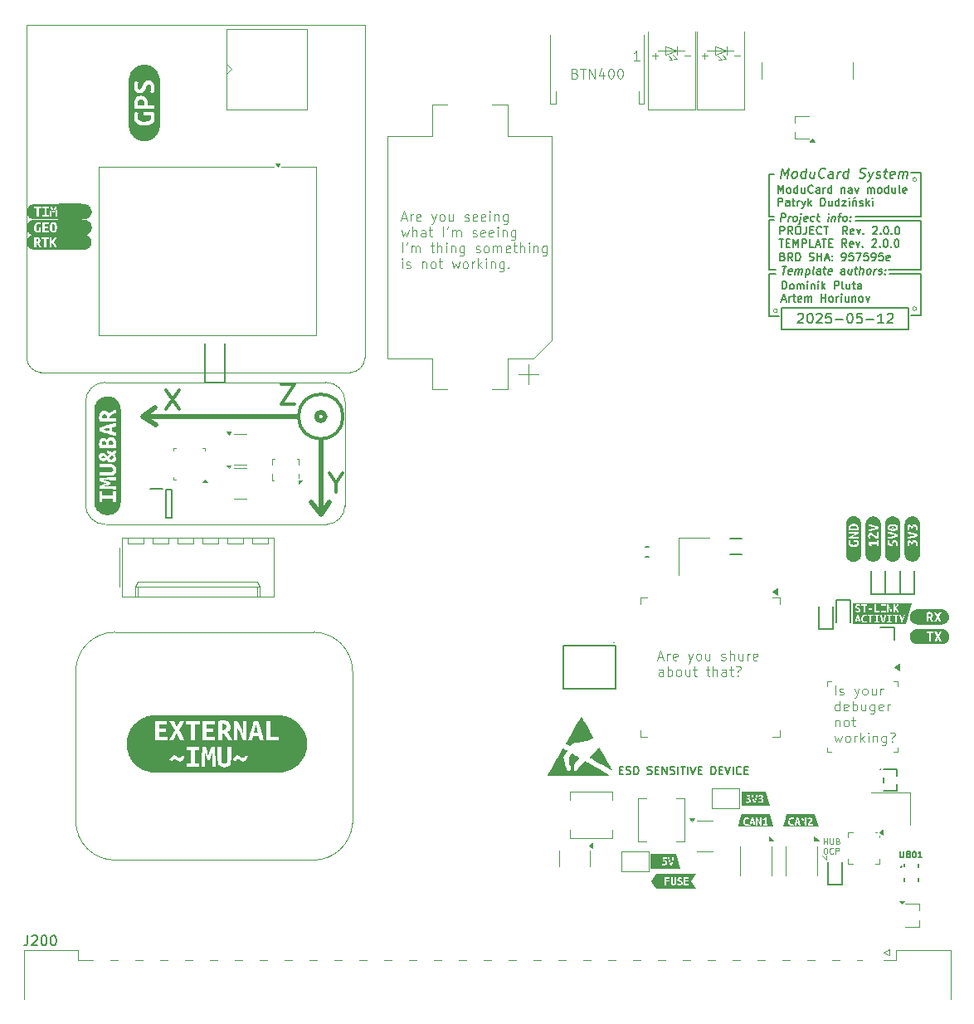
<source format=gbr>
%TF.GenerationSoftware,KiCad,Pcbnew,9.0.2-9.0.2-0~ubuntu24.04.1*%
%TF.CreationDate,2025-05-12T23:18:32+00:00*%
%TF.ProjectId,ModuCard-navigation-module,4d6f6475-4361-4726-942d-6e6176696761,2.0.0*%
%TF.SameCoordinates,Original*%
%TF.FileFunction,Legend,Top*%
%TF.FilePolarity,Positive*%
%FSLAX46Y46*%
G04 Gerber Fmt 4.6, Leading zero omitted, Abs format (unit mm)*
G04 Created by KiCad (PCBNEW 9.0.2-9.0.2-0~ubuntu24.04.1) date 2025-05-12 23:18:32*
%MOMM*%
%LPD*%
G01*
G04 APERTURE LIST*
%ADD10C,0.100000*%
%ADD11C,0.500000*%
%ADD12C,0.150000*%
%ADD13C,0.300000*%
%ADD14C,0.160000*%
%ADD15C,0.200000*%
%ADD16C,0.000000*%
%ADD17C,0.120000*%
%ADD18C,0.127000*%
%ADD19C,0.010000*%
G04 APERTURE END LIST*
D10*
X133170000Y-67085001D02*
G75*
G02*
X132770000Y-67085001I-200000J0D01*
G01*
X132770000Y-67085001D02*
G75*
G02*
X133170000Y-67085001I200000J0D01*
G01*
X51370000Y-113285001D02*
X71620000Y-113285001D01*
X48370000Y-89785000D02*
X48370000Y-100285001D01*
X71620000Y-113285001D02*
G75*
G02*
X75619999Y-117285001I0J-3999999D01*
G01*
X75620000Y-117285001D02*
X75620000Y-132785001D01*
D11*
X69870000Y-91285001D02*
X54363554Y-91305001D01*
D12*
X133595000Y-76285001D02*
X130345000Y-76285001D01*
D10*
X50370001Y-102285000D02*
G75*
G02*
X48370000Y-100285000I-1J2000000D01*
G01*
X76870000Y-85285001D02*
G75*
G02*
X75370000Y-86785000I-1500000J1D01*
G01*
D12*
X130370000Y-76685001D02*
X133620000Y-76685001D01*
X118620000Y-66605001D02*
X118120000Y-66605001D01*
D10*
X50497201Y-102284991D02*
X72994510Y-102285005D01*
X42370000Y-51285001D02*
X76870000Y-51285001D01*
D13*
X74647938Y-91285001D02*
G75*
G02*
X70092062Y-91285001I-2277938J0D01*
G01*
X70092062Y-91285001D02*
G75*
G02*
X74647938Y-91285001I2277938J0D01*
G01*
D10*
X123570000Y-136085001D02*
X123970000Y-136485001D01*
X43870000Y-86785001D02*
G75*
G02*
X42369999Y-85285001I0J1500001D01*
G01*
X51370000Y-136535001D02*
G75*
G02*
X47369999Y-132535001I0J4000001D01*
G01*
X74828081Y-100391749D02*
G75*
G02*
X72994507Y-102284911I-1894181J49D01*
G01*
X75370000Y-86785000D02*
X43720000Y-86785001D01*
D12*
X118620000Y-71205001D02*
X118120000Y-71205001D01*
X118770000Y-76685001D02*
X118120000Y-76685001D01*
D10*
X123970000Y-136485001D02*
X123970000Y-136085001D01*
D11*
X55499999Y-90315001D02*
X54240000Y-91255001D01*
D10*
X133170000Y-80285001D02*
G75*
G02*
X132770000Y-80285001I-200000J0D01*
G01*
X132770000Y-80285001D02*
G75*
G02*
X133170000Y-80285001I200000J0D01*
G01*
D11*
X72370000Y-93785001D02*
X72370000Y-101270829D01*
D12*
X133620000Y-71285001D02*
X133620000Y-76285001D01*
D11*
X71430000Y-100010829D02*
X72370000Y-101270829D01*
D10*
X42370000Y-85285001D02*
X42370000Y-51285001D01*
X72870000Y-87785001D02*
G75*
G02*
X74869999Y-89785002I0J-1999999D01*
G01*
D12*
X133620000Y-76685001D02*
X133620000Y-80965001D01*
X118120000Y-81085001D02*
X119170000Y-81085001D01*
D11*
X73280000Y-99990829D02*
X72370000Y-101270829D01*
D12*
X126970000Y-71285001D02*
X133595000Y-71285001D01*
D10*
X76870000Y-51285001D02*
X76870000Y-85285000D01*
X47370000Y-132535001D02*
X47370000Y-117285001D01*
D12*
X132570000Y-66405001D02*
X133620000Y-66405001D01*
X118120000Y-76285001D02*
X118770000Y-76285001D01*
D11*
X72811022Y-91285001D02*
G75*
G02*
X71928978Y-91285001I-441022J0D01*
G01*
X71928978Y-91285001D02*
G75*
G02*
X72811022Y-91285001I441022J0D01*
G01*
D10*
X47370000Y-117285001D02*
G75*
G02*
X51370000Y-113285000I4000000J1D01*
G01*
D12*
X118120000Y-66605001D02*
X118120000Y-70885001D01*
D10*
X75620000Y-132785001D02*
G75*
G02*
X71620000Y-136542805I-4000000J250001D01*
G01*
X50370000Y-87785001D02*
X72870000Y-87785001D01*
D12*
X118120000Y-70885001D02*
X118620000Y-70885001D01*
D10*
X48370000Y-89785000D02*
G75*
G02*
X50370000Y-87785000I2000000J0D01*
G01*
D12*
X118120000Y-71205001D02*
X118120000Y-76285001D01*
X118120000Y-76685001D02*
X118120000Y-81085001D01*
X133620000Y-66405001D02*
X133620000Y-70885001D01*
D10*
X71620000Y-136535001D02*
X51370000Y-136535001D01*
D12*
X119370000Y-80185001D02*
X132370000Y-80185001D01*
X132370000Y-82385001D01*
X119370000Y-82385001D01*
X119370000Y-80185001D01*
D10*
X74870000Y-89785002D02*
X74828081Y-100391749D01*
D12*
X133620000Y-80965001D02*
X132570000Y-80965001D01*
D11*
X55520000Y-92165001D02*
X54240000Y-91255001D01*
D10*
X118970000Y-80485001D02*
G75*
G02*
X118570000Y-80485001I-200000J0D01*
G01*
X118570000Y-80485001D02*
G75*
G02*
X118970000Y-80485001I200000J0D01*
G01*
D12*
X133620000Y-70885001D02*
X126970000Y-70885001D01*
D13*
X73924510Y-98072258D02*
X73924510Y-99024639D01*
X73257844Y-97024639D02*
X73924510Y-98072258D01*
X73924510Y-98072258D02*
X74591177Y-97024639D01*
D10*
X106826265Y-115861761D02*
X107302455Y-115861761D01*
X106731027Y-116147476D02*
X107064360Y-115147476D01*
X107064360Y-115147476D02*
X107397693Y-116147476D01*
X107731027Y-116147476D02*
X107731027Y-115480809D01*
X107731027Y-115671285D02*
X107778646Y-115576047D01*
X107778646Y-115576047D02*
X107826265Y-115528428D01*
X107826265Y-115528428D02*
X107921503Y-115480809D01*
X107921503Y-115480809D02*
X108016741Y-115480809D01*
X108731027Y-116099857D02*
X108635789Y-116147476D01*
X108635789Y-116147476D02*
X108445313Y-116147476D01*
X108445313Y-116147476D02*
X108350075Y-116099857D01*
X108350075Y-116099857D02*
X108302456Y-116004618D01*
X108302456Y-116004618D02*
X108302456Y-115623666D01*
X108302456Y-115623666D02*
X108350075Y-115528428D01*
X108350075Y-115528428D02*
X108445313Y-115480809D01*
X108445313Y-115480809D02*
X108635789Y-115480809D01*
X108635789Y-115480809D02*
X108731027Y-115528428D01*
X108731027Y-115528428D02*
X108778646Y-115623666D01*
X108778646Y-115623666D02*
X108778646Y-115718904D01*
X108778646Y-115718904D02*
X108302456Y-115814142D01*
X109873885Y-115480809D02*
X110111980Y-116147476D01*
X110350075Y-115480809D02*
X110111980Y-116147476D01*
X110111980Y-116147476D02*
X110016742Y-116385571D01*
X110016742Y-116385571D02*
X109969123Y-116433190D01*
X109969123Y-116433190D02*
X109873885Y-116480809D01*
X110873885Y-116147476D02*
X110778647Y-116099857D01*
X110778647Y-116099857D02*
X110731028Y-116052237D01*
X110731028Y-116052237D02*
X110683409Y-115956999D01*
X110683409Y-115956999D02*
X110683409Y-115671285D01*
X110683409Y-115671285D02*
X110731028Y-115576047D01*
X110731028Y-115576047D02*
X110778647Y-115528428D01*
X110778647Y-115528428D02*
X110873885Y-115480809D01*
X110873885Y-115480809D02*
X111016742Y-115480809D01*
X111016742Y-115480809D02*
X111111980Y-115528428D01*
X111111980Y-115528428D02*
X111159599Y-115576047D01*
X111159599Y-115576047D02*
X111207218Y-115671285D01*
X111207218Y-115671285D02*
X111207218Y-115956999D01*
X111207218Y-115956999D02*
X111159599Y-116052237D01*
X111159599Y-116052237D02*
X111111980Y-116099857D01*
X111111980Y-116099857D02*
X111016742Y-116147476D01*
X111016742Y-116147476D02*
X110873885Y-116147476D01*
X112064361Y-115480809D02*
X112064361Y-116147476D01*
X111635790Y-115480809D02*
X111635790Y-116004618D01*
X111635790Y-116004618D02*
X111683409Y-116099857D01*
X111683409Y-116099857D02*
X111778647Y-116147476D01*
X111778647Y-116147476D02*
X111921504Y-116147476D01*
X111921504Y-116147476D02*
X112016742Y-116099857D01*
X112016742Y-116099857D02*
X112064361Y-116052237D01*
X113254838Y-116099857D02*
X113350076Y-116147476D01*
X113350076Y-116147476D02*
X113540552Y-116147476D01*
X113540552Y-116147476D02*
X113635790Y-116099857D01*
X113635790Y-116099857D02*
X113683409Y-116004618D01*
X113683409Y-116004618D02*
X113683409Y-115956999D01*
X113683409Y-115956999D02*
X113635790Y-115861761D01*
X113635790Y-115861761D02*
X113540552Y-115814142D01*
X113540552Y-115814142D02*
X113397695Y-115814142D01*
X113397695Y-115814142D02*
X113302457Y-115766523D01*
X113302457Y-115766523D02*
X113254838Y-115671285D01*
X113254838Y-115671285D02*
X113254838Y-115623666D01*
X113254838Y-115623666D02*
X113302457Y-115528428D01*
X113302457Y-115528428D02*
X113397695Y-115480809D01*
X113397695Y-115480809D02*
X113540552Y-115480809D01*
X113540552Y-115480809D02*
X113635790Y-115528428D01*
X114111981Y-116147476D02*
X114111981Y-115147476D01*
X114540552Y-116147476D02*
X114540552Y-115623666D01*
X114540552Y-115623666D02*
X114492933Y-115528428D01*
X114492933Y-115528428D02*
X114397695Y-115480809D01*
X114397695Y-115480809D02*
X114254838Y-115480809D01*
X114254838Y-115480809D02*
X114159600Y-115528428D01*
X114159600Y-115528428D02*
X114111981Y-115576047D01*
X115445314Y-115480809D02*
X115445314Y-116147476D01*
X115016743Y-115480809D02*
X115016743Y-116004618D01*
X115016743Y-116004618D02*
X115064362Y-116099857D01*
X115064362Y-116099857D02*
X115159600Y-116147476D01*
X115159600Y-116147476D02*
X115302457Y-116147476D01*
X115302457Y-116147476D02*
X115397695Y-116099857D01*
X115397695Y-116099857D02*
X115445314Y-116052237D01*
X115921505Y-116147476D02*
X115921505Y-115480809D01*
X115921505Y-115671285D02*
X115969124Y-115576047D01*
X115969124Y-115576047D02*
X116016743Y-115528428D01*
X116016743Y-115528428D02*
X116111981Y-115480809D01*
X116111981Y-115480809D02*
X116207219Y-115480809D01*
X116921505Y-116099857D02*
X116826267Y-116147476D01*
X116826267Y-116147476D02*
X116635791Y-116147476D01*
X116635791Y-116147476D02*
X116540553Y-116099857D01*
X116540553Y-116099857D02*
X116492934Y-116004618D01*
X116492934Y-116004618D02*
X116492934Y-115623666D01*
X116492934Y-115623666D02*
X116540553Y-115528428D01*
X116540553Y-115528428D02*
X116635791Y-115480809D01*
X116635791Y-115480809D02*
X116826267Y-115480809D01*
X116826267Y-115480809D02*
X116921505Y-115528428D01*
X116921505Y-115528428D02*
X116969124Y-115623666D01*
X116969124Y-115623666D02*
X116969124Y-115718904D01*
X116969124Y-115718904D02*
X116492934Y-115814142D01*
X107302455Y-117757420D02*
X107302455Y-117233610D01*
X107302455Y-117233610D02*
X107254836Y-117138372D01*
X107254836Y-117138372D02*
X107159598Y-117090753D01*
X107159598Y-117090753D02*
X106969122Y-117090753D01*
X106969122Y-117090753D02*
X106873884Y-117138372D01*
X107302455Y-117709801D02*
X107207217Y-117757420D01*
X107207217Y-117757420D02*
X106969122Y-117757420D01*
X106969122Y-117757420D02*
X106873884Y-117709801D01*
X106873884Y-117709801D02*
X106826265Y-117614562D01*
X106826265Y-117614562D02*
X106826265Y-117519324D01*
X106826265Y-117519324D02*
X106873884Y-117424086D01*
X106873884Y-117424086D02*
X106969122Y-117376467D01*
X106969122Y-117376467D02*
X107207217Y-117376467D01*
X107207217Y-117376467D02*
X107302455Y-117328848D01*
X107778646Y-117757420D02*
X107778646Y-116757420D01*
X107778646Y-117138372D02*
X107873884Y-117090753D01*
X107873884Y-117090753D02*
X108064360Y-117090753D01*
X108064360Y-117090753D02*
X108159598Y-117138372D01*
X108159598Y-117138372D02*
X108207217Y-117185991D01*
X108207217Y-117185991D02*
X108254836Y-117281229D01*
X108254836Y-117281229D02*
X108254836Y-117566943D01*
X108254836Y-117566943D02*
X108207217Y-117662181D01*
X108207217Y-117662181D02*
X108159598Y-117709801D01*
X108159598Y-117709801D02*
X108064360Y-117757420D01*
X108064360Y-117757420D02*
X107873884Y-117757420D01*
X107873884Y-117757420D02*
X107778646Y-117709801D01*
X108826265Y-117757420D02*
X108731027Y-117709801D01*
X108731027Y-117709801D02*
X108683408Y-117662181D01*
X108683408Y-117662181D02*
X108635789Y-117566943D01*
X108635789Y-117566943D02*
X108635789Y-117281229D01*
X108635789Y-117281229D02*
X108683408Y-117185991D01*
X108683408Y-117185991D02*
X108731027Y-117138372D01*
X108731027Y-117138372D02*
X108826265Y-117090753D01*
X108826265Y-117090753D02*
X108969122Y-117090753D01*
X108969122Y-117090753D02*
X109064360Y-117138372D01*
X109064360Y-117138372D02*
X109111979Y-117185991D01*
X109111979Y-117185991D02*
X109159598Y-117281229D01*
X109159598Y-117281229D02*
X109159598Y-117566943D01*
X109159598Y-117566943D02*
X109111979Y-117662181D01*
X109111979Y-117662181D02*
X109064360Y-117709801D01*
X109064360Y-117709801D02*
X108969122Y-117757420D01*
X108969122Y-117757420D02*
X108826265Y-117757420D01*
X110016741Y-117090753D02*
X110016741Y-117757420D01*
X109588170Y-117090753D02*
X109588170Y-117614562D01*
X109588170Y-117614562D02*
X109635789Y-117709801D01*
X109635789Y-117709801D02*
X109731027Y-117757420D01*
X109731027Y-117757420D02*
X109873884Y-117757420D01*
X109873884Y-117757420D02*
X109969122Y-117709801D01*
X109969122Y-117709801D02*
X110016741Y-117662181D01*
X110350075Y-117090753D02*
X110731027Y-117090753D01*
X110492932Y-116757420D02*
X110492932Y-117614562D01*
X110492932Y-117614562D02*
X110540551Y-117709801D01*
X110540551Y-117709801D02*
X110635789Y-117757420D01*
X110635789Y-117757420D02*
X110731027Y-117757420D01*
X111683409Y-117090753D02*
X112064361Y-117090753D01*
X111826266Y-116757420D02*
X111826266Y-117614562D01*
X111826266Y-117614562D02*
X111873885Y-117709801D01*
X111873885Y-117709801D02*
X111969123Y-117757420D01*
X111969123Y-117757420D02*
X112064361Y-117757420D01*
X112397695Y-117757420D02*
X112397695Y-116757420D01*
X112826266Y-117757420D02*
X112826266Y-117233610D01*
X112826266Y-117233610D02*
X112778647Y-117138372D01*
X112778647Y-117138372D02*
X112683409Y-117090753D01*
X112683409Y-117090753D02*
X112540552Y-117090753D01*
X112540552Y-117090753D02*
X112445314Y-117138372D01*
X112445314Y-117138372D02*
X112397695Y-117185991D01*
X113731028Y-117757420D02*
X113731028Y-117233610D01*
X113731028Y-117233610D02*
X113683409Y-117138372D01*
X113683409Y-117138372D02*
X113588171Y-117090753D01*
X113588171Y-117090753D02*
X113397695Y-117090753D01*
X113397695Y-117090753D02*
X113302457Y-117138372D01*
X113731028Y-117709801D02*
X113635790Y-117757420D01*
X113635790Y-117757420D02*
X113397695Y-117757420D01*
X113397695Y-117757420D02*
X113302457Y-117709801D01*
X113302457Y-117709801D02*
X113254838Y-117614562D01*
X113254838Y-117614562D02*
X113254838Y-117519324D01*
X113254838Y-117519324D02*
X113302457Y-117424086D01*
X113302457Y-117424086D02*
X113397695Y-117376467D01*
X113397695Y-117376467D02*
X113635790Y-117376467D01*
X113635790Y-117376467D02*
X113731028Y-117328848D01*
X114064362Y-117090753D02*
X114445314Y-117090753D01*
X114207219Y-116757420D02*
X114207219Y-117614562D01*
X114207219Y-117614562D02*
X114254838Y-117709801D01*
X114254838Y-117709801D02*
X114350076Y-117757420D01*
X114350076Y-117757420D02*
X114445314Y-117757420D01*
X114921505Y-117662181D02*
X114969124Y-117709801D01*
X114969124Y-117709801D02*
X114921505Y-117757420D01*
X114921505Y-117757420D02*
X114873886Y-117709801D01*
X114873886Y-117709801D02*
X114921505Y-117662181D01*
X114921505Y-117662181D02*
X114921505Y-117757420D01*
X114731029Y-116805039D02*
X114826267Y-116757420D01*
X114826267Y-116757420D02*
X115064362Y-116757420D01*
X115064362Y-116757420D02*
X115159600Y-116805039D01*
X115159600Y-116805039D02*
X115207219Y-116900277D01*
X115207219Y-116900277D02*
X115207219Y-116995515D01*
X115207219Y-116995515D02*
X115159600Y-117090753D01*
X115159600Y-117090753D02*
X115111981Y-117138372D01*
X115111981Y-117138372D02*
X115016743Y-117185991D01*
X115016743Y-117185991D02*
X114969124Y-117233610D01*
X114969124Y-117233610D02*
X114921505Y-117328848D01*
X114921505Y-117328848D02*
X114921505Y-117376467D01*
D14*
X102865739Y-127359728D02*
X103132405Y-127359728D01*
X103246691Y-127778776D02*
X102865739Y-127778776D01*
X102865739Y-127778776D02*
X102865739Y-126978776D01*
X102865739Y-126978776D02*
X103246691Y-126978776D01*
X103551453Y-127740681D02*
X103665739Y-127778776D01*
X103665739Y-127778776D02*
X103856215Y-127778776D01*
X103856215Y-127778776D02*
X103932406Y-127740681D01*
X103932406Y-127740681D02*
X103970501Y-127702585D01*
X103970501Y-127702585D02*
X104008596Y-127626395D01*
X104008596Y-127626395D02*
X104008596Y-127550204D01*
X104008596Y-127550204D02*
X103970501Y-127474014D01*
X103970501Y-127474014D02*
X103932406Y-127435919D01*
X103932406Y-127435919D02*
X103856215Y-127397823D01*
X103856215Y-127397823D02*
X103703834Y-127359728D01*
X103703834Y-127359728D02*
X103627644Y-127321633D01*
X103627644Y-127321633D02*
X103589549Y-127283538D01*
X103589549Y-127283538D02*
X103551453Y-127207347D01*
X103551453Y-127207347D02*
X103551453Y-127131157D01*
X103551453Y-127131157D02*
X103589549Y-127054966D01*
X103589549Y-127054966D02*
X103627644Y-127016871D01*
X103627644Y-127016871D02*
X103703834Y-126978776D01*
X103703834Y-126978776D02*
X103894311Y-126978776D01*
X103894311Y-126978776D02*
X104008596Y-127016871D01*
X104351454Y-127778776D02*
X104351454Y-126978776D01*
X104351454Y-126978776D02*
X104541930Y-126978776D01*
X104541930Y-126978776D02*
X104656216Y-127016871D01*
X104656216Y-127016871D02*
X104732406Y-127093061D01*
X104732406Y-127093061D02*
X104770501Y-127169252D01*
X104770501Y-127169252D02*
X104808597Y-127321633D01*
X104808597Y-127321633D02*
X104808597Y-127435919D01*
X104808597Y-127435919D02*
X104770501Y-127588300D01*
X104770501Y-127588300D02*
X104732406Y-127664490D01*
X104732406Y-127664490D02*
X104656216Y-127740681D01*
X104656216Y-127740681D02*
X104541930Y-127778776D01*
X104541930Y-127778776D02*
X104351454Y-127778776D01*
X105722882Y-127740681D02*
X105837168Y-127778776D01*
X105837168Y-127778776D02*
X106027644Y-127778776D01*
X106027644Y-127778776D02*
X106103835Y-127740681D01*
X106103835Y-127740681D02*
X106141930Y-127702585D01*
X106141930Y-127702585D02*
X106180025Y-127626395D01*
X106180025Y-127626395D02*
X106180025Y-127550204D01*
X106180025Y-127550204D02*
X106141930Y-127474014D01*
X106141930Y-127474014D02*
X106103835Y-127435919D01*
X106103835Y-127435919D02*
X106027644Y-127397823D01*
X106027644Y-127397823D02*
X105875263Y-127359728D01*
X105875263Y-127359728D02*
X105799073Y-127321633D01*
X105799073Y-127321633D02*
X105760978Y-127283538D01*
X105760978Y-127283538D02*
X105722882Y-127207347D01*
X105722882Y-127207347D02*
X105722882Y-127131157D01*
X105722882Y-127131157D02*
X105760978Y-127054966D01*
X105760978Y-127054966D02*
X105799073Y-127016871D01*
X105799073Y-127016871D02*
X105875263Y-126978776D01*
X105875263Y-126978776D02*
X106065740Y-126978776D01*
X106065740Y-126978776D02*
X106180025Y-127016871D01*
X106522883Y-127359728D02*
X106789549Y-127359728D01*
X106903835Y-127778776D02*
X106522883Y-127778776D01*
X106522883Y-127778776D02*
X106522883Y-126978776D01*
X106522883Y-126978776D02*
X106903835Y-126978776D01*
X107246693Y-127778776D02*
X107246693Y-126978776D01*
X107246693Y-126978776D02*
X107703836Y-127778776D01*
X107703836Y-127778776D02*
X107703836Y-126978776D01*
X108046692Y-127740681D02*
X108160978Y-127778776D01*
X108160978Y-127778776D02*
X108351454Y-127778776D01*
X108351454Y-127778776D02*
X108427645Y-127740681D01*
X108427645Y-127740681D02*
X108465740Y-127702585D01*
X108465740Y-127702585D02*
X108503835Y-127626395D01*
X108503835Y-127626395D02*
X108503835Y-127550204D01*
X108503835Y-127550204D02*
X108465740Y-127474014D01*
X108465740Y-127474014D02*
X108427645Y-127435919D01*
X108427645Y-127435919D02*
X108351454Y-127397823D01*
X108351454Y-127397823D02*
X108199073Y-127359728D01*
X108199073Y-127359728D02*
X108122883Y-127321633D01*
X108122883Y-127321633D02*
X108084788Y-127283538D01*
X108084788Y-127283538D02*
X108046692Y-127207347D01*
X108046692Y-127207347D02*
X108046692Y-127131157D01*
X108046692Y-127131157D02*
X108084788Y-127054966D01*
X108084788Y-127054966D02*
X108122883Y-127016871D01*
X108122883Y-127016871D02*
X108199073Y-126978776D01*
X108199073Y-126978776D02*
X108389550Y-126978776D01*
X108389550Y-126978776D02*
X108503835Y-127016871D01*
X108846693Y-127778776D02*
X108846693Y-126978776D01*
X109113359Y-126978776D02*
X109570502Y-126978776D01*
X109341930Y-127778776D02*
X109341930Y-126978776D01*
X109837169Y-127778776D02*
X109837169Y-126978776D01*
X110103835Y-126978776D02*
X110370502Y-127778776D01*
X110370502Y-127778776D02*
X110637168Y-126978776D01*
X110903835Y-127359728D02*
X111170501Y-127359728D01*
X111284787Y-127778776D02*
X110903835Y-127778776D01*
X110903835Y-127778776D02*
X110903835Y-126978776D01*
X110903835Y-126978776D02*
X111284787Y-126978776D01*
X112237169Y-127778776D02*
X112237169Y-126978776D01*
X112237169Y-126978776D02*
X112427645Y-126978776D01*
X112427645Y-126978776D02*
X112541931Y-127016871D01*
X112541931Y-127016871D02*
X112618121Y-127093061D01*
X112618121Y-127093061D02*
X112656216Y-127169252D01*
X112656216Y-127169252D02*
X112694312Y-127321633D01*
X112694312Y-127321633D02*
X112694312Y-127435919D01*
X112694312Y-127435919D02*
X112656216Y-127588300D01*
X112656216Y-127588300D02*
X112618121Y-127664490D01*
X112618121Y-127664490D02*
X112541931Y-127740681D01*
X112541931Y-127740681D02*
X112427645Y-127778776D01*
X112427645Y-127778776D02*
X112237169Y-127778776D01*
X113037169Y-127359728D02*
X113303835Y-127359728D01*
X113418121Y-127778776D02*
X113037169Y-127778776D01*
X113037169Y-127778776D02*
X113037169Y-126978776D01*
X113037169Y-126978776D02*
X113418121Y-126978776D01*
X113646693Y-126978776D02*
X113913360Y-127778776D01*
X113913360Y-127778776D02*
X114180026Y-126978776D01*
X114446693Y-127778776D02*
X114446693Y-126978776D01*
X115284788Y-127702585D02*
X115246692Y-127740681D01*
X115246692Y-127740681D02*
X115132407Y-127778776D01*
X115132407Y-127778776D02*
X115056216Y-127778776D01*
X115056216Y-127778776D02*
X114941930Y-127740681D01*
X114941930Y-127740681D02*
X114865740Y-127664490D01*
X114865740Y-127664490D02*
X114827645Y-127588300D01*
X114827645Y-127588300D02*
X114789549Y-127435919D01*
X114789549Y-127435919D02*
X114789549Y-127321633D01*
X114789549Y-127321633D02*
X114827645Y-127169252D01*
X114827645Y-127169252D02*
X114865740Y-127093061D01*
X114865740Y-127093061D02*
X114941930Y-127016871D01*
X114941930Y-127016871D02*
X115056216Y-126978776D01*
X115056216Y-126978776D02*
X115132407Y-126978776D01*
X115132407Y-126978776D02*
X115246692Y-127016871D01*
X115246692Y-127016871D02*
X115284788Y-127054966D01*
X115627645Y-127359728D02*
X115894311Y-127359728D01*
X116008597Y-127778776D02*
X115627645Y-127778776D01*
X115627645Y-127778776D02*
X115627645Y-126978776D01*
X115627645Y-126978776D02*
X116008597Y-126978776D01*
D15*
X119473006Y-75976696D02*
X119930149Y-75976696D01*
X119601578Y-76776696D02*
X119701578Y-75976696D01*
X120406340Y-76738601D02*
X120325387Y-76776696D01*
X120325387Y-76776696D02*
X120173006Y-76776696D01*
X120173006Y-76776696D02*
X120101578Y-76738601D01*
X120101578Y-76738601D02*
X120073006Y-76662410D01*
X120073006Y-76662410D02*
X120111102Y-76357648D01*
X120111102Y-76357648D02*
X120158721Y-76281458D01*
X120158721Y-76281458D02*
X120239673Y-76243362D01*
X120239673Y-76243362D02*
X120392054Y-76243362D01*
X120392054Y-76243362D02*
X120463482Y-76281458D01*
X120463482Y-76281458D02*
X120492054Y-76357648D01*
X120492054Y-76357648D02*
X120482530Y-76433839D01*
X120482530Y-76433839D02*
X120092054Y-76510029D01*
X120782530Y-76776696D02*
X120849196Y-76243362D01*
X120839673Y-76319553D02*
X120882530Y-76281458D01*
X120882530Y-76281458D02*
X120963482Y-76243362D01*
X120963482Y-76243362D02*
X121077768Y-76243362D01*
X121077768Y-76243362D02*
X121149196Y-76281458D01*
X121149196Y-76281458D02*
X121177768Y-76357648D01*
X121177768Y-76357648D02*
X121125387Y-76776696D01*
X121177768Y-76357648D02*
X121225387Y-76281458D01*
X121225387Y-76281458D02*
X121306339Y-76243362D01*
X121306339Y-76243362D02*
X121420625Y-76243362D01*
X121420625Y-76243362D02*
X121492054Y-76281458D01*
X121492054Y-76281458D02*
X121520625Y-76357648D01*
X121520625Y-76357648D02*
X121468244Y-76776696D01*
X121915863Y-76243362D02*
X121815863Y-77043362D01*
X121911102Y-76281458D02*
X121992054Y-76243362D01*
X121992054Y-76243362D02*
X122144435Y-76243362D01*
X122144435Y-76243362D02*
X122215863Y-76281458D01*
X122215863Y-76281458D02*
X122249197Y-76319553D01*
X122249197Y-76319553D02*
X122277768Y-76395743D01*
X122277768Y-76395743D02*
X122249197Y-76624315D01*
X122249197Y-76624315D02*
X122201578Y-76700505D01*
X122201578Y-76700505D02*
X122158721Y-76738601D01*
X122158721Y-76738601D02*
X122077768Y-76776696D01*
X122077768Y-76776696D02*
X121925387Y-76776696D01*
X121925387Y-76776696D02*
X121853959Y-76738601D01*
X122687293Y-76776696D02*
X122615864Y-76738601D01*
X122615864Y-76738601D02*
X122587293Y-76662410D01*
X122587293Y-76662410D02*
X122673007Y-75976696D01*
X123334912Y-76776696D02*
X123387293Y-76357648D01*
X123387293Y-76357648D02*
X123358721Y-76281458D01*
X123358721Y-76281458D02*
X123287293Y-76243362D01*
X123287293Y-76243362D02*
X123134912Y-76243362D01*
X123134912Y-76243362D02*
X123053960Y-76281458D01*
X123339674Y-76738601D02*
X123258721Y-76776696D01*
X123258721Y-76776696D02*
X123068245Y-76776696D01*
X123068245Y-76776696D02*
X122996817Y-76738601D01*
X122996817Y-76738601D02*
X122968245Y-76662410D01*
X122968245Y-76662410D02*
X122977769Y-76586220D01*
X122977769Y-76586220D02*
X123025388Y-76510029D01*
X123025388Y-76510029D02*
X123106341Y-76471934D01*
X123106341Y-76471934D02*
X123296817Y-76471934D01*
X123296817Y-76471934D02*
X123377769Y-76433839D01*
X123668246Y-76243362D02*
X123973008Y-76243362D01*
X123815865Y-75976696D02*
X123730151Y-76662410D01*
X123730151Y-76662410D02*
X123758722Y-76738601D01*
X123758722Y-76738601D02*
X123830151Y-76776696D01*
X123830151Y-76776696D02*
X123906341Y-76776696D01*
X124482532Y-76738601D02*
X124401579Y-76776696D01*
X124401579Y-76776696D02*
X124249198Y-76776696D01*
X124249198Y-76776696D02*
X124177770Y-76738601D01*
X124177770Y-76738601D02*
X124149198Y-76662410D01*
X124149198Y-76662410D02*
X124187294Y-76357648D01*
X124187294Y-76357648D02*
X124234913Y-76281458D01*
X124234913Y-76281458D02*
X124315865Y-76243362D01*
X124315865Y-76243362D02*
X124468246Y-76243362D01*
X124468246Y-76243362D02*
X124539674Y-76281458D01*
X124539674Y-76281458D02*
X124568246Y-76357648D01*
X124568246Y-76357648D02*
X124558722Y-76433839D01*
X124558722Y-76433839D02*
X124168246Y-76510029D01*
X125811103Y-76776696D02*
X125863484Y-76357648D01*
X125863484Y-76357648D02*
X125834912Y-76281458D01*
X125834912Y-76281458D02*
X125763484Y-76243362D01*
X125763484Y-76243362D02*
X125611103Y-76243362D01*
X125611103Y-76243362D02*
X125530151Y-76281458D01*
X125815865Y-76738601D02*
X125734912Y-76776696D01*
X125734912Y-76776696D02*
X125544436Y-76776696D01*
X125544436Y-76776696D02*
X125473008Y-76738601D01*
X125473008Y-76738601D02*
X125444436Y-76662410D01*
X125444436Y-76662410D02*
X125453960Y-76586220D01*
X125453960Y-76586220D02*
X125501579Y-76510029D01*
X125501579Y-76510029D02*
X125582532Y-76471934D01*
X125582532Y-76471934D02*
X125773008Y-76471934D01*
X125773008Y-76471934D02*
X125853960Y-76433839D01*
X126601580Y-76243362D02*
X126534913Y-76776696D01*
X126258722Y-76243362D02*
X126206342Y-76662410D01*
X126206342Y-76662410D02*
X126234913Y-76738601D01*
X126234913Y-76738601D02*
X126306342Y-76776696D01*
X126306342Y-76776696D02*
X126420627Y-76776696D01*
X126420627Y-76776696D02*
X126501580Y-76738601D01*
X126501580Y-76738601D02*
X126544437Y-76700505D01*
X126868247Y-76243362D02*
X127173009Y-76243362D01*
X127015866Y-75976696D02*
X126930152Y-76662410D01*
X126930152Y-76662410D02*
X126958723Y-76738601D01*
X126958723Y-76738601D02*
X127030152Y-76776696D01*
X127030152Y-76776696D02*
X127106342Y-76776696D01*
X127373009Y-76776696D02*
X127473009Y-75976696D01*
X127715866Y-76776696D02*
X127768247Y-76357648D01*
X127768247Y-76357648D02*
X127739675Y-76281458D01*
X127739675Y-76281458D02*
X127668247Y-76243362D01*
X127668247Y-76243362D02*
X127553961Y-76243362D01*
X127553961Y-76243362D02*
X127473009Y-76281458D01*
X127473009Y-76281458D02*
X127430152Y-76319553D01*
X128211105Y-76776696D02*
X128139676Y-76738601D01*
X128139676Y-76738601D02*
X128106343Y-76700505D01*
X128106343Y-76700505D02*
X128077771Y-76624315D01*
X128077771Y-76624315D02*
X128106343Y-76395743D01*
X128106343Y-76395743D02*
X128153962Y-76319553D01*
X128153962Y-76319553D02*
X128196819Y-76281458D01*
X128196819Y-76281458D02*
X128277771Y-76243362D01*
X128277771Y-76243362D02*
X128392057Y-76243362D01*
X128392057Y-76243362D02*
X128463485Y-76281458D01*
X128463485Y-76281458D02*
X128496819Y-76319553D01*
X128496819Y-76319553D02*
X128525390Y-76395743D01*
X128525390Y-76395743D02*
X128496819Y-76624315D01*
X128496819Y-76624315D02*
X128449200Y-76700505D01*
X128449200Y-76700505D02*
X128406343Y-76738601D01*
X128406343Y-76738601D02*
X128325390Y-76776696D01*
X128325390Y-76776696D02*
X128211105Y-76776696D01*
X128820629Y-76776696D02*
X128887295Y-76243362D01*
X128868248Y-76395743D02*
X128915867Y-76319553D01*
X128915867Y-76319553D02*
X128958724Y-76281458D01*
X128958724Y-76281458D02*
X129039676Y-76243362D01*
X129039676Y-76243362D02*
X129115867Y-76243362D01*
X129282533Y-76738601D02*
X129353962Y-76776696D01*
X129353962Y-76776696D02*
X129506343Y-76776696D01*
X129506343Y-76776696D02*
X129587295Y-76738601D01*
X129587295Y-76738601D02*
X129634914Y-76662410D01*
X129634914Y-76662410D02*
X129639676Y-76624315D01*
X129639676Y-76624315D02*
X129611105Y-76548124D01*
X129611105Y-76548124D02*
X129539676Y-76510029D01*
X129539676Y-76510029D02*
X129425391Y-76510029D01*
X129425391Y-76510029D02*
X129353962Y-76471934D01*
X129353962Y-76471934D02*
X129325391Y-76395743D01*
X129325391Y-76395743D02*
X129330153Y-76357648D01*
X129330153Y-76357648D02*
X129377772Y-76281458D01*
X129377772Y-76281458D02*
X129458724Y-76243362D01*
X129458724Y-76243362D02*
X129573010Y-76243362D01*
X129573010Y-76243362D02*
X129644438Y-76281458D01*
X129973010Y-76700505D02*
X130006343Y-76738601D01*
X130006343Y-76738601D02*
X129963486Y-76776696D01*
X129963486Y-76776696D02*
X129930152Y-76738601D01*
X129930152Y-76738601D02*
X129973010Y-76700505D01*
X129973010Y-76700505D02*
X129963486Y-76776696D01*
X130025391Y-76281458D02*
X130058724Y-76319553D01*
X130058724Y-76319553D02*
X130015867Y-76357648D01*
X130015867Y-76357648D02*
X129982533Y-76319553D01*
X129982533Y-76319553D02*
X130025391Y-76281458D01*
X130025391Y-76281458D02*
X130015867Y-76357648D01*
D12*
X119259160Y-72691341D02*
X119259160Y-71891341D01*
X119259160Y-71891341D02*
X119563922Y-71891341D01*
X119563922Y-71891341D02*
X119640112Y-71929436D01*
X119640112Y-71929436D02*
X119678207Y-71967531D01*
X119678207Y-71967531D02*
X119716303Y-72043722D01*
X119716303Y-72043722D02*
X119716303Y-72158007D01*
X119716303Y-72158007D02*
X119678207Y-72234198D01*
X119678207Y-72234198D02*
X119640112Y-72272293D01*
X119640112Y-72272293D02*
X119563922Y-72310388D01*
X119563922Y-72310388D02*
X119259160Y-72310388D01*
X120516303Y-72691341D02*
X120249636Y-72310388D01*
X120059160Y-72691341D02*
X120059160Y-71891341D01*
X120059160Y-71891341D02*
X120363922Y-71891341D01*
X120363922Y-71891341D02*
X120440112Y-71929436D01*
X120440112Y-71929436D02*
X120478207Y-71967531D01*
X120478207Y-71967531D02*
X120516303Y-72043722D01*
X120516303Y-72043722D02*
X120516303Y-72158007D01*
X120516303Y-72158007D02*
X120478207Y-72234198D01*
X120478207Y-72234198D02*
X120440112Y-72272293D01*
X120440112Y-72272293D02*
X120363922Y-72310388D01*
X120363922Y-72310388D02*
X120059160Y-72310388D01*
X121011541Y-71891341D02*
X121163922Y-71891341D01*
X121163922Y-71891341D02*
X121240112Y-71929436D01*
X121240112Y-71929436D02*
X121316303Y-72005626D01*
X121316303Y-72005626D02*
X121354398Y-72158007D01*
X121354398Y-72158007D02*
X121354398Y-72424674D01*
X121354398Y-72424674D02*
X121316303Y-72577055D01*
X121316303Y-72577055D02*
X121240112Y-72653246D01*
X121240112Y-72653246D02*
X121163922Y-72691341D01*
X121163922Y-72691341D02*
X121011541Y-72691341D01*
X121011541Y-72691341D02*
X120935350Y-72653246D01*
X120935350Y-72653246D02*
X120859160Y-72577055D01*
X120859160Y-72577055D02*
X120821064Y-72424674D01*
X120821064Y-72424674D02*
X120821064Y-72158007D01*
X120821064Y-72158007D02*
X120859160Y-72005626D01*
X120859160Y-72005626D02*
X120935350Y-71929436D01*
X120935350Y-71929436D02*
X121011541Y-71891341D01*
X121925826Y-71891341D02*
X121925826Y-72462769D01*
X121925826Y-72462769D02*
X121887731Y-72577055D01*
X121887731Y-72577055D02*
X121811540Y-72653246D01*
X121811540Y-72653246D02*
X121697255Y-72691341D01*
X121697255Y-72691341D02*
X121621064Y-72691341D01*
X122306779Y-72272293D02*
X122573445Y-72272293D01*
X122687731Y-72691341D02*
X122306779Y-72691341D01*
X122306779Y-72691341D02*
X122306779Y-71891341D01*
X122306779Y-71891341D02*
X122687731Y-71891341D01*
X123487732Y-72615150D02*
X123449636Y-72653246D01*
X123449636Y-72653246D02*
X123335351Y-72691341D01*
X123335351Y-72691341D02*
X123259160Y-72691341D01*
X123259160Y-72691341D02*
X123144874Y-72653246D01*
X123144874Y-72653246D02*
X123068684Y-72577055D01*
X123068684Y-72577055D02*
X123030589Y-72500865D01*
X123030589Y-72500865D02*
X122992493Y-72348484D01*
X122992493Y-72348484D02*
X122992493Y-72234198D01*
X122992493Y-72234198D02*
X123030589Y-72081817D01*
X123030589Y-72081817D02*
X123068684Y-72005626D01*
X123068684Y-72005626D02*
X123144874Y-71929436D01*
X123144874Y-71929436D02*
X123259160Y-71891341D01*
X123259160Y-71891341D02*
X123335351Y-71891341D01*
X123335351Y-71891341D02*
X123449636Y-71929436D01*
X123449636Y-71929436D02*
X123487732Y-71967531D01*
X123716303Y-71891341D02*
X124173446Y-71891341D01*
X123944874Y-72691341D02*
X123944874Y-71891341D01*
X126116304Y-72691341D02*
X125849637Y-72310388D01*
X125659161Y-72691341D02*
X125659161Y-71891341D01*
X125659161Y-71891341D02*
X125963923Y-71891341D01*
X125963923Y-71891341D02*
X126040113Y-71929436D01*
X126040113Y-71929436D02*
X126078208Y-71967531D01*
X126078208Y-71967531D02*
X126116304Y-72043722D01*
X126116304Y-72043722D02*
X126116304Y-72158007D01*
X126116304Y-72158007D02*
X126078208Y-72234198D01*
X126078208Y-72234198D02*
X126040113Y-72272293D01*
X126040113Y-72272293D02*
X125963923Y-72310388D01*
X125963923Y-72310388D02*
X125659161Y-72310388D01*
X126763923Y-72653246D02*
X126687732Y-72691341D01*
X126687732Y-72691341D02*
X126535351Y-72691341D01*
X126535351Y-72691341D02*
X126459161Y-72653246D01*
X126459161Y-72653246D02*
X126421065Y-72577055D01*
X126421065Y-72577055D02*
X126421065Y-72272293D01*
X126421065Y-72272293D02*
X126459161Y-72196103D01*
X126459161Y-72196103D02*
X126535351Y-72158007D01*
X126535351Y-72158007D02*
X126687732Y-72158007D01*
X126687732Y-72158007D02*
X126763923Y-72196103D01*
X126763923Y-72196103D02*
X126802018Y-72272293D01*
X126802018Y-72272293D02*
X126802018Y-72348484D01*
X126802018Y-72348484D02*
X126421065Y-72424674D01*
X127068684Y-72158007D02*
X127259160Y-72691341D01*
X127259160Y-72691341D02*
X127449637Y-72158007D01*
X127754399Y-72615150D02*
X127792494Y-72653246D01*
X127792494Y-72653246D02*
X127754399Y-72691341D01*
X127754399Y-72691341D02*
X127716303Y-72653246D01*
X127716303Y-72653246D02*
X127754399Y-72615150D01*
X127754399Y-72615150D02*
X127754399Y-72691341D01*
X128706779Y-71967531D02*
X128744875Y-71929436D01*
X128744875Y-71929436D02*
X128821065Y-71891341D01*
X128821065Y-71891341D02*
X129011541Y-71891341D01*
X129011541Y-71891341D02*
X129087732Y-71929436D01*
X129087732Y-71929436D02*
X129125827Y-71967531D01*
X129125827Y-71967531D02*
X129163922Y-72043722D01*
X129163922Y-72043722D02*
X129163922Y-72119912D01*
X129163922Y-72119912D02*
X129125827Y-72234198D01*
X129125827Y-72234198D02*
X128668684Y-72691341D01*
X128668684Y-72691341D02*
X129163922Y-72691341D01*
X129506780Y-72615150D02*
X129544875Y-72653246D01*
X129544875Y-72653246D02*
X129506780Y-72691341D01*
X129506780Y-72691341D02*
X129468684Y-72653246D01*
X129468684Y-72653246D02*
X129506780Y-72615150D01*
X129506780Y-72615150D02*
X129506780Y-72691341D01*
X130040113Y-71891341D02*
X130116303Y-71891341D01*
X130116303Y-71891341D02*
X130192494Y-71929436D01*
X130192494Y-71929436D02*
X130230589Y-71967531D01*
X130230589Y-71967531D02*
X130268684Y-72043722D01*
X130268684Y-72043722D02*
X130306779Y-72196103D01*
X130306779Y-72196103D02*
X130306779Y-72386579D01*
X130306779Y-72386579D02*
X130268684Y-72538960D01*
X130268684Y-72538960D02*
X130230589Y-72615150D01*
X130230589Y-72615150D02*
X130192494Y-72653246D01*
X130192494Y-72653246D02*
X130116303Y-72691341D01*
X130116303Y-72691341D02*
X130040113Y-72691341D01*
X130040113Y-72691341D02*
X129963922Y-72653246D01*
X129963922Y-72653246D02*
X129925827Y-72615150D01*
X129925827Y-72615150D02*
X129887732Y-72538960D01*
X129887732Y-72538960D02*
X129849636Y-72386579D01*
X129849636Y-72386579D02*
X129849636Y-72196103D01*
X129849636Y-72196103D02*
X129887732Y-72043722D01*
X129887732Y-72043722D02*
X129925827Y-71967531D01*
X129925827Y-71967531D02*
X129963922Y-71929436D01*
X129963922Y-71929436D02*
X130040113Y-71891341D01*
X130649637Y-72615150D02*
X130687732Y-72653246D01*
X130687732Y-72653246D02*
X130649637Y-72691341D01*
X130649637Y-72691341D02*
X130611541Y-72653246D01*
X130611541Y-72653246D02*
X130649637Y-72615150D01*
X130649637Y-72615150D02*
X130649637Y-72691341D01*
X131182970Y-71891341D02*
X131259160Y-71891341D01*
X131259160Y-71891341D02*
X131335351Y-71929436D01*
X131335351Y-71929436D02*
X131373446Y-71967531D01*
X131373446Y-71967531D02*
X131411541Y-72043722D01*
X131411541Y-72043722D02*
X131449636Y-72196103D01*
X131449636Y-72196103D02*
X131449636Y-72386579D01*
X131449636Y-72386579D02*
X131411541Y-72538960D01*
X131411541Y-72538960D02*
X131373446Y-72615150D01*
X131373446Y-72615150D02*
X131335351Y-72653246D01*
X131335351Y-72653246D02*
X131259160Y-72691341D01*
X131259160Y-72691341D02*
X131182970Y-72691341D01*
X131182970Y-72691341D02*
X131106779Y-72653246D01*
X131106779Y-72653246D02*
X131068684Y-72615150D01*
X131068684Y-72615150D02*
X131030589Y-72538960D01*
X131030589Y-72538960D02*
X130992493Y-72386579D01*
X130992493Y-72386579D02*
X130992493Y-72196103D01*
X130992493Y-72196103D02*
X131030589Y-72043722D01*
X131030589Y-72043722D02*
X131068684Y-71967531D01*
X131068684Y-71967531D02*
X131106779Y-71929436D01*
X131106779Y-71929436D02*
X131182970Y-71891341D01*
X119144874Y-73179296D02*
X119602017Y-73179296D01*
X119373445Y-73979296D02*
X119373445Y-73179296D01*
X119868684Y-73560248D02*
X120135350Y-73560248D01*
X120249636Y-73979296D02*
X119868684Y-73979296D01*
X119868684Y-73979296D02*
X119868684Y-73179296D01*
X119868684Y-73179296D02*
X120249636Y-73179296D01*
X120592494Y-73979296D02*
X120592494Y-73179296D01*
X120592494Y-73179296D02*
X120859160Y-73750724D01*
X120859160Y-73750724D02*
X121125827Y-73179296D01*
X121125827Y-73179296D02*
X121125827Y-73979296D01*
X121506780Y-73979296D02*
X121506780Y-73179296D01*
X121506780Y-73179296D02*
X121811542Y-73179296D01*
X121811542Y-73179296D02*
X121887732Y-73217391D01*
X121887732Y-73217391D02*
X121925827Y-73255486D01*
X121925827Y-73255486D02*
X121963923Y-73331677D01*
X121963923Y-73331677D02*
X121963923Y-73445962D01*
X121963923Y-73445962D02*
X121925827Y-73522153D01*
X121925827Y-73522153D02*
X121887732Y-73560248D01*
X121887732Y-73560248D02*
X121811542Y-73598343D01*
X121811542Y-73598343D02*
X121506780Y-73598343D01*
X122687732Y-73979296D02*
X122306780Y-73979296D01*
X122306780Y-73979296D02*
X122306780Y-73179296D01*
X122916303Y-73750724D02*
X123297256Y-73750724D01*
X122840113Y-73979296D02*
X123106780Y-73179296D01*
X123106780Y-73179296D02*
X123373446Y-73979296D01*
X123525827Y-73179296D02*
X123982970Y-73179296D01*
X123754398Y-73979296D02*
X123754398Y-73179296D01*
X124249637Y-73560248D02*
X124516303Y-73560248D01*
X124630589Y-73979296D02*
X124249637Y-73979296D01*
X124249637Y-73979296D02*
X124249637Y-73179296D01*
X124249637Y-73179296D02*
X124630589Y-73179296D01*
X126040114Y-73979296D02*
X125773447Y-73598343D01*
X125582971Y-73979296D02*
X125582971Y-73179296D01*
X125582971Y-73179296D02*
X125887733Y-73179296D01*
X125887733Y-73179296D02*
X125963923Y-73217391D01*
X125963923Y-73217391D02*
X126002018Y-73255486D01*
X126002018Y-73255486D02*
X126040114Y-73331677D01*
X126040114Y-73331677D02*
X126040114Y-73445962D01*
X126040114Y-73445962D02*
X126002018Y-73522153D01*
X126002018Y-73522153D02*
X125963923Y-73560248D01*
X125963923Y-73560248D02*
X125887733Y-73598343D01*
X125887733Y-73598343D02*
X125582971Y-73598343D01*
X126687733Y-73941201D02*
X126611542Y-73979296D01*
X126611542Y-73979296D02*
X126459161Y-73979296D01*
X126459161Y-73979296D02*
X126382971Y-73941201D01*
X126382971Y-73941201D02*
X126344875Y-73865010D01*
X126344875Y-73865010D02*
X126344875Y-73560248D01*
X126344875Y-73560248D02*
X126382971Y-73484058D01*
X126382971Y-73484058D02*
X126459161Y-73445962D01*
X126459161Y-73445962D02*
X126611542Y-73445962D01*
X126611542Y-73445962D02*
X126687733Y-73484058D01*
X126687733Y-73484058D02*
X126725828Y-73560248D01*
X126725828Y-73560248D02*
X126725828Y-73636439D01*
X126725828Y-73636439D02*
X126344875Y-73712629D01*
X126992494Y-73445962D02*
X127182970Y-73979296D01*
X127182970Y-73979296D02*
X127373447Y-73445962D01*
X127678209Y-73903105D02*
X127716304Y-73941201D01*
X127716304Y-73941201D02*
X127678209Y-73979296D01*
X127678209Y-73979296D02*
X127640113Y-73941201D01*
X127640113Y-73941201D02*
X127678209Y-73903105D01*
X127678209Y-73903105D02*
X127678209Y-73979296D01*
X128630589Y-73255486D02*
X128668685Y-73217391D01*
X128668685Y-73217391D02*
X128744875Y-73179296D01*
X128744875Y-73179296D02*
X128935351Y-73179296D01*
X128935351Y-73179296D02*
X129011542Y-73217391D01*
X129011542Y-73217391D02*
X129049637Y-73255486D01*
X129049637Y-73255486D02*
X129087732Y-73331677D01*
X129087732Y-73331677D02*
X129087732Y-73407867D01*
X129087732Y-73407867D02*
X129049637Y-73522153D01*
X129049637Y-73522153D02*
X128592494Y-73979296D01*
X128592494Y-73979296D02*
X129087732Y-73979296D01*
X129430590Y-73903105D02*
X129468685Y-73941201D01*
X129468685Y-73941201D02*
X129430590Y-73979296D01*
X129430590Y-73979296D02*
X129392494Y-73941201D01*
X129392494Y-73941201D02*
X129430590Y-73903105D01*
X129430590Y-73903105D02*
X129430590Y-73979296D01*
X129963923Y-73179296D02*
X130040113Y-73179296D01*
X130040113Y-73179296D02*
X130116304Y-73217391D01*
X130116304Y-73217391D02*
X130154399Y-73255486D01*
X130154399Y-73255486D02*
X130192494Y-73331677D01*
X130192494Y-73331677D02*
X130230589Y-73484058D01*
X130230589Y-73484058D02*
X130230589Y-73674534D01*
X130230589Y-73674534D02*
X130192494Y-73826915D01*
X130192494Y-73826915D02*
X130154399Y-73903105D01*
X130154399Y-73903105D02*
X130116304Y-73941201D01*
X130116304Y-73941201D02*
X130040113Y-73979296D01*
X130040113Y-73979296D02*
X129963923Y-73979296D01*
X129963923Y-73979296D02*
X129887732Y-73941201D01*
X129887732Y-73941201D02*
X129849637Y-73903105D01*
X129849637Y-73903105D02*
X129811542Y-73826915D01*
X129811542Y-73826915D02*
X129773446Y-73674534D01*
X129773446Y-73674534D02*
X129773446Y-73484058D01*
X129773446Y-73484058D02*
X129811542Y-73331677D01*
X129811542Y-73331677D02*
X129849637Y-73255486D01*
X129849637Y-73255486D02*
X129887732Y-73217391D01*
X129887732Y-73217391D02*
X129963923Y-73179296D01*
X130573447Y-73903105D02*
X130611542Y-73941201D01*
X130611542Y-73941201D02*
X130573447Y-73979296D01*
X130573447Y-73979296D02*
X130535351Y-73941201D01*
X130535351Y-73941201D02*
X130573447Y-73903105D01*
X130573447Y-73903105D02*
X130573447Y-73979296D01*
X131106780Y-73179296D02*
X131182970Y-73179296D01*
X131182970Y-73179296D02*
X131259161Y-73217391D01*
X131259161Y-73217391D02*
X131297256Y-73255486D01*
X131297256Y-73255486D02*
X131335351Y-73331677D01*
X131335351Y-73331677D02*
X131373446Y-73484058D01*
X131373446Y-73484058D02*
X131373446Y-73674534D01*
X131373446Y-73674534D02*
X131335351Y-73826915D01*
X131335351Y-73826915D02*
X131297256Y-73903105D01*
X131297256Y-73903105D02*
X131259161Y-73941201D01*
X131259161Y-73941201D02*
X131182970Y-73979296D01*
X131182970Y-73979296D02*
X131106780Y-73979296D01*
X131106780Y-73979296D02*
X131030589Y-73941201D01*
X131030589Y-73941201D02*
X130992494Y-73903105D01*
X130992494Y-73903105D02*
X130954399Y-73826915D01*
X130954399Y-73826915D02*
X130916303Y-73674534D01*
X130916303Y-73674534D02*
X130916303Y-73484058D01*
X130916303Y-73484058D02*
X130954399Y-73331677D01*
X130954399Y-73331677D02*
X130992494Y-73255486D01*
X130992494Y-73255486D02*
X131030589Y-73217391D01*
X131030589Y-73217391D02*
X131106780Y-73179296D01*
D13*
X57886917Y-90545362D02*
X56553584Y-88545362D01*
X56553584Y-90545362D02*
X57886917Y-88545362D01*
D10*
X124879341Y-119689880D02*
X124879341Y-118689880D01*
X125307912Y-119642261D02*
X125403150Y-119689880D01*
X125403150Y-119689880D02*
X125593626Y-119689880D01*
X125593626Y-119689880D02*
X125688864Y-119642261D01*
X125688864Y-119642261D02*
X125736483Y-119547022D01*
X125736483Y-119547022D02*
X125736483Y-119499403D01*
X125736483Y-119499403D02*
X125688864Y-119404165D01*
X125688864Y-119404165D02*
X125593626Y-119356546D01*
X125593626Y-119356546D02*
X125450769Y-119356546D01*
X125450769Y-119356546D02*
X125355531Y-119308927D01*
X125355531Y-119308927D02*
X125307912Y-119213689D01*
X125307912Y-119213689D02*
X125307912Y-119166070D01*
X125307912Y-119166070D02*
X125355531Y-119070832D01*
X125355531Y-119070832D02*
X125450769Y-119023213D01*
X125450769Y-119023213D02*
X125593626Y-119023213D01*
X125593626Y-119023213D02*
X125688864Y-119070832D01*
X126831722Y-119023213D02*
X127069817Y-119689880D01*
X127307912Y-119023213D02*
X127069817Y-119689880D01*
X127069817Y-119689880D02*
X126974579Y-119927975D01*
X126974579Y-119927975D02*
X126926960Y-119975594D01*
X126926960Y-119975594D02*
X126831722Y-120023213D01*
X127831722Y-119689880D02*
X127736484Y-119642261D01*
X127736484Y-119642261D02*
X127688865Y-119594641D01*
X127688865Y-119594641D02*
X127641246Y-119499403D01*
X127641246Y-119499403D02*
X127641246Y-119213689D01*
X127641246Y-119213689D02*
X127688865Y-119118451D01*
X127688865Y-119118451D02*
X127736484Y-119070832D01*
X127736484Y-119070832D02*
X127831722Y-119023213D01*
X127831722Y-119023213D02*
X127974579Y-119023213D01*
X127974579Y-119023213D02*
X128069817Y-119070832D01*
X128069817Y-119070832D02*
X128117436Y-119118451D01*
X128117436Y-119118451D02*
X128165055Y-119213689D01*
X128165055Y-119213689D02*
X128165055Y-119499403D01*
X128165055Y-119499403D02*
X128117436Y-119594641D01*
X128117436Y-119594641D02*
X128069817Y-119642261D01*
X128069817Y-119642261D02*
X127974579Y-119689880D01*
X127974579Y-119689880D02*
X127831722Y-119689880D01*
X129022198Y-119023213D02*
X129022198Y-119689880D01*
X128593627Y-119023213D02*
X128593627Y-119547022D01*
X128593627Y-119547022D02*
X128641246Y-119642261D01*
X128641246Y-119642261D02*
X128736484Y-119689880D01*
X128736484Y-119689880D02*
X128879341Y-119689880D01*
X128879341Y-119689880D02*
X128974579Y-119642261D01*
X128974579Y-119642261D02*
X129022198Y-119594641D01*
X129498389Y-119689880D02*
X129498389Y-119023213D01*
X129498389Y-119213689D02*
X129546008Y-119118451D01*
X129546008Y-119118451D02*
X129593627Y-119070832D01*
X129593627Y-119070832D02*
X129688865Y-119023213D01*
X129688865Y-119023213D02*
X129784103Y-119023213D01*
X125307912Y-121299824D02*
X125307912Y-120299824D01*
X125307912Y-121252205D02*
X125212674Y-121299824D01*
X125212674Y-121299824D02*
X125022198Y-121299824D01*
X125022198Y-121299824D02*
X124926960Y-121252205D01*
X124926960Y-121252205D02*
X124879341Y-121204585D01*
X124879341Y-121204585D02*
X124831722Y-121109347D01*
X124831722Y-121109347D02*
X124831722Y-120823633D01*
X124831722Y-120823633D02*
X124879341Y-120728395D01*
X124879341Y-120728395D02*
X124926960Y-120680776D01*
X124926960Y-120680776D02*
X125022198Y-120633157D01*
X125022198Y-120633157D02*
X125212674Y-120633157D01*
X125212674Y-120633157D02*
X125307912Y-120680776D01*
X126165055Y-121252205D02*
X126069817Y-121299824D01*
X126069817Y-121299824D02*
X125879341Y-121299824D01*
X125879341Y-121299824D02*
X125784103Y-121252205D01*
X125784103Y-121252205D02*
X125736484Y-121156966D01*
X125736484Y-121156966D02*
X125736484Y-120776014D01*
X125736484Y-120776014D02*
X125784103Y-120680776D01*
X125784103Y-120680776D02*
X125879341Y-120633157D01*
X125879341Y-120633157D02*
X126069817Y-120633157D01*
X126069817Y-120633157D02*
X126165055Y-120680776D01*
X126165055Y-120680776D02*
X126212674Y-120776014D01*
X126212674Y-120776014D02*
X126212674Y-120871252D01*
X126212674Y-120871252D02*
X125736484Y-120966490D01*
X126641246Y-121299824D02*
X126641246Y-120299824D01*
X126641246Y-120680776D02*
X126736484Y-120633157D01*
X126736484Y-120633157D02*
X126926960Y-120633157D01*
X126926960Y-120633157D02*
X127022198Y-120680776D01*
X127022198Y-120680776D02*
X127069817Y-120728395D01*
X127069817Y-120728395D02*
X127117436Y-120823633D01*
X127117436Y-120823633D02*
X127117436Y-121109347D01*
X127117436Y-121109347D02*
X127069817Y-121204585D01*
X127069817Y-121204585D02*
X127022198Y-121252205D01*
X127022198Y-121252205D02*
X126926960Y-121299824D01*
X126926960Y-121299824D02*
X126736484Y-121299824D01*
X126736484Y-121299824D02*
X126641246Y-121252205D01*
X127974579Y-120633157D02*
X127974579Y-121299824D01*
X127546008Y-120633157D02*
X127546008Y-121156966D01*
X127546008Y-121156966D02*
X127593627Y-121252205D01*
X127593627Y-121252205D02*
X127688865Y-121299824D01*
X127688865Y-121299824D02*
X127831722Y-121299824D01*
X127831722Y-121299824D02*
X127926960Y-121252205D01*
X127926960Y-121252205D02*
X127974579Y-121204585D01*
X128879341Y-120633157D02*
X128879341Y-121442681D01*
X128879341Y-121442681D02*
X128831722Y-121537919D01*
X128831722Y-121537919D02*
X128784103Y-121585538D01*
X128784103Y-121585538D02*
X128688865Y-121633157D01*
X128688865Y-121633157D02*
X128546008Y-121633157D01*
X128546008Y-121633157D02*
X128450770Y-121585538D01*
X128879341Y-121252205D02*
X128784103Y-121299824D01*
X128784103Y-121299824D02*
X128593627Y-121299824D01*
X128593627Y-121299824D02*
X128498389Y-121252205D01*
X128498389Y-121252205D02*
X128450770Y-121204585D01*
X128450770Y-121204585D02*
X128403151Y-121109347D01*
X128403151Y-121109347D02*
X128403151Y-120823633D01*
X128403151Y-120823633D02*
X128450770Y-120728395D01*
X128450770Y-120728395D02*
X128498389Y-120680776D01*
X128498389Y-120680776D02*
X128593627Y-120633157D01*
X128593627Y-120633157D02*
X128784103Y-120633157D01*
X128784103Y-120633157D02*
X128879341Y-120680776D01*
X129736484Y-121252205D02*
X129641246Y-121299824D01*
X129641246Y-121299824D02*
X129450770Y-121299824D01*
X129450770Y-121299824D02*
X129355532Y-121252205D01*
X129355532Y-121252205D02*
X129307913Y-121156966D01*
X129307913Y-121156966D02*
X129307913Y-120776014D01*
X129307913Y-120776014D02*
X129355532Y-120680776D01*
X129355532Y-120680776D02*
X129450770Y-120633157D01*
X129450770Y-120633157D02*
X129641246Y-120633157D01*
X129641246Y-120633157D02*
X129736484Y-120680776D01*
X129736484Y-120680776D02*
X129784103Y-120776014D01*
X129784103Y-120776014D02*
X129784103Y-120871252D01*
X129784103Y-120871252D02*
X129307913Y-120966490D01*
X130212675Y-121299824D02*
X130212675Y-120633157D01*
X130212675Y-120823633D02*
X130260294Y-120728395D01*
X130260294Y-120728395D02*
X130307913Y-120680776D01*
X130307913Y-120680776D02*
X130403151Y-120633157D01*
X130403151Y-120633157D02*
X130498389Y-120633157D01*
X124879341Y-122243101D02*
X124879341Y-122909768D01*
X124879341Y-122338339D02*
X124926960Y-122290720D01*
X124926960Y-122290720D02*
X125022198Y-122243101D01*
X125022198Y-122243101D02*
X125165055Y-122243101D01*
X125165055Y-122243101D02*
X125260293Y-122290720D01*
X125260293Y-122290720D02*
X125307912Y-122385958D01*
X125307912Y-122385958D02*
X125307912Y-122909768D01*
X125926960Y-122909768D02*
X125831722Y-122862149D01*
X125831722Y-122862149D02*
X125784103Y-122814529D01*
X125784103Y-122814529D02*
X125736484Y-122719291D01*
X125736484Y-122719291D02*
X125736484Y-122433577D01*
X125736484Y-122433577D02*
X125784103Y-122338339D01*
X125784103Y-122338339D02*
X125831722Y-122290720D01*
X125831722Y-122290720D02*
X125926960Y-122243101D01*
X125926960Y-122243101D02*
X126069817Y-122243101D01*
X126069817Y-122243101D02*
X126165055Y-122290720D01*
X126165055Y-122290720D02*
X126212674Y-122338339D01*
X126212674Y-122338339D02*
X126260293Y-122433577D01*
X126260293Y-122433577D02*
X126260293Y-122719291D01*
X126260293Y-122719291D02*
X126212674Y-122814529D01*
X126212674Y-122814529D02*
X126165055Y-122862149D01*
X126165055Y-122862149D02*
X126069817Y-122909768D01*
X126069817Y-122909768D02*
X125926960Y-122909768D01*
X126546008Y-122243101D02*
X126926960Y-122243101D01*
X126688865Y-121909768D02*
X126688865Y-122766910D01*
X126688865Y-122766910D02*
X126736484Y-122862149D01*
X126736484Y-122862149D02*
X126831722Y-122909768D01*
X126831722Y-122909768D02*
X126926960Y-122909768D01*
X124784103Y-123853045D02*
X124974579Y-124519712D01*
X124974579Y-124519712D02*
X125165055Y-124043521D01*
X125165055Y-124043521D02*
X125355531Y-124519712D01*
X125355531Y-124519712D02*
X125546007Y-123853045D01*
X126069817Y-124519712D02*
X125974579Y-124472093D01*
X125974579Y-124472093D02*
X125926960Y-124424473D01*
X125926960Y-124424473D02*
X125879341Y-124329235D01*
X125879341Y-124329235D02*
X125879341Y-124043521D01*
X125879341Y-124043521D02*
X125926960Y-123948283D01*
X125926960Y-123948283D02*
X125974579Y-123900664D01*
X125974579Y-123900664D02*
X126069817Y-123853045D01*
X126069817Y-123853045D02*
X126212674Y-123853045D01*
X126212674Y-123853045D02*
X126307912Y-123900664D01*
X126307912Y-123900664D02*
X126355531Y-123948283D01*
X126355531Y-123948283D02*
X126403150Y-124043521D01*
X126403150Y-124043521D02*
X126403150Y-124329235D01*
X126403150Y-124329235D02*
X126355531Y-124424473D01*
X126355531Y-124424473D02*
X126307912Y-124472093D01*
X126307912Y-124472093D02*
X126212674Y-124519712D01*
X126212674Y-124519712D02*
X126069817Y-124519712D01*
X126831722Y-124519712D02*
X126831722Y-123853045D01*
X126831722Y-124043521D02*
X126879341Y-123948283D01*
X126879341Y-123948283D02*
X126926960Y-123900664D01*
X126926960Y-123900664D02*
X127022198Y-123853045D01*
X127022198Y-123853045D02*
X127117436Y-123853045D01*
X127450770Y-124519712D02*
X127450770Y-123519712D01*
X127546008Y-124138759D02*
X127831722Y-124519712D01*
X127831722Y-123853045D02*
X127450770Y-124233997D01*
X128260294Y-124519712D02*
X128260294Y-123853045D01*
X128260294Y-123519712D02*
X128212675Y-123567331D01*
X128212675Y-123567331D02*
X128260294Y-123614950D01*
X128260294Y-123614950D02*
X128307913Y-123567331D01*
X128307913Y-123567331D02*
X128260294Y-123519712D01*
X128260294Y-123519712D02*
X128260294Y-123614950D01*
X128736484Y-123853045D02*
X128736484Y-124519712D01*
X128736484Y-123948283D02*
X128784103Y-123900664D01*
X128784103Y-123900664D02*
X128879341Y-123853045D01*
X128879341Y-123853045D02*
X129022198Y-123853045D01*
X129022198Y-123853045D02*
X129117436Y-123900664D01*
X129117436Y-123900664D02*
X129165055Y-123995902D01*
X129165055Y-123995902D02*
X129165055Y-124519712D01*
X130069817Y-123853045D02*
X130069817Y-124662569D01*
X130069817Y-124662569D02*
X130022198Y-124757807D01*
X130022198Y-124757807D02*
X129974579Y-124805426D01*
X129974579Y-124805426D02*
X129879341Y-124853045D01*
X129879341Y-124853045D02*
X129736484Y-124853045D01*
X129736484Y-124853045D02*
X129641246Y-124805426D01*
X130069817Y-124472093D02*
X129974579Y-124519712D01*
X129974579Y-124519712D02*
X129784103Y-124519712D01*
X129784103Y-124519712D02*
X129688865Y-124472093D01*
X129688865Y-124472093D02*
X129641246Y-124424473D01*
X129641246Y-124424473D02*
X129593627Y-124329235D01*
X129593627Y-124329235D02*
X129593627Y-124043521D01*
X129593627Y-124043521D02*
X129641246Y-123948283D01*
X129641246Y-123948283D02*
X129688865Y-123900664D01*
X129688865Y-123900664D02*
X129784103Y-123853045D01*
X129784103Y-123853045D02*
X129974579Y-123853045D01*
X129974579Y-123853045D02*
X130069817Y-123900664D01*
X130688865Y-124424473D02*
X130736484Y-124472093D01*
X130736484Y-124472093D02*
X130688865Y-124519712D01*
X130688865Y-124519712D02*
X130641246Y-124472093D01*
X130641246Y-124472093D02*
X130688865Y-124424473D01*
X130688865Y-124424473D02*
X130688865Y-124519712D01*
X130498389Y-123567331D02*
X130593627Y-123519712D01*
X130593627Y-123519712D02*
X130831722Y-123519712D01*
X130831722Y-123519712D02*
X130926960Y-123567331D01*
X130926960Y-123567331D02*
X130974579Y-123662569D01*
X130974579Y-123662569D02*
X130974579Y-123757807D01*
X130974579Y-123757807D02*
X130926960Y-123853045D01*
X130926960Y-123853045D02*
X130879341Y-123900664D01*
X130879341Y-123900664D02*
X130784103Y-123948283D01*
X130784103Y-123948283D02*
X130736484Y-123995902D01*
X130736484Y-123995902D02*
X130688865Y-124091140D01*
X130688865Y-124091140D02*
X130688865Y-124138759D01*
D15*
X119287292Y-71376696D02*
X119387292Y-70576696D01*
X119387292Y-70576696D02*
X119692054Y-70576696D01*
X119692054Y-70576696D02*
X119763482Y-70614791D01*
X119763482Y-70614791D02*
X119796816Y-70652886D01*
X119796816Y-70652886D02*
X119825387Y-70729077D01*
X119825387Y-70729077D02*
X119811101Y-70843362D01*
X119811101Y-70843362D02*
X119763482Y-70919553D01*
X119763482Y-70919553D02*
X119720625Y-70957648D01*
X119720625Y-70957648D02*
X119639673Y-70995743D01*
X119639673Y-70995743D02*
X119334911Y-70995743D01*
X120087292Y-71376696D02*
X120153958Y-70843362D01*
X120134911Y-70995743D02*
X120182530Y-70919553D01*
X120182530Y-70919553D02*
X120225387Y-70881458D01*
X120225387Y-70881458D02*
X120306339Y-70843362D01*
X120306339Y-70843362D02*
X120382530Y-70843362D01*
X120696816Y-71376696D02*
X120625387Y-71338601D01*
X120625387Y-71338601D02*
X120592054Y-71300505D01*
X120592054Y-71300505D02*
X120563482Y-71224315D01*
X120563482Y-71224315D02*
X120592054Y-70995743D01*
X120592054Y-70995743D02*
X120639673Y-70919553D01*
X120639673Y-70919553D02*
X120682530Y-70881458D01*
X120682530Y-70881458D02*
X120763482Y-70843362D01*
X120763482Y-70843362D02*
X120877768Y-70843362D01*
X120877768Y-70843362D02*
X120949196Y-70881458D01*
X120949196Y-70881458D02*
X120982530Y-70919553D01*
X120982530Y-70919553D02*
X121011101Y-70995743D01*
X121011101Y-70995743D02*
X120982530Y-71224315D01*
X120982530Y-71224315D02*
X120934911Y-71300505D01*
X120934911Y-71300505D02*
X120892054Y-71338601D01*
X120892054Y-71338601D02*
X120811101Y-71376696D01*
X120811101Y-71376696D02*
X120696816Y-71376696D01*
X121373006Y-70843362D02*
X121287292Y-71529077D01*
X121287292Y-71529077D02*
X121239673Y-71605267D01*
X121239673Y-71605267D02*
X121158721Y-71643362D01*
X121158721Y-71643362D02*
X121120626Y-71643362D01*
X121406340Y-70576696D02*
X121363483Y-70614791D01*
X121363483Y-70614791D02*
X121396816Y-70652886D01*
X121396816Y-70652886D02*
X121439673Y-70614791D01*
X121439673Y-70614791D02*
X121406340Y-70576696D01*
X121406340Y-70576696D02*
X121396816Y-70652886D01*
X121996816Y-71338601D02*
X121915863Y-71376696D01*
X121915863Y-71376696D02*
X121763482Y-71376696D01*
X121763482Y-71376696D02*
X121692054Y-71338601D01*
X121692054Y-71338601D02*
X121663482Y-71262410D01*
X121663482Y-71262410D02*
X121701578Y-70957648D01*
X121701578Y-70957648D02*
X121749197Y-70881458D01*
X121749197Y-70881458D02*
X121830149Y-70843362D01*
X121830149Y-70843362D02*
X121982530Y-70843362D01*
X121982530Y-70843362D02*
X122053958Y-70881458D01*
X122053958Y-70881458D02*
X122082530Y-70957648D01*
X122082530Y-70957648D02*
X122073006Y-71033839D01*
X122073006Y-71033839D02*
X121682530Y-71110029D01*
X122720625Y-71338601D02*
X122639672Y-71376696D01*
X122639672Y-71376696D02*
X122487292Y-71376696D01*
X122487292Y-71376696D02*
X122415863Y-71338601D01*
X122415863Y-71338601D02*
X122382530Y-71300505D01*
X122382530Y-71300505D02*
X122353958Y-71224315D01*
X122353958Y-71224315D02*
X122382530Y-70995743D01*
X122382530Y-70995743D02*
X122430149Y-70919553D01*
X122430149Y-70919553D02*
X122473006Y-70881458D01*
X122473006Y-70881458D02*
X122553958Y-70843362D01*
X122553958Y-70843362D02*
X122706339Y-70843362D01*
X122706339Y-70843362D02*
X122777768Y-70881458D01*
X123011101Y-70843362D02*
X123315863Y-70843362D01*
X123158720Y-70576696D02*
X123073006Y-71262410D01*
X123073006Y-71262410D02*
X123101577Y-71338601D01*
X123101577Y-71338601D02*
X123173006Y-71376696D01*
X123173006Y-71376696D02*
X123249196Y-71376696D01*
X124125387Y-71376696D02*
X124192053Y-70843362D01*
X124225387Y-70576696D02*
X124182530Y-70614791D01*
X124182530Y-70614791D02*
X124215863Y-70652886D01*
X124215863Y-70652886D02*
X124258720Y-70614791D01*
X124258720Y-70614791D02*
X124225387Y-70576696D01*
X124225387Y-70576696D02*
X124215863Y-70652886D01*
X124573005Y-70843362D02*
X124506339Y-71376696D01*
X124563482Y-70919553D02*
X124606339Y-70881458D01*
X124606339Y-70881458D02*
X124687291Y-70843362D01*
X124687291Y-70843362D02*
X124801577Y-70843362D01*
X124801577Y-70843362D02*
X124873005Y-70881458D01*
X124873005Y-70881458D02*
X124901577Y-70957648D01*
X124901577Y-70957648D02*
X124849196Y-71376696D01*
X125182530Y-70843362D02*
X125487292Y-70843362D01*
X125230149Y-71376696D02*
X125315863Y-70690981D01*
X125315863Y-70690981D02*
X125363482Y-70614791D01*
X125363482Y-70614791D02*
X125444435Y-70576696D01*
X125444435Y-70576696D02*
X125520625Y-70576696D01*
X125801578Y-71376696D02*
X125730149Y-71338601D01*
X125730149Y-71338601D02*
X125696816Y-71300505D01*
X125696816Y-71300505D02*
X125668244Y-71224315D01*
X125668244Y-71224315D02*
X125696816Y-70995743D01*
X125696816Y-70995743D02*
X125744435Y-70919553D01*
X125744435Y-70919553D02*
X125787292Y-70881458D01*
X125787292Y-70881458D02*
X125868244Y-70843362D01*
X125868244Y-70843362D02*
X125982530Y-70843362D01*
X125982530Y-70843362D02*
X126053958Y-70881458D01*
X126053958Y-70881458D02*
X126087292Y-70919553D01*
X126087292Y-70919553D02*
X126115863Y-70995743D01*
X126115863Y-70995743D02*
X126087292Y-71224315D01*
X126087292Y-71224315D02*
X126039673Y-71300505D01*
X126039673Y-71300505D02*
X125996816Y-71338601D01*
X125996816Y-71338601D02*
X125915863Y-71376696D01*
X125915863Y-71376696D02*
X125801578Y-71376696D01*
X126420626Y-71300505D02*
X126453959Y-71338601D01*
X126453959Y-71338601D02*
X126411102Y-71376696D01*
X126411102Y-71376696D02*
X126377768Y-71338601D01*
X126377768Y-71338601D02*
X126420626Y-71300505D01*
X126420626Y-71300505D02*
X126411102Y-71376696D01*
X126473007Y-70881458D02*
X126506340Y-70919553D01*
X126506340Y-70919553D02*
X126463483Y-70957648D01*
X126463483Y-70957648D02*
X126430149Y-70919553D01*
X126430149Y-70919553D02*
X126473007Y-70881458D01*
X126473007Y-70881458D02*
X126463483Y-70957648D01*
D12*
X119059160Y-68491341D02*
X119059160Y-67691341D01*
X119059160Y-67691341D02*
X119325826Y-68262769D01*
X119325826Y-68262769D02*
X119592493Y-67691341D01*
X119592493Y-67691341D02*
X119592493Y-68491341D01*
X120087731Y-68491341D02*
X120011541Y-68453246D01*
X120011541Y-68453246D02*
X119973446Y-68415150D01*
X119973446Y-68415150D02*
X119935350Y-68338960D01*
X119935350Y-68338960D02*
X119935350Y-68110388D01*
X119935350Y-68110388D02*
X119973446Y-68034198D01*
X119973446Y-68034198D02*
X120011541Y-67996103D01*
X120011541Y-67996103D02*
X120087731Y-67958007D01*
X120087731Y-67958007D02*
X120202017Y-67958007D01*
X120202017Y-67958007D02*
X120278208Y-67996103D01*
X120278208Y-67996103D02*
X120316303Y-68034198D01*
X120316303Y-68034198D02*
X120354398Y-68110388D01*
X120354398Y-68110388D02*
X120354398Y-68338960D01*
X120354398Y-68338960D02*
X120316303Y-68415150D01*
X120316303Y-68415150D02*
X120278208Y-68453246D01*
X120278208Y-68453246D02*
X120202017Y-68491341D01*
X120202017Y-68491341D02*
X120087731Y-68491341D01*
X121040113Y-68491341D02*
X121040113Y-67691341D01*
X121040113Y-68453246D02*
X120963922Y-68491341D01*
X120963922Y-68491341D02*
X120811541Y-68491341D01*
X120811541Y-68491341D02*
X120735351Y-68453246D01*
X120735351Y-68453246D02*
X120697256Y-68415150D01*
X120697256Y-68415150D02*
X120659160Y-68338960D01*
X120659160Y-68338960D02*
X120659160Y-68110388D01*
X120659160Y-68110388D02*
X120697256Y-68034198D01*
X120697256Y-68034198D02*
X120735351Y-67996103D01*
X120735351Y-67996103D02*
X120811541Y-67958007D01*
X120811541Y-67958007D02*
X120963922Y-67958007D01*
X120963922Y-67958007D02*
X121040113Y-67996103D01*
X121763923Y-67958007D02*
X121763923Y-68491341D01*
X121421066Y-67958007D02*
X121421066Y-68377055D01*
X121421066Y-68377055D02*
X121459161Y-68453246D01*
X121459161Y-68453246D02*
X121535351Y-68491341D01*
X121535351Y-68491341D02*
X121649637Y-68491341D01*
X121649637Y-68491341D02*
X121725828Y-68453246D01*
X121725828Y-68453246D02*
X121763923Y-68415150D01*
X122602019Y-68415150D02*
X122563923Y-68453246D01*
X122563923Y-68453246D02*
X122449638Y-68491341D01*
X122449638Y-68491341D02*
X122373447Y-68491341D01*
X122373447Y-68491341D02*
X122259161Y-68453246D01*
X122259161Y-68453246D02*
X122182971Y-68377055D01*
X122182971Y-68377055D02*
X122144876Y-68300865D01*
X122144876Y-68300865D02*
X122106780Y-68148484D01*
X122106780Y-68148484D02*
X122106780Y-68034198D01*
X122106780Y-68034198D02*
X122144876Y-67881817D01*
X122144876Y-67881817D02*
X122182971Y-67805626D01*
X122182971Y-67805626D02*
X122259161Y-67729436D01*
X122259161Y-67729436D02*
X122373447Y-67691341D01*
X122373447Y-67691341D02*
X122449638Y-67691341D01*
X122449638Y-67691341D02*
X122563923Y-67729436D01*
X122563923Y-67729436D02*
X122602019Y-67767531D01*
X123287733Y-68491341D02*
X123287733Y-68072293D01*
X123287733Y-68072293D02*
X123249638Y-67996103D01*
X123249638Y-67996103D02*
X123173447Y-67958007D01*
X123173447Y-67958007D02*
X123021066Y-67958007D01*
X123021066Y-67958007D02*
X122944876Y-67996103D01*
X123287733Y-68453246D02*
X123211542Y-68491341D01*
X123211542Y-68491341D02*
X123021066Y-68491341D01*
X123021066Y-68491341D02*
X122944876Y-68453246D01*
X122944876Y-68453246D02*
X122906780Y-68377055D01*
X122906780Y-68377055D02*
X122906780Y-68300865D01*
X122906780Y-68300865D02*
X122944876Y-68224674D01*
X122944876Y-68224674D02*
X123021066Y-68186579D01*
X123021066Y-68186579D02*
X123211542Y-68186579D01*
X123211542Y-68186579D02*
X123287733Y-68148484D01*
X123668686Y-68491341D02*
X123668686Y-67958007D01*
X123668686Y-68110388D02*
X123706781Y-68034198D01*
X123706781Y-68034198D02*
X123744876Y-67996103D01*
X123744876Y-67996103D02*
X123821067Y-67958007D01*
X123821067Y-67958007D02*
X123897257Y-67958007D01*
X124506781Y-68491341D02*
X124506781Y-67691341D01*
X124506781Y-68453246D02*
X124430590Y-68491341D01*
X124430590Y-68491341D02*
X124278209Y-68491341D01*
X124278209Y-68491341D02*
X124202019Y-68453246D01*
X124202019Y-68453246D02*
X124163924Y-68415150D01*
X124163924Y-68415150D02*
X124125828Y-68338960D01*
X124125828Y-68338960D02*
X124125828Y-68110388D01*
X124125828Y-68110388D02*
X124163924Y-68034198D01*
X124163924Y-68034198D02*
X124202019Y-67996103D01*
X124202019Y-67996103D02*
X124278209Y-67958007D01*
X124278209Y-67958007D02*
X124430590Y-67958007D01*
X124430590Y-67958007D02*
X124506781Y-67996103D01*
X125497258Y-67958007D02*
X125497258Y-68491341D01*
X125497258Y-68034198D02*
X125535353Y-67996103D01*
X125535353Y-67996103D02*
X125611543Y-67958007D01*
X125611543Y-67958007D02*
X125725829Y-67958007D01*
X125725829Y-67958007D02*
X125802020Y-67996103D01*
X125802020Y-67996103D02*
X125840115Y-68072293D01*
X125840115Y-68072293D02*
X125840115Y-68491341D01*
X126563925Y-68491341D02*
X126563925Y-68072293D01*
X126563925Y-68072293D02*
X126525830Y-67996103D01*
X126525830Y-67996103D02*
X126449639Y-67958007D01*
X126449639Y-67958007D02*
X126297258Y-67958007D01*
X126297258Y-67958007D02*
X126221068Y-67996103D01*
X126563925Y-68453246D02*
X126487734Y-68491341D01*
X126487734Y-68491341D02*
X126297258Y-68491341D01*
X126297258Y-68491341D02*
X126221068Y-68453246D01*
X126221068Y-68453246D02*
X126182972Y-68377055D01*
X126182972Y-68377055D02*
X126182972Y-68300865D01*
X126182972Y-68300865D02*
X126221068Y-68224674D01*
X126221068Y-68224674D02*
X126297258Y-68186579D01*
X126297258Y-68186579D02*
X126487734Y-68186579D01*
X126487734Y-68186579D02*
X126563925Y-68148484D01*
X126868687Y-67958007D02*
X127059163Y-68491341D01*
X127059163Y-68491341D02*
X127249640Y-67958007D01*
X128163926Y-68491341D02*
X128163926Y-67958007D01*
X128163926Y-68034198D02*
X128202021Y-67996103D01*
X128202021Y-67996103D02*
X128278211Y-67958007D01*
X128278211Y-67958007D02*
X128392497Y-67958007D01*
X128392497Y-67958007D02*
X128468688Y-67996103D01*
X128468688Y-67996103D02*
X128506783Y-68072293D01*
X128506783Y-68072293D02*
X128506783Y-68491341D01*
X128506783Y-68072293D02*
X128544878Y-67996103D01*
X128544878Y-67996103D02*
X128621069Y-67958007D01*
X128621069Y-67958007D02*
X128735354Y-67958007D01*
X128735354Y-67958007D02*
X128811545Y-67996103D01*
X128811545Y-67996103D02*
X128849640Y-68072293D01*
X128849640Y-68072293D02*
X128849640Y-68491341D01*
X129344878Y-68491341D02*
X129268688Y-68453246D01*
X129268688Y-68453246D02*
X129230593Y-68415150D01*
X129230593Y-68415150D02*
X129192497Y-68338960D01*
X129192497Y-68338960D02*
X129192497Y-68110388D01*
X129192497Y-68110388D02*
X129230593Y-68034198D01*
X129230593Y-68034198D02*
X129268688Y-67996103D01*
X129268688Y-67996103D02*
X129344878Y-67958007D01*
X129344878Y-67958007D02*
X129459164Y-67958007D01*
X129459164Y-67958007D02*
X129535355Y-67996103D01*
X129535355Y-67996103D02*
X129573450Y-68034198D01*
X129573450Y-68034198D02*
X129611545Y-68110388D01*
X129611545Y-68110388D02*
X129611545Y-68338960D01*
X129611545Y-68338960D02*
X129573450Y-68415150D01*
X129573450Y-68415150D02*
X129535355Y-68453246D01*
X129535355Y-68453246D02*
X129459164Y-68491341D01*
X129459164Y-68491341D02*
X129344878Y-68491341D01*
X130297260Y-68491341D02*
X130297260Y-67691341D01*
X130297260Y-68453246D02*
X130221069Y-68491341D01*
X130221069Y-68491341D02*
X130068688Y-68491341D01*
X130068688Y-68491341D02*
X129992498Y-68453246D01*
X129992498Y-68453246D02*
X129954403Y-68415150D01*
X129954403Y-68415150D02*
X129916307Y-68338960D01*
X129916307Y-68338960D02*
X129916307Y-68110388D01*
X129916307Y-68110388D02*
X129954403Y-68034198D01*
X129954403Y-68034198D02*
X129992498Y-67996103D01*
X129992498Y-67996103D02*
X130068688Y-67958007D01*
X130068688Y-67958007D02*
X130221069Y-67958007D01*
X130221069Y-67958007D02*
X130297260Y-67996103D01*
X131021070Y-67958007D02*
X131021070Y-68491341D01*
X130678213Y-67958007D02*
X130678213Y-68377055D01*
X130678213Y-68377055D02*
X130716308Y-68453246D01*
X130716308Y-68453246D02*
X130792498Y-68491341D01*
X130792498Y-68491341D02*
X130906784Y-68491341D01*
X130906784Y-68491341D02*
X130982975Y-68453246D01*
X130982975Y-68453246D02*
X131021070Y-68415150D01*
X131516308Y-68491341D02*
X131440118Y-68453246D01*
X131440118Y-68453246D02*
X131402023Y-68377055D01*
X131402023Y-68377055D02*
X131402023Y-67691341D01*
X132125833Y-68453246D02*
X132049642Y-68491341D01*
X132049642Y-68491341D02*
X131897261Y-68491341D01*
X131897261Y-68491341D02*
X131821071Y-68453246D01*
X131821071Y-68453246D02*
X131782975Y-68377055D01*
X131782975Y-68377055D02*
X131782975Y-68072293D01*
X131782975Y-68072293D02*
X131821071Y-67996103D01*
X131821071Y-67996103D02*
X131897261Y-67958007D01*
X131897261Y-67958007D02*
X132049642Y-67958007D01*
X132049642Y-67958007D02*
X132125833Y-67996103D01*
X132125833Y-67996103D02*
X132163928Y-68072293D01*
X132163928Y-68072293D02*
X132163928Y-68148484D01*
X132163928Y-68148484D02*
X131782975Y-68224674D01*
X119059160Y-69779296D02*
X119059160Y-68979296D01*
X119059160Y-68979296D02*
X119363922Y-68979296D01*
X119363922Y-68979296D02*
X119440112Y-69017391D01*
X119440112Y-69017391D02*
X119478207Y-69055486D01*
X119478207Y-69055486D02*
X119516303Y-69131677D01*
X119516303Y-69131677D02*
X119516303Y-69245962D01*
X119516303Y-69245962D02*
X119478207Y-69322153D01*
X119478207Y-69322153D02*
X119440112Y-69360248D01*
X119440112Y-69360248D02*
X119363922Y-69398343D01*
X119363922Y-69398343D02*
X119059160Y-69398343D01*
X120202017Y-69779296D02*
X120202017Y-69360248D01*
X120202017Y-69360248D02*
X120163922Y-69284058D01*
X120163922Y-69284058D02*
X120087731Y-69245962D01*
X120087731Y-69245962D02*
X119935350Y-69245962D01*
X119935350Y-69245962D02*
X119859160Y-69284058D01*
X120202017Y-69741201D02*
X120125826Y-69779296D01*
X120125826Y-69779296D02*
X119935350Y-69779296D01*
X119935350Y-69779296D02*
X119859160Y-69741201D01*
X119859160Y-69741201D02*
X119821064Y-69665010D01*
X119821064Y-69665010D02*
X119821064Y-69588820D01*
X119821064Y-69588820D02*
X119859160Y-69512629D01*
X119859160Y-69512629D02*
X119935350Y-69474534D01*
X119935350Y-69474534D02*
X120125826Y-69474534D01*
X120125826Y-69474534D02*
X120202017Y-69436439D01*
X120468684Y-69245962D02*
X120773446Y-69245962D01*
X120582970Y-68979296D02*
X120582970Y-69665010D01*
X120582970Y-69665010D02*
X120621065Y-69741201D01*
X120621065Y-69741201D02*
X120697255Y-69779296D01*
X120697255Y-69779296D02*
X120773446Y-69779296D01*
X121040113Y-69779296D02*
X121040113Y-69245962D01*
X121040113Y-69398343D02*
X121078208Y-69322153D01*
X121078208Y-69322153D02*
X121116303Y-69284058D01*
X121116303Y-69284058D02*
X121192494Y-69245962D01*
X121192494Y-69245962D02*
X121268684Y-69245962D01*
X121459160Y-69245962D02*
X121649636Y-69779296D01*
X121840113Y-69245962D02*
X121649636Y-69779296D01*
X121649636Y-69779296D02*
X121573446Y-69969772D01*
X121573446Y-69969772D02*
X121535351Y-70007867D01*
X121535351Y-70007867D02*
X121459160Y-70045962D01*
X122144875Y-69779296D02*
X122144875Y-68979296D01*
X122221065Y-69474534D02*
X122449637Y-69779296D01*
X122449637Y-69245962D02*
X122144875Y-69550724D01*
X123402018Y-69779296D02*
X123402018Y-68979296D01*
X123402018Y-68979296D02*
X123592494Y-68979296D01*
X123592494Y-68979296D02*
X123706780Y-69017391D01*
X123706780Y-69017391D02*
X123782970Y-69093581D01*
X123782970Y-69093581D02*
X123821065Y-69169772D01*
X123821065Y-69169772D02*
X123859161Y-69322153D01*
X123859161Y-69322153D02*
X123859161Y-69436439D01*
X123859161Y-69436439D02*
X123821065Y-69588820D01*
X123821065Y-69588820D02*
X123782970Y-69665010D01*
X123782970Y-69665010D02*
X123706780Y-69741201D01*
X123706780Y-69741201D02*
X123592494Y-69779296D01*
X123592494Y-69779296D02*
X123402018Y-69779296D01*
X124544875Y-69245962D02*
X124544875Y-69779296D01*
X124202018Y-69245962D02*
X124202018Y-69665010D01*
X124202018Y-69665010D02*
X124240113Y-69741201D01*
X124240113Y-69741201D02*
X124316303Y-69779296D01*
X124316303Y-69779296D02*
X124430589Y-69779296D01*
X124430589Y-69779296D02*
X124506780Y-69741201D01*
X124506780Y-69741201D02*
X124544875Y-69703105D01*
X125268685Y-69779296D02*
X125268685Y-68979296D01*
X125268685Y-69741201D02*
X125192494Y-69779296D01*
X125192494Y-69779296D02*
X125040113Y-69779296D01*
X125040113Y-69779296D02*
X124963923Y-69741201D01*
X124963923Y-69741201D02*
X124925828Y-69703105D01*
X124925828Y-69703105D02*
X124887732Y-69626915D01*
X124887732Y-69626915D02*
X124887732Y-69398343D01*
X124887732Y-69398343D02*
X124925828Y-69322153D01*
X124925828Y-69322153D02*
X124963923Y-69284058D01*
X124963923Y-69284058D02*
X125040113Y-69245962D01*
X125040113Y-69245962D02*
X125192494Y-69245962D01*
X125192494Y-69245962D02*
X125268685Y-69284058D01*
X125573447Y-69245962D02*
X125992495Y-69245962D01*
X125992495Y-69245962D02*
X125573447Y-69779296D01*
X125573447Y-69779296D02*
X125992495Y-69779296D01*
X126297257Y-69779296D02*
X126297257Y-69245962D01*
X126297257Y-68979296D02*
X126259161Y-69017391D01*
X126259161Y-69017391D02*
X126297257Y-69055486D01*
X126297257Y-69055486D02*
X126335352Y-69017391D01*
X126335352Y-69017391D02*
X126297257Y-68979296D01*
X126297257Y-68979296D02*
X126297257Y-69055486D01*
X126678209Y-69245962D02*
X126678209Y-69779296D01*
X126678209Y-69322153D02*
X126716304Y-69284058D01*
X126716304Y-69284058D02*
X126792494Y-69245962D01*
X126792494Y-69245962D02*
X126906780Y-69245962D01*
X126906780Y-69245962D02*
X126982971Y-69284058D01*
X126982971Y-69284058D02*
X127021066Y-69360248D01*
X127021066Y-69360248D02*
X127021066Y-69779296D01*
X126906780Y-68941201D02*
X126792494Y-69055486D01*
X127363923Y-69741201D02*
X127440114Y-69779296D01*
X127440114Y-69779296D02*
X127592495Y-69779296D01*
X127592495Y-69779296D02*
X127668685Y-69741201D01*
X127668685Y-69741201D02*
X127706781Y-69665010D01*
X127706781Y-69665010D02*
X127706781Y-69626915D01*
X127706781Y-69626915D02*
X127668685Y-69550724D01*
X127668685Y-69550724D02*
X127592495Y-69512629D01*
X127592495Y-69512629D02*
X127478209Y-69512629D01*
X127478209Y-69512629D02*
X127402019Y-69474534D01*
X127402019Y-69474534D02*
X127363923Y-69398343D01*
X127363923Y-69398343D02*
X127363923Y-69360248D01*
X127363923Y-69360248D02*
X127402019Y-69284058D01*
X127402019Y-69284058D02*
X127478209Y-69245962D01*
X127478209Y-69245962D02*
X127592495Y-69245962D01*
X127592495Y-69245962D02*
X127668685Y-69284058D01*
X128049638Y-69779296D02*
X128049638Y-68979296D01*
X128125828Y-69474534D02*
X128354400Y-69779296D01*
X128354400Y-69245962D02*
X128049638Y-69550724D01*
X128697257Y-69779296D02*
X128697257Y-69245962D01*
X128697257Y-68979296D02*
X128659161Y-69017391D01*
X128659161Y-69017391D02*
X128697257Y-69055486D01*
X128697257Y-69055486D02*
X128735352Y-69017391D01*
X128735352Y-69017391D02*
X128697257Y-68979296D01*
X128697257Y-68979296D02*
X128697257Y-69055486D01*
D13*
X68353082Y-88024639D02*
X69686415Y-88024639D01*
X69686415Y-88024639D02*
X68353082Y-90024639D01*
X68353082Y-90024639D02*
X69686415Y-90024639D01*
D10*
X123708077Y-134928391D02*
X123708077Y-134328391D01*
X123708077Y-134614105D02*
X124050934Y-134614105D01*
X124050934Y-134928391D02*
X124050934Y-134328391D01*
X124336648Y-134328391D02*
X124336648Y-134814105D01*
X124336648Y-134814105D02*
X124365219Y-134871248D01*
X124365219Y-134871248D02*
X124393791Y-134899820D01*
X124393791Y-134899820D02*
X124450933Y-134928391D01*
X124450933Y-134928391D02*
X124565219Y-134928391D01*
X124565219Y-134928391D02*
X124622362Y-134899820D01*
X124622362Y-134899820D02*
X124650933Y-134871248D01*
X124650933Y-134871248D02*
X124679505Y-134814105D01*
X124679505Y-134814105D02*
X124679505Y-134328391D01*
X125165219Y-134614105D02*
X125250933Y-134642677D01*
X125250933Y-134642677D02*
X125279504Y-134671248D01*
X125279504Y-134671248D02*
X125308076Y-134728391D01*
X125308076Y-134728391D02*
X125308076Y-134814105D01*
X125308076Y-134814105D02*
X125279504Y-134871248D01*
X125279504Y-134871248D02*
X125250933Y-134899820D01*
X125250933Y-134899820D02*
X125193790Y-134928391D01*
X125193790Y-134928391D02*
X124965219Y-134928391D01*
X124965219Y-134928391D02*
X124965219Y-134328391D01*
X124965219Y-134328391D02*
X125165219Y-134328391D01*
X125165219Y-134328391D02*
X125222362Y-134356962D01*
X125222362Y-134356962D02*
X125250933Y-134385534D01*
X125250933Y-134385534D02*
X125279504Y-134442677D01*
X125279504Y-134442677D02*
X125279504Y-134499820D01*
X125279504Y-134499820D02*
X125250933Y-134556962D01*
X125250933Y-134556962D02*
X125222362Y-134585534D01*
X125222362Y-134585534D02*
X125165219Y-134614105D01*
X125165219Y-134614105D02*
X124965219Y-134614105D01*
X123822362Y-135294357D02*
X123936648Y-135294357D01*
X123936648Y-135294357D02*
X123993791Y-135322928D01*
X123993791Y-135322928D02*
X124050934Y-135380071D01*
X124050934Y-135380071D02*
X124079505Y-135494357D01*
X124079505Y-135494357D02*
X124079505Y-135694357D01*
X124079505Y-135694357D02*
X124050934Y-135808643D01*
X124050934Y-135808643D02*
X123993791Y-135865786D01*
X123993791Y-135865786D02*
X123936648Y-135894357D01*
X123936648Y-135894357D02*
X123822362Y-135894357D01*
X123822362Y-135894357D02*
X123765220Y-135865786D01*
X123765220Y-135865786D02*
X123708077Y-135808643D01*
X123708077Y-135808643D02*
X123679505Y-135694357D01*
X123679505Y-135694357D02*
X123679505Y-135494357D01*
X123679505Y-135494357D02*
X123708077Y-135380071D01*
X123708077Y-135380071D02*
X123765220Y-135322928D01*
X123765220Y-135322928D02*
X123822362Y-135294357D01*
X124679505Y-135837214D02*
X124650933Y-135865786D01*
X124650933Y-135865786D02*
X124565219Y-135894357D01*
X124565219Y-135894357D02*
X124508076Y-135894357D01*
X124508076Y-135894357D02*
X124422362Y-135865786D01*
X124422362Y-135865786D02*
X124365219Y-135808643D01*
X124365219Y-135808643D02*
X124336648Y-135751500D01*
X124336648Y-135751500D02*
X124308076Y-135637214D01*
X124308076Y-135637214D02*
X124308076Y-135551500D01*
X124308076Y-135551500D02*
X124336648Y-135437214D01*
X124336648Y-135437214D02*
X124365219Y-135380071D01*
X124365219Y-135380071D02*
X124422362Y-135322928D01*
X124422362Y-135322928D02*
X124508076Y-135294357D01*
X124508076Y-135294357D02*
X124565219Y-135294357D01*
X124565219Y-135294357D02*
X124650933Y-135322928D01*
X124650933Y-135322928D02*
X124679505Y-135351500D01*
X124936648Y-135894357D02*
X124936648Y-135294357D01*
X124936648Y-135294357D02*
X125165219Y-135294357D01*
X125165219Y-135294357D02*
X125222362Y-135322928D01*
X125222362Y-135322928D02*
X125250933Y-135351500D01*
X125250933Y-135351500D02*
X125279505Y-135408643D01*
X125279505Y-135408643D02*
X125279505Y-135494357D01*
X125279505Y-135494357D02*
X125250933Y-135551500D01*
X125250933Y-135551500D02*
X125222362Y-135580071D01*
X125222362Y-135580071D02*
X125165219Y-135608643D01*
X125165219Y-135608643D02*
X124936648Y-135608643D01*
D14*
X119532405Y-74959728D02*
X119646691Y-74997823D01*
X119646691Y-74997823D02*
X119684786Y-75035919D01*
X119684786Y-75035919D02*
X119722882Y-75112109D01*
X119722882Y-75112109D02*
X119722882Y-75226395D01*
X119722882Y-75226395D02*
X119684786Y-75302585D01*
X119684786Y-75302585D02*
X119646691Y-75340681D01*
X119646691Y-75340681D02*
X119570501Y-75378776D01*
X119570501Y-75378776D02*
X119265739Y-75378776D01*
X119265739Y-75378776D02*
X119265739Y-74578776D01*
X119265739Y-74578776D02*
X119532405Y-74578776D01*
X119532405Y-74578776D02*
X119608596Y-74616871D01*
X119608596Y-74616871D02*
X119646691Y-74654966D01*
X119646691Y-74654966D02*
X119684786Y-74731157D01*
X119684786Y-74731157D02*
X119684786Y-74807347D01*
X119684786Y-74807347D02*
X119646691Y-74883538D01*
X119646691Y-74883538D02*
X119608596Y-74921633D01*
X119608596Y-74921633D02*
X119532405Y-74959728D01*
X119532405Y-74959728D02*
X119265739Y-74959728D01*
X120522882Y-75378776D02*
X120256215Y-74997823D01*
X120065739Y-75378776D02*
X120065739Y-74578776D01*
X120065739Y-74578776D02*
X120370501Y-74578776D01*
X120370501Y-74578776D02*
X120446691Y-74616871D01*
X120446691Y-74616871D02*
X120484786Y-74654966D01*
X120484786Y-74654966D02*
X120522882Y-74731157D01*
X120522882Y-74731157D02*
X120522882Y-74845442D01*
X120522882Y-74845442D02*
X120484786Y-74921633D01*
X120484786Y-74921633D02*
X120446691Y-74959728D01*
X120446691Y-74959728D02*
X120370501Y-74997823D01*
X120370501Y-74997823D02*
X120065739Y-74997823D01*
X120865739Y-75378776D02*
X120865739Y-74578776D01*
X120865739Y-74578776D02*
X121056215Y-74578776D01*
X121056215Y-74578776D02*
X121170501Y-74616871D01*
X121170501Y-74616871D02*
X121246691Y-74693061D01*
X121246691Y-74693061D02*
X121284786Y-74769252D01*
X121284786Y-74769252D02*
X121322882Y-74921633D01*
X121322882Y-74921633D02*
X121322882Y-75035919D01*
X121322882Y-75035919D02*
X121284786Y-75188300D01*
X121284786Y-75188300D02*
X121246691Y-75264490D01*
X121246691Y-75264490D02*
X121170501Y-75340681D01*
X121170501Y-75340681D02*
X121056215Y-75378776D01*
X121056215Y-75378776D02*
X120865739Y-75378776D01*
X122237167Y-75340681D02*
X122351453Y-75378776D01*
X122351453Y-75378776D02*
X122541929Y-75378776D01*
X122541929Y-75378776D02*
X122618120Y-75340681D01*
X122618120Y-75340681D02*
X122656215Y-75302585D01*
X122656215Y-75302585D02*
X122694310Y-75226395D01*
X122694310Y-75226395D02*
X122694310Y-75150204D01*
X122694310Y-75150204D02*
X122656215Y-75074014D01*
X122656215Y-75074014D02*
X122618120Y-75035919D01*
X122618120Y-75035919D02*
X122541929Y-74997823D01*
X122541929Y-74997823D02*
X122389548Y-74959728D01*
X122389548Y-74959728D02*
X122313358Y-74921633D01*
X122313358Y-74921633D02*
X122275263Y-74883538D01*
X122275263Y-74883538D02*
X122237167Y-74807347D01*
X122237167Y-74807347D02*
X122237167Y-74731157D01*
X122237167Y-74731157D02*
X122275263Y-74654966D01*
X122275263Y-74654966D02*
X122313358Y-74616871D01*
X122313358Y-74616871D02*
X122389548Y-74578776D01*
X122389548Y-74578776D02*
X122580025Y-74578776D01*
X122580025Y-74578776D02*
X122694310Y-74616871D01*
X123037168Y-75378776D02*
X123037168Y-74578776D01*
X123037168Y-74959728D02*
X123494311Y-74959728D01*
X123494311Y-75378776D02*
X123494311Y-74578776D01*
X123837167Y-75150204D02*
X124218120Y-75150204D01*
X123760977Y-75378776D02*
X124027644Y-74578776D01*
X124027644Y-74578776D02*
X124294310Y-75378776D01*
X124560977Y-75302585D02*
X124599072Y-75340681D01*
X124599072Y-75340681D02*
X124560977Y-75378776D01*
X124560977Y-75378776D02*
X124522881Y-75340681D01*
X124522881Y-75340681D02*
X124560977Y-75302585D01*
X124560977Y-75302585D02*
X124560977Y-75378776D01*
X124560977Y-74883538D02*
X124599072Y-74921633D01*
X124599072Y-74921633D02*
X124560977Y-74959728D01*
X124560977Y-74959728D02*
X124522881Y-74921633D01*
X124522881Y-74921633D02*
X124560977Y-74883538D01*
X124560977Y-74883538D02*
X124560977Y-74959728D01*
X125589548Y-75378776D02*
X125741929Y-75378776D01*
X125741929Y-75378776D02*
X125818119Y-75340681D01*
X125818119Y-75340681D02*
X125856215Y-75302585D01*
X125856215Y-75302585D02*
X125932405Y-75188300D01*
X125932405Y-75188300D02*
X125970500Y-75035919D01*
X125970500Y-75035919D02*
X125970500Y-74731157D01*
X125970500Y-74731157D02*
X125932405Y-74654966D01*
X125932405Y-74654966D02*
X125894310Y-74616871D01*
X125894310Y-74616871D02*
X125818119Y-74578776D01*
X125818119Y-74578776D02*
X125665738Y-74578776D01*
X125665738Y-74578776D02*
X125589548Y-74616871D01*
X125589548Y-74616871D02*
X125551453Y-74654966D01*
X125551453Y-74654966D02*
X125513357Y-74731157D01*
X125513357Y-74731157D02*
X125513357Y-74921633D01*
X125513357Y-74921633D02*
X125551453Y-74997823D01*
X125551453Y-74997823D02*
X125589548Y-75035919D01*
X125589548Y-75035919D02*
X125665738Y-75074014D01*
X125665738Y-75074014D02*
X125818119Y-75074014D01*
X125818119Y-75074014D02*
X125894310Y-75035919D01*
X125894310Y-75035919D02*
X125932405Y-74997823D01*
X125932405Y-74997823D02*
X125970500Y-74921633D01*
X126694310Y-74578776D02*
X126313358Y-74578776D01*
X126313358Y-74578776D02*
X126275262Y-74959728D01*
X126275262Y-74959728D02*
X126313358Y-74921633D01*
X126313358Y-74921633D02*
X126389548Y-74883538D01*
X126389548Y-74883538D02*
X126580024Y-74883538D01*
X126580024Y-74883538D02*
X126656215Y-74921633D01*
X126656215Y-74921633D02*
X126694310Y-74959728D01*
X126694310Y-74959728D02*
X126732405Y-75035919D01*
X126732405Y-75035919D02*
X126732405Y-75226395D01*
X126732405Y-75226395D02*
X126694310Y-75302585D01*
X126694310Y-75302585D02*
X126656215Y-75340681D01*
X126656215Y-75340681D02*
X126580024Y-75378776D01*
X126580024Y-75378776D02*
X126389548Y-75378776D01*
X126389548Y-75378776D02*
X126313358Y-75340681D01*
X126313358Y-75340681D02*
X126275262Y-75302585D01*
X126999072Y-74578776D02*
X127532406Y-74578776D01*
X127532406Y-74578776D02*
X127189548Y-75378776D01*
X128218120Y-74578776D02*
X127837168Y-74578776D01*
X127837168Y-74578776D02*
X127799072Y-74959728D01*
X127799072Y-74959728D02*
X127837168Y-74921633D01*
X127837168Y-74921633D02*
X127913358Y-74883538D01*
X127913358Y-74883538D02*
X128103834Y-74883538D01*
X128103834Y-74883538D02*
X128180025Y-74921633D01*
X128180025Y-74921633D02*
X128218120Y-74959728D01*
X128218120Y-74959728D02*
X128256215Y-75035919D01*
X128256215Y-75035919D02*
X128256215Y-75226395D01*
X128256215Y-75226395D02*
X128218120Y-75302585D01*
X128218120Y-75302585D02*
X128180025Y-75340681D01*
X128180025Y-75340681D02*
X128103834Y-75378776D01*
X128103834Y-75378776D02*
X127913358Y-75378776D01*
X127913358Y-75378776D02*
X127837168Y-75340681D01*
X127837168Y-75340681D02*
X127799072Y-75302585D01*
X128637168Y-75378776D02*
X128789549Y-75378776D01*
X128789549Y-75378776D02*
X128865739Y-75340681D01*
X128865739Y-75340681D02*
X128903835Y-75302585D01*
X128903835Y-75302585D02*
X128980025Y-75188300D01*
X128980025Y-75188300D02*
X129018120Y-75035919D01*
X129018120Y-75035919D02*
X129018120Y-74731157D01*
X129018120Y-74731157D02*
X128980025Y-74654966D01*
X128980025Y-74654966D02*
X128941930Y-74616871D01*
X128941930Y-74616871D02*
X128865739Y-74578776D01*
X128865739Y-74578776D02*
X128713358Y-74578776D01*
X128713358Y-74578776D02*
X128637168Y-74616871D01*
X128637168Y-74616871D02*
X128599073Y-74654966D01*
X128599073Y-74654966D02*
X128560977Y-74731157D01*
X128560977Y-74731157D02*
X128560977Y-74921633D01*
X128560977Y-74921633D02*
X128599073Y-74997823D01*
X128599073Y-74997823D02*
X128637168Y-75035919D01*
X128637168Y-75035919D02*
X128713358Y-75074014D01*
X128713358Y-75074014D02*
X128865739Y-75074014D01*
X128865739Y-75074014D02*
X128941930Y-75035919D01*
X128941930Y-75035919D02*
X128980025Y-74997823D01*
X128980025Y-74997823D02*
X129018120Y-74921633D01*
X129741930Y-74578776D02*
X129360978Y-74578776D01*
X129360978Y-74578776D02*
X129322882Y-74959728D01*
X129322882Y-74959728D02*
X129360978Y-74921633D01*
X129360978Y-74921633D02*
X129437168Y-74883538D01*
X129437168Y-74883538D02*
X129627644Y-74883538D01*
X129627644Y-74883538D02*
X129703835Y-74921633D01*
X129703835Y-74921633D02*
X129741930Y-74959728D01*
X129741930Y-74959728D02*
X129780025Y-75035919D01*
X129780025Y-75035919D02*
X129780025Y-75226395D01*
X129780025Y-75226395D02*
X129741930Y-75302585D01*
X129741930Y-75302585D02*
X129703835Y-75340681D01*
X129703835Y-75340681D02*
X129627644Y-75378776D01*
X129627644Y-75378776D02*
X129437168Y-75378776D01*
X129437168Y-75378776D02*
X129360978Y-75340681D01*
X129360978Y-75340681D02*
X129322882Y-75302585D01*
X130427645Y-75340681D02*
X130351454Y-75378776D01*
X130351454Y-75378776D02*
X130199073Y-75378776D01*
X130199073Y-75378776D02*
X130122883Y-75340681D01*
X130122883Y-75340681D02*
X130084787Y-75264490D01*
X130084787Y-75264490D02*
X130084787Y-74959728D01*
X130084787Y-74959728D02*
X130122883Y-74883538D01*
X130122883Y-74883538D02*
X130199073Y-74845442D01*
X130199073Y-74845442D02*
X130351454Y-74845442D01*
X130351454Y-74845442D02*
X130427645Y-74883538D01*
X130427645Y-74883538D02*
X130465740Y-74959728D01*
X130465740Y-74959728D02*
X130465740Y-75035919D01*
X130465740Y-75035919D02*
X130084787Y-75112109D01*
D12*
X119459160Y-78291341D02*
X119459160Y-77491341D01*
X119459160Y-77491341D02*
X119649636Y-77491341D01*
X119649636Y-77491341D02*
X119763922Y-77529436D01*
X119763922Y-77529436D02*
X119840112Y-77605626D01*
X119840112Y-77605626D02*
X119878207Y-77681817D01*
X119878207Y-77681817D02*
X119916303Y-77834198D01*
X119916303Y-77834198D02*
X119916303Y-77948484D01*
X119916303Y-77948484D02*
X119878207Y-78100865D01*
X119878207Y-78100865D02*
X119840112Y-78177055D01*
X119840112Y-78177055D02*
X119763922Y-78253246D01*
X119763922Y-78253246D02*
X119649636Y-78291341D01*
X119649636Y-78291341D02*
X119459160Y-78291341D01*
X120373445Y-78291341D02*
X120297255Y-78253246D01*
X120297255Y-78253246D02*
X120259160Y-78215150D01*
X120259160Y-78215150D02*
X120221064Y-78138960D01*
X120221064Y-78138960D02*
X120221064Y-77910388D01*
X120221064Y-77910388D02*
X120259160Y-77834198D01*
X120259160Y-77834198D02*
X120297255Y-77796103D01*
X120297255Y-77796103D02*
X120373445Y-77758007D01*
X120373445Y-77758007D02*
X120487731Y-77758007D01*
X120487731Y-77758007D02*
X120563922Y-77796103D01*
X120563922Y-77796103D02*
X120602017Y-77834198D01*
X120602017Y-77834198D02*
X120640112Y-77910388D01*
X120640112Y-77910388D02*
X120640112Y-78138960D01*
X120640112Y-78138960D02*
X120602017Y-78215150D01*
X120602017Y-78215150D02*
X120563922Y-78253246D01*
X120563922Y-78253246D02*
X120487731Y-78291341D01*
X120487731Y-78291341D02*
X120373445Y-78291341D01*
X120982970Y-78291341D02*
X120982970Y-77758007D01*
X120982970Y-77834198D02*
X121021065Y-77796103D01*
X121021065Y-77796103D02*
X121097255Y-77758007D01*
X121097255Y-77758007D02*
X121211541Y-77758007D01*
X121211541Y-77758007D02*
X121287732Y-77796103D01*
X121287732Y-77796103D02*
X121325827Y-77872293D01*
X121325827Y-77872293D02*
X121325827Y-78291341D01*
X121325827Y-77872293D02*
X121363922Y-77796103D01*
X121363922Y-77796103D02*
X121440113Y-77758007D01*
X121440113Y-77758007D02*
X121554398Y-77758007D01*
X121554398Y-77758007D02*
X121630589Y-77796103D01*
X121630589Y-77796103D02*
X121668684Y-77872293D01*
X121668684Y-77872293D02*
X121668684Y-78291341D01*
X122049637Y-78291341D02*
X122049637Y-77758007D01*
X122049637Y-77491341D02*
X122011541Y-77529436D01*
X122011541Y-77529436D02*
X122049637Y-77567531D01*
X122049637Y-77567531D02*
X122087732Y-77529436D01*
X122087732Y-77529436D02*
X122049637Y-77491341D01*
X122049637Y-77491341D02*
X122049637Y-77567531D01*
X122430589Y-77758007D02*
X122430589Y-78291341D01*
X122430589Y-77834198D02*
X122468684Y-77796103D01*
X122468684Y-77796103D02*
X122544874Y-77758007D01*
X122544874Y-77758007D02*
X122659160Y-77758007D01*
X122659160Y-77758007D02*
X122735351Y-77796103D01*
X122735351Y-77796103D02*
X122773446Y-77872293D01*
X122773446Y-77872293D02*
X122773446Y-78291341D01*
X123154399Y-78291341D02*
X123154399Y-77758007D01*
X123154399Y-77491341D02*
X123116303Y-77529436D01*
X123116303Y-77529436D02*
X123154399Y-77567531D01*
X123154399Y-77567531D02*
X123192494Y-77529436D01*
X123192494Y-77529436D02*
X123154399Y-77491341D01*
X123154399Y-77491341D02*
X123154399Y-77567531D01*
X123535351Y-78291341D02*
X123535351Y-77491341D01*
X123611541Y-77986579D02*
X123840113Y-78291341D01*
X123840113Y-77758007D02*
X123535351Y-78062769D01*
X124792494Y-78291341D02*
X124792494Y-77491341D01*
X124792494Y-77491341D02*
X125097256Y-77491341D01*
X125097256Y-77491341D02*
X125173446Y-77529436D01*
X125173446Y-77529436D02*
X125211541Y-77567531D01*
X125211541Y-77567531D02*
X125249637Y-77643722D01*
X125249637Y-77643722D02*
X125249637Y-77758007D01*
X125249637Y-77758007D02*
X125211541Y-77834198D01*
X125211541Y-77834198D02*
X125173446Y-77872293D01*
X125173446Y-77872293D02*
X125097256Y-77910388D01*
X125097256Y-77910388D02*
X124792494Y-77910388D01*
X125706779Y-78291341D02*
X125630589Y-78253246D01*
X125630589Y-78253246D02*
X125592494Y-78177055D01*
X125592494Y-78177055D02*
X125592494Y-77491341D01*
X126354399Y-77758007D02*
X126354399Y-78291341D01*
X126011542Y-77758007D02*
X126011542Y-78177055D01*
X126011542Y-78177055D02*
X126049637Y-78253246D01*
X126049637Y-78253246D02*
X126125827Y-78291341D01*
X126125827Y-78291341D02*
X126240113Y-78291341D01*
X126240113Y-78291341D02*
X126316304Y-78253246D01*
X126316304Y-78253246D02*
X126354399Y-78215150D01*
X126621066Y-77758007D02*
X126925828Y-77758007D01*
X126735352Y-77491341D02*
X126735352Y-78177055D01*
X126735352Y-78177055D02*
X126773447Y-78253246D01*
X126773447Y-78253246D02*
X126849637Y-78291341D01*
X126849637Y-78291341D02*
X126925828Y-78291341D01*
X127535352Y-78291341D02*
X127535352Y-77872293D01*
X127535352Y-77872293D02*
X127497257Y-77796103D01*
X127497257Y-77796103D02*
X127421066Y-77758007D01*
X127421066Y-77758007D02*
X127268685Y-77758007D01*
X127268685Y-77758007D02*
X127192495Y-77796103D01*
X127535352Y-78253246D02*
X127459161Y-78291341D01*
X127459161Y-78291341D02*
X127268685Y-78291341D01*
X127268685Y-78291341D02*
X127192495Y-78253246D01*
X127192495Y-78253246D02*
X127154399Y-78177055D01*
X127154399Y-78177055D02*
X127154399Y-78100865D01*
X127154399Y-78100865D02*
X127192495Y-78024674D01*
X127192495Y-78024674D02*
X127268685Y-77986579D01*
X127268685Y-77986579D02*
X127459161Y-77986579D01*
X127459161Y-77986579D02*
X127535352Y-77948484D01*
X119421064Y-79350724D02*
X119802017Y-79350724D01*
X119344874Y-79579296D02*
X119611541Y-78779296D01*
X119611541Y-78779296D02*
X119878207Y-79579296D01*
X120144874Y-79579296D02*
X120144874Y-79045962D01*
X120144874Y-79198343D02*
X120182969Y-79122153D01*
X120182969Y-79122153D02*
X120221064Y-79084058D01*
X120221064Y-79084058D02*
X120297255Y-79045962D01*
X120297255Y-79045962D02*
X120373445Y-79045962D01*
X120525826Y-79045962D02*
X120830588Y-79045962D01*
X120640112Y-78779296D02*
X120640112Y-79465010D01*
X120640112Y-79465010D02*
X120678207Y-79541201D01*
X120678207Y-79541201D02*
X120754397Y-79579296D01*
X120754397Y-79579296D02*
X120830588Y-79579296D01*
X121402017Y-79541201D02*
X121325826Y-79579296D01*
X121325826Y-79579296D02*
X121173445Y-79579296D01*
X121173445Y-79579296D02*
X121097255Y-79541201D01*
X121097255Y-79541201D02*
X121059159Y-79465010D01*
X121059159Y-79465010D02*
X121059159Y-79160248D01*
X121059159Y-79160248D02*
X121097255Y-79084058D01*
X121097255Y-79084058D02*
X121173445Y-79045962D01*
X121173445Y-79045962D02*
X121325826Y-79045962D01*
X121325826Y-79045962D02*
X121402017Y-79084058D01*
X121402017Y-79084058D02*
X121440112Y-79160248D01*
X121440112Y-79160248D02*
X121440112Y-79236439D01*
X121440112Y-79236439D02*
X121059159Y-79312629D01*
X121782969Y-79579296D02*
X121782969Y-79045962D01*
X121782969Y-79122153D02*
X121821064Y-79084058D01*
X121821064Y-79084058D02*
X121897254Y-79045962D01*
X121897254Y-79045962D02*
X122011540Y-79045962D01*
X122011540Y-79045962D02*
X122087731Y-79084058D01*
X122087731Y-79084058D02*
X122125826Y-79160248D01*
X122125826Y-79160248D02*
X122125826Y-79579296D01*
X122125826Y-79160248D02*
X122163921Y-79084058D01*
X122163921Y-79084058D02*
X122240112Y-79045962D01*
X122240112Y-79045962D02*
X122354397Y-79045962D01*
X122354397Y-79045962D02*
X122430588Y-79084058D01*
X122430588Y-79084058D02*
X122468683Y-79160248D01*
X122468683Y-79160248D02*
X122468683Y-79579296D01*
X123459160Y-79579296D02*
X123459160Y-78779296D01*
X123459160Y-79160248D02*
X123916303Y-79160248D01*
X123916303Y-79579296D02*
X123916303Y-78779296D01*
X124411540Y-79579296D02*
X124335350Y-79541201D01*
X124335350Y-79541201D02*
X124297255Y-79503105D01*
X124297255Y-79503105D02*
X124259159Y-79426915D01*
X124259159Y-79426915D02*
X124259159Y-79198343D01*
X124259159Y-79198343D02*
X124297255Y-79122153D01*
X124297255Y-79122153D02*
X124335350Y-79084058D01*
X124335350Y-79084058D02*
X124411540Y-79045962D01*
X124411540Y-79045962D02*
X124525826Y-79045962D01*
X124525826Y-79045962D02*
X124602017Y-79084058D01*
X124602017Y-79084058D02*
X124640112Y-79122153D01*
X124640112Y-79122153D02*
X124678207Y-79198343D01*
X124678207Y-79198343D02*
X124678207Y-79426915D01*
X124678207Y-79426915D02*
X124640112Y-79503105D01*
X124640112Y-79503105D02*
X124602017Y-79541201D01*
X124602017Y-79541201D02*
X124525826Y-79579296D01*
X124525826Y-79579296D02*
X124411540Y-79579296D01*
X125021065Y-79579296D02*
X125021065Y-79045962D01*
X125021065Y-79198343D02*
X125059160Y-79122153D01*
X125059160Y-79122153D02*
X125097255Y-79084058D01*
X125097255Y-79084058D02*
X125173446Y-79045962D01*
X125173446Y-79045962D02*
X125249636Y-79045962D01*
X125516303Y-79579296D02*
X125516303Y-79045962D01*
X125516303Y-78779296D02*
X125478207Y-78817391D01*
X125478207Y-78817391D02*
X125516303Y-78855486D01*
X125516303Y-78855486D02*
X125554398Y-78817391D01*
X125554398Y-78817391D02*
X125516303Y-78779296D01*
X125516303Y-78779296D02*
X125516303Y-78855486D01*
X126240112Y-79045962D02*
X126240112Y-79579296D01*
X125897255Y-79045962D02*
X125897255Y-79465010D01*
X125897255Y-79465010D02*
X125935350Y-79541201D01*
X125935350Y-79541201D02*
X126011540Y-79579296D01*
X126011540Y-79579296D02*
X126125826Y-79579296D01*
X126125826Y-79579296D02*
X126202017Y-79541201D01*
X126202017Y-79541201D02*
X126240112Y-79503105D01*
X126621065Y-79045962D02*
X126621065Y-79579296D01*
X126621065Y-79122153D02*
X126659160Y-79084058D01*
X126659160Y-79084058D02*
X126735350Y-79045962D01*
X126735350Y-79045962D02*
X126849636Y-79045962D01*
X126849636Y-79045962D02*
X126925827Y-79084058D01*
X126925827Y-79084058D02*
X126963922Y-79160248D01*
X126963922Y-79160248D02*
X126963922Y-79579296D01*
X127459160Y-79579296D02*
X127382970Y-79541201D01*
X127382970Y-79541201D02*
X127344875Y-79503105D01*
X127344875Y-79503105D02*
X127306779Y-79426915D01*
X127306779Y-79426915D02*
X127306779Y-79198343D01*
X127306779Y-79198343D02*
X127344875Y-79122153D01*
X127344875Y-79122153D02*
X127382970Y-79084058D01*
X127382970Y-79084058D02*
X127459160Y-79045962D01*
X127459160Y-79045962D02*
X127573446Y-79045962D01*
X127573446Y-79045962D02*
X127649637Y-79084058D01*
X127649637Y-79084058D02*
X127687732Y-79122153D01*
X127687732Y-79122153D02*
X127725827Y-79198343D01*
X127725827Y-79198343D02*
X127725827Y-79426915D01*
X127725827Y-79426915D02*
X127687732Y-79503105D01*
X127687732Y-79503105D02*
X127649637Y-79541201D01*
X127649637Y-79541201D02*
X127573446Y-79579296D01*
X127573446Y-79579296D02*
X127459160Y-79579296D01*
X127992494Y-79045962D02*
X128182970Y-79579296D01*
X128182970Y-79579296D02*
X128373447Y-79045962D01*
D10*
X80626265Y-71041873D02*
X81102455Y-71041873D01*
X80531027Y-71327588D02*
X80864360Y-70327588D01*
X80864360Y-70327588D02*
X81197693Y-71327588D01*
X81531027Y-71327588D02*
X81531027Y-70660921D01*
X81531027Y-70851397D02*
X81578646Y-70756159D01*
X81578646Y-70756159D02*
X81626265Y-70708540D01*
X81626265Y-70708540D02*
X81721503Y-70660921D01*
X81721503Y-70660921D02*
X81816741Y-70660921D01*
X82531027Y-71279969D02*
X82435789Y-71327588D01*
X82435789Y-71327588D02*
X82245313Y-71327588D01*
X82245313Y-71327588D02*
X82150075Y-71279969D01*
X82150075Y-71279969D02*
X82102456Y-71184730D01*
X82102456Y-71184730D02*
X82102456Y-70803778D01*
X82102456Y-70803778D02*
X82150075Y-70708540D01*
X82150075Y-70708540D02*
X82245313Y-70660921D01*
X82245313Y-70660921D02*
X82435789Y-70660921D01*
X82435789Y-70660921D02*
X82531027Y-70708540D01*
X82531027Y-70708540D02*
X82578646Y-70803778D01*
X82578646Y-70803778D02*
X82578646Y-70899016D01*
X82578646Y-70899016D02*
X82102456Y-70994254D01*
X83673885Y-70660921D02*
X83911980Y-71327588D01*
X84150075Y-70660921D02*
X83911980Y-71327588D01*
X83911980Y-71327588D02*
X83816742Y-71565683D01*
X83816742Y-71565683D02*
X83769123Y-71613302D01*
X83769123Y-71613302D02*
X83673885Y-71660921D01*
X84673885Y-71327588D02*
X84578647Y-71279969D01*
X84578647Y-71279969D02*
X84531028Y-71232349D01*
X84531028Y-71232349D02*
X84483409Y-71137111D01*
X84483409Y-71137111D02*
X84483409Y-70851397D01*
X84483409Y-70851397D02*
X84531028Y-70756159D01*
X84531028Y-70756159D02*
X84578647Y-70708540D01*
X84578647Y-70708540D02*
X84673885Y-70660921D01*
X84673885Y-70660921D02*
X84816742Y-70660921D01*
X84816742Y-70660921D02*
X84911980Y-70708540D01*
X84911980Y-70708540D02*
X84959599Y-70756159D01*
X84959599Y-70756159D02*
X85007218Y-70851397D01*
X85007218Y-70851397D02*
X85007218Y-71137111D01*
X85007218Y-71137111D02*
X84959599Y-71232349D01*
X84959599Y-71232349D02*
X84911980Y-71279969D01*
X84911980Y-71279969D02*
X84816742Y-71327588D01*
X84816742Y-71327588D02*
X84673885Y-71327588D01*
X85864361Y-70660921D02*
X85864361Y-71327588D01*
X85435790Y-70660921D02*
X85435790Y-71184730D01*
X85435790Y-71184730D02*
X85483409Y-71279969D01*
X85483409Y-71279969D02*
X85578647Y-71327588D01*
X85578647Y-71327588D02*
X85721504Y-71327588D01*
X85721504Y-71327588D02*
X85816742Y-71279969D01*
X85816742Y-71279969D02*
X85864361Y-71232349D01*
X87054838Y-71279969D02*
X87150076Y-71327588D01*
X87150076Y-71327588D02*
X87340552Y-71327588D01*
X87340552Y-71327588D02*
X87435790Y-71279969D01*
X87435790Y-71279969D02*
X87483409Y-71184730D01*
X87483409Y-71184730D02*
X87483409Y-71137111D01*
X87483409Y-71137111D02*
X87435790Y-71041873D01*
X87435790Y-71041873D02*
X87340552Y-70994254D01*
X87340552Y-70994254D02*
X87197695Y-70994254D01*
X87197695Y-70994254D02*
X87102457Y-70946635D01*
X87102457Y-70946635D02*
X87054838Y-70851397D01*
X87054838Y-70851397D02*
X87054838Y-70803778D01*
X87054838Y-70803778D02*
X87102457Y-70708540D01*
X87102457Y-70708540D02*
X87197695Y-70660921D01*
X87197695Y-70660921D02*
X87340552Y-70660921D01*
X87340552Y-70660921D02*
X87435790Y-70708540D01*
X88292933Y-71279969D02*
X88197695Y-71327588D01*
X88197695Y-71327588D02*
X88007219Y-71327588D01*
X88007219Y-71327588D02*
X87911981Y-71279969D01*
X87911981Y-71279969D02*
X87864362Y-71184730D01*
X87864362Y-71184730D02*
X87864362Y-70803778D01*
X87864362Y-70803778D02*
X87911981Y-70708540D01*
X87911981Y-70708540D02*
X88007219Y-70660921D01*
X88007219Y-70660921D02*
X88197695Y-70660921D01*
X88197695Y-70660921D02*
X88292933Y-70708540D01*
X88292933Y-70708540D02*
X88340552Y-70803778D01*
X88340552Y-70803778D02*
X88340552Y-70899016D01*
X88340552Y-70899016D02*
X87864362Y-70994254D01*
X89150076Y-71279969D02*
X89054838Y-71327588D01*
X89054838Y-71327588D02*
X88864362Y-71327588D01*
X88864362Y-71327588D02*
X88769124Y-71279969D01*
X88769124Y-71279969D02*
X88721505Y-71184730D01*
X88721505Y-71184730D02*
X88721505Y-70803778D01*
X88721505Y-70803778D02*
X88769124Y-70708540D01*
X88769124Y-70708540D02*
X88864362Y-70660921D01*
X88864362Y-70660921D02*
X89054838Y-70660921D01*
X89054838Y-70660921D02*
X89150076Y-70708540D01*
X89150076Y-70708540D02*
X89197695Y-70803778D01*
X89197695Y-70803778D02*
X89197695Y-70899016D01*
X89197695Y-70899016D02*
X88721505Y-70994254D01*
X89626267Y-71327588D02*
X89626267Y-70660921D01*
X89626267Y-70327588D02*
X89578648Y-70375207D01*
X89578648Y-70375207D02*
X89626267Y-70422826D01*
X89626267Y-70422826D02*
X89673886Y-70375207D01*
X89673886Y-70375207D02*
X89626267Y-70327588D01*
X89626267Y-70327588D02*
X89626267Y-70422826D01*
X90102457Y-70660921D02*
X90102457Y-71327588D01*
X90102457Y-70756159D02*
X90150076Y-70708540D01*
X90150076Y-70708540D02*
X90245314Y-70660921D01*
X90245314Y-70660921D02*
X90388171Y-70660921D01*
X90388171Y-70660921D02*
X90483409Y-70708540D01*
X90483409Y-70708540D02*
X90531028Y-70803778D01*
X90531028Y-70803778D02*
X90531028Y-71327588D01*
X91435790Y-70660921D02*
X91435790Y-71470445D01*
X91435790Y-71470445D02*
X91388171Y-71565683D01*
X91388171Y-71565683D02*
X91340552Y-71613302D01*
X91340552Y-71613302D02*
X91245314Y-71660921D01*
X91245314Y-71660921D02*
X91102457Y-71660921D01*
X91102457Y-71660921D02*
X91007219Y-71613302D01*
X91435790Y-71279969D02*
X91340552Y-71327588D01*
X91340552Y-71327588D02*
X91150076Y-71327588D01*
X91150076Y-71327588D02*
X91054838Y-71279969D01*
X91054838Y-71279969D02*
X91007219Y-71232349D01*
X91007219Y-71232349D02*
X90959600Y-71137111D01*
X90959600Y-71137111D02*
X90959600Y-70851397D01*
X90959600Y-70851397D02*
X91007219Y-70756159D01*
X91007219Y-70756159D02*
X91054838Y-70708540D01*
X91054838Y-70708540D02*
X91150076Y-70660921D01*
X91150076Y-70660921D02*
X91340552Y-70660921D01*
X91340552Y-70660921D02*
X91435790Y-70708540D01*
X80578646Y-72270865D02*
X80769122Y-72937532D01*
X80769122Y-72937532D02*
X80959598Y-72461341D01*
X80959598Y-72461341D02*
X81150074Y-72937532D01*
X81150074Y-72937532D02*
X81340550Y-72270865D01*
X81721503Y-72937532D02*
X81721503Y-71937532D01*
X82150074Y-72937532D02*
X82150074Y-72413722D01*
X82150074Y-72413722D02*
X82102455Y-72318484D01*
X82102455Y-72318484D02*
X82007217Y-72270865D01*
X82007217Y-72270865D02*
X81864360Y-72270865D01*
X81864360Y-72270865D02*
X81769122Y-72318484D01*
X81769122Y-72318484D02*
X81721503Y-72366103D01*
X83054836Y-72937532D02*
X83054836Y-72413722D01*
X83054836Y-72413722D02*
X83007217Y-72318484D01*
X83007217Y-72318484D02*
X82911979Y-72270865D01*
X82911979Y-72270865D02*
X82721503Y-72270865D01*
X82721503Y-72270865D02*
X82626265Y-72318484D01*
X83054836Y-72889913D02*
X82959598Y-72937532D01*
X82959598Y-72937532D02*
X82721503Y-72937532D01*
X82721503Y-72937532D02*
X82626265Y-72889913D01*
X82626265Y-72889913D02*
X82578646Y-72794674D01*
X82578646Y-72794674D02*
X82578646Y-72699436D01*
X82578646Y-72699436D02*
X82626265Y-72604198D01*
X82626265Y-72604198D02*
X82721503Y-72556579D01*
X82721503Y-72556579D02*
X82959598Y-72556579D01*
X82959598Y-72556579D02*
X83054836Y-72508960D01*
X83388170Y-72270865D02*
X83769122Y-72270865D01*
X83531027Y-71937532D02*
X83531027Y-72794674D01*
X83531027Y-72794674D02*
X83578646Y-72889913D01*
X83578646Y-72889913D02*
X83673884Y-72937532D01*
X83673884Y-72937532D02*
X83769122Y-72937532D01*
X84864361Y-72937532D02*
X84864361Y-71937532D01*
X85388170Y-71937532D02*
X85292932Y-72128008D01*
X85816741Y-72937532D02*
X85816741Y-72270865D01*
X85816741Y-72366103D02*
X85864360Y-72318484D01*
X85864360Y-72318484D02*
X85959598Y-72270865D01*
X85959598Y-72270865D02*
X86102455Y-72270865D01*
X86102455Y-72270865D02*
X86197693Y-72318484D01*
X86197693Y-72318484D02*
X86245312Y-72413722D01*
X86245312Y-72413722D02*
X86245312Y-72937532D01*
X86245312Y-72413722D02*
X86292931Y-72318484D01*
X86292931Y-72318484D02*
X86388169Y-72270865D01*
X86388169Y-72270865D02*
X86531026Y-72270865D01*
X86531026Y-72270865D02*
X86626265Y-72318484D01*
X86626265Y-72318484D02*
X86673884Y-72413722D01*
X86673884Y-72413722D02*
X86673884Y-72937532D01*
X87864360Y-72889913D02*
X87959598Y-72937532D01*
X87959598Y-72937532D02*
X88150074Y-72937532D01*
X88150074Y-72937532D02*
X88245312Y-72889913D01*
X88245312Y-72889913D02*
X88292931Y-72794674D01*
X88292931Y-72794674D02*
X88292931Y-72747055D01*
X88292931Y-72747055D02*
X88245312Y-72651817D01*
X88245312Y-72651817D02*
X88150074Y-72604198D01*
X88150074Y-72604198D02*
X88007217Y-72604198D01*
X88007217Y-72604198D02*
X87911979Y-72556579D01*
X87911979Y-72556579D02*
X87864360Y-72461341D01*
X87864360Y-72461341D02*
X87864360Y-72413722D01*
X87864360Y-72413722D02*
X87911979Y-72318484D01*
X87911979Y-72318484D02*
X88007217Y-72270865D01*
X88007217Y-72270865D02*
X88150074Y-72270865D01*
X88150074Y-72270865D02*
X88245312Y-72318484D01*
X89102455Y-72889913D02*
X89007217Y-72937532D01*
X89007217Y-72937532D02*
X88816741Y-72937532D01*
X88816741Y-72937532D02*
X88721503Y-72889913D01*
X88721503Y-72889913D02*
X88673884Y-72794674D01*
X88673884Y-72794674D02*
X88673884Y-72413722D01*
X88673884Y-72413722D02*
X88721503Y-72318484D01*
X88721503Y-72318484D02*
X88816741Y-72270865D01*
X88816741Y-72270865D02*
X89007217Y-72270865D01*
X89007217Y-72270865D02*
X89102455Y-72318484D01*
X89102455Y-72318484D02*
X89150074Y-72413722D01*
X89150074Y-72413722D02*
X89150074Y-72508960D01*
X89150074Y-72508960D02*
X88673884Y-72604198D01*
X89959598Y-72889913D02*
X89864360Y-72937532D01*
X89864360Y-72937532D02*
X89673884Y-72937532D01*
X89673884Y-72937532D02*
X89578646Y-72889913D01*
X89578646Y-72889913D02*
X89531027Y-72794674D01*
X89531027Y-72794674D02*
X89531027Y-72413722D01*
X89531027Y-72413722D02*
X89578646Y-72318484D01*
X89578646Y-72318484D02*
X89673884Y-72270865D01*
X89673884Y-72270865D02*
X89864360Y-72270865D01*
X89864360Y-72270865D02*
X89959598Y-72318484D01*
X89959598Y-72318484D02*
X90007217Y-72413722D01*
X90007217Y-72413722D02*
X90007217Y-72508960D01*
X90007217Y-72508960D02*
X89531027Y-72604198D01*
X90435789Y-72937532D02*
X90435789Y-72270865D01*
X90435789Y-71937532D02*
X90388170Y-71985151D01*
X90388170Y-71985151D02*
X90435789Y-72032770D01*
X90435789Y-72032770D02*
X90483408Y-71985151D01*
X90483408Y-71985151D02*
X90435789Y-71937532D01*
X90435789Y-71937532D02*
X90435789Y-72032770D01*
X90911979Y-72270865D02*
X90911979Y-72937532D01*
X90911979Y-72366103D02*
X90959598Y-72318484D01*
X90959598Y-72318484D02*
X91054836Y-72270865D01*
X91054836Y-72270865D02*
X91197693Y-72270865D01*
X91197693Y-72270865D02*
X91292931Y-72318484D01*
X91292931Y-72318484D02*
X91340550Y-72413722D01*
X91340550Y-72413722D02*
X91340550Y-72937532D01*
X92245312Y-72270865D02*
X92245312Y-73080389D01*
X92245312Y-73080389D02*
X92197693Y-73175627D01*
X92197693Y-73175627D02*
X92150074Y-73223246D01*
X92150074Y-73223246D02*
X92054836Y-73270865D01*
X92054836Y-73270865D02*
X91911979Y-73270865D01*
X91911979Y-73270865D02*
X91816741Y-73223246D01*
X92245312Y-72889913D02*
X92150074Y-72937532D01*
X92150074Y-72937532D02*
X91959598Y-72937532D01*
X91959598Y-72937532D02*
X91864360Y-72889913D01*
X91864360Y-72889913D02*
X91816741Y-72842293D01*
X91816741Y-72842293D02*
X91769122Y-72747055D01*
X91769122Y-72747055D02*
X91769122Y-72461341D01*
X91769122Y-72461341D02*
X91816741Y-72366103D01*
X91816741Y-72366103D02*
X91864360Y-72318484D01*
X91864360Y-72318484D02*
X91959598Y-72270865D01*
X91959598Y-72270865D02*
X92150074Y-72270865D01*
X92150074Y-72270865D02*
X92245312Y-72318484D01*
X80673884Y-74547476D02*
X80673884Y-73547476D01*
X81197693Y-73547476D02*
X81102455Y-73737952D01*
X81626264Y-74547476D02*
X81626264Y-73880809D01*
X81626264Y-73976047D02*
X81673883Y-73928428D01*
X81673883Y-73928428D02*
X81769121Y-73880809D01*
X81769121Y-73880809D02*
X81911978Y-73880809D01*
X81911978Y-73880809D02*
X82007216Y-73928428D01*
X82007216Y-73928428D02*
X82054835Y-74023666D01*
X82054835Y-74023666D02*
X82054835Y-74547476D01*
X82054835Y-74023666D02*
X82102454Y-73928428D01*
X82102454Y-73928428D02*
X82197692Y-73880809D01*
X82197692Y-73880809D02*
X82340549Y-73880809D01*
X82340549Y-73880809D02*
X82435788Y-73928428D01*
X82435788Y-73928428D02*
X82483407Y-74023666D01*
X82483407Y-74023666D02*
X82483407Y-74547476D01*
X83578645Y-73880809D02*
X83959597Y-73880809D01*
X83721502Y-73547476D02*
X83721502Y-74404618D01*
X83721502Y-74404618D02*
X83769121Y-74499857D01*
X83769121Y-74499857D02*
X83864359Y-74547476D01*
X83864359Y-74547476D02*
X83959597Y-74547476D01*
X84292931Y-74547476D02*
X84292931Y-73547476D01*
X84721502Y-74547476D02*
X84721502Y-74023666D01*
X84721502Y-74023666D02*
X84673883Y-73928428D01*
X84673883Y-73928428D02*
X84578645Y-73880809D01*
X84578645Y-73880809D02*
X84435788Y-73880809D01*
X84435788Y-73880809D02*
X84340550Y-73928428D01*
X84340550Y-73928428D02*
X84292931Y-73976047D01*
X85197693Y-74547476D02*
X85197693Y-73880809D01*
X85197693Y-73547476D02*
X85150074Y-73595095D01*
X85150074Y-73595095D02*
X85197693Y-73642714D01*
X85197693Y-73642714D02*
X85245312Y-73595095D01*
X85245312Y-73595095D02*
X85197693Y-73547476D01*
X85197693Y-73547476D02*
X85197693Y-73642714D01*
X85673883Y-73880809D02*
X85673883Y-74547476D01*
X85673883Y-73976047D02*
X85721502Y-73928428D01*
X85721502Y-73928428D02*
X85816740Y-73880809D01*
X85816740Y-73880809D02*
X85959597Y-73880809D01*
X85959597Y-73880809D02*
X86054835Y-73928428D01*
X86054835Y-73928428D02*
X86102454Y-74023666D01*
X86102454Y-74023666D02*
X86102454Y-74547476D01*
X87007216Y-73880809D02*
X87007216Y-74690333D01*
X87007216Y-74690333D02*
X86959597Y-74785571D01*
X86959597Y-74785571D02*
X86911978Y-74833190D01*
X86911978Y-74833190D02*
X86816740Y-74880809D01*
X86816740Y-74880809D02*
X86673883Y-74880809D01*
X86673883Y-74880809D02*
X86578645Y-74833190D01*
X87007216Y-74499857D02*
X86911978Y-74547476D01*
X86911978Y-74547476D02*
X86721502Y-74547476D01*
X86721502Y-74547476D02*
X86626264Y-74499857D01*
X86626264Y-74499857D02*
X86578645Y-74452237D01*
X86578645Y-74452237D02*
X86531026Y-74356999D01*
X86531026Y-74356999D02*
X86531026Y-74071285D01*
X86531026Y-74071285D02*
X86578645Y-73976047D01*
X86578645Y-73976047D02*
X86626264Y-73928428D01*
X86626264Y-73928428D02*
X86721502Y-73880809D01*
X86721502Y-73880809D02*
X86911978Y-73880809D01*
X86911978Y-73880809D02*
X87007216Y-73928428D01*
X88197693Y-74499857D02*
X88292931Y-74547476D01*
X88292931Y-74547476D02*
X88483407Y-74547476D01*
X88483407Y-74547476D02*
X88578645Y-74499857D01*
X88578645Y-74499857D02*
X88626264Y-74404618D01*
X88626264Y-74404618D02*
X88626264Y-74356999D01*
X88626264Y-74356999D02*
X88578645Y-74261761D01*
X88578645Y-74261761D02*
X88483407Y-74214142D01*
X88483407Y-74214142D02*
X88340550Y-74214142D01*
X88340550Y-74214142D02*
X88245312Y-74166523D01*
X88245312Y-74166523D02*
X88197693Y-74071285D01*
X88197693Y-74071285D02*
X88197693Y-74023666D01*
X88197693Y-74023666D02*
X88245312Y-73928428D01*
X88245312Y-73928428D02*
X88340550Y-73880809D01*
X88340550Y-73880809D02*
X88483407Y-73880809D01*
X88483407Y-73880809D02*
X88578645Y-73928428D01*
X89197693Y-74547476D02*
X89102455Y-74499857D01*
X89102455Y-74499857D02*
X89054836Y-74452237D01*
X89054836Y-74452237D02*
X89007217Y-74356999D01*
X89007217Y-74356999D02*
X89007217Y-74071285D01*
X89007217Y-74071285D02*
X89054836Y-73976047D01*
X89054836Y-73976047D02*
X89102455Y-73928428D01*
X89102455Y-73928428D02*
X89197693Y-73880809D01*
X89197693Y-73880809D02*
X89340550Y-73880809D01*
X89340550Y-73880809D02*
X89435788Y-73928428D01*
X89435788Y-73928428D02*
X89483407Y-73976047D01*
X89483407Y-73976047D02*
X89531026Y-74071285D01*
X89531026Y-74071285D02*
X89531026Y-74356999D01*
X89531026Y-74356999D02*
X89483407Y-74452237D01*
X89483407Y-74452237D02*
X89435788Y-74499857D01*
X89435788Y-74499857D02*
X89340550Y-74547476D01*
X89340550Y-74547476D02*
X89197693Y-74547476D01*
X89959598Y-74547476D02*
X89959598Y-73880809D01*
X89959598Y-73976047D02*
X90007217Y-73928428D01*
X90007217Y-73928428D02*
X90102455Y-73880809D01*
X90102455Y-73880809D02*
X90245312Y-73880809D01*
X90245312Y-73880809D02*
X90340550Y-73928428D01*
X90340550Y-73928428D02*
X90388169Y-74023666D01*
X90388169Y-74023666D02*
X90388169Y-74547476D01*
X90388169Y-74023666D02*
X90435788Y-73928428D01*
X90435788Y-73928428D02*
X90531026Y-73880809D01*
X90531026Y-73880809D02*
X90673883Y-73880809D01*
X90673883Y-73880809D02*
X90769122Y-73928428D01*
X90769122Y-73928428D02*
X90816741Y-74023666D01*
X90816741Y-74023666D02*
X90816741Y-74547476D01*
X91673883Y-74499857D02*
X91578645Y-74547476D01*
X91578645Y-74547476D02*
X91388169Y-74547476D01*
X91388169Y-74547476D02*
X91292931Y-74499857D01*
X91292931Y-74499857D02*
X91245312Y-74404618D01*
X91245312Y-74404618D02*
X91245312Y-74023666D01*
X91245312Y-74023666D02*
X91292931Y-73928428D01*
X91292931Y-73928428D02*
X91388169Y-73880809D01*
X91388169Y-73880809D02*
X91578645Y-73880809D01*
X91578645Y-73880809D02*
X91673883Y-73928428D01*
X91673883Y-73928428D02*
X91721502Y-74023666D01*
X91721502Y-74023666D02*
X91721502Y-74118904D01*
X91721502Y-74118904D02*
X91245312Y-74214142D01*
X92007217Y-73880809D02*
X92388169Y-73880809D01*
X92150074Y-73547476D02*
X92150074Y-74404618D01*
X92150074Y-74404618D02*
X92197693Y-74499857D01*
X92197693Y-74499857D02*
X92292931Y-74547476D01*
X92292931Y-74547476D02*
X92388169Y-74547476D01*
X92721503Y-74547476D02*
X92721503Y-73547476D01*
X93150074Y-74547476D02*
X93150074Y-74023666D01*
X93150074Y-74023666D02*
X93102455Y-73928428D01*
X93102455Y-73928428D02*
X93007217Y-73880809D01*
X93007217Y-73880809D02*
X92864360Y-73880809D01*
X92864360Y-73880809D02*
X92769122Y-73928428D01*
X92769122Y-73928428D02*
X92721503Y-73976047D01*
X93626265Y-74547476D02*
X93626265Y-73880809D01*
X93626265Y-73547476D02*
X93578646Y-73595095D01*
X93578646Y-73595095D02*
X93626265Y-73642714D01*
X93626265Y-73642714D02*
X93673884Y-73595095D01*
X93673884Y-73595095D02*
X93626265Y-73547476D01*
X93626265Y-73547476D02*
X93626265Y-73642714D01*
X94102455Y-73880809D02*
X94102455Y-74547476D01*
X94102455Y-73976047D02*
X94150074Y-73928428D01*
X94150074Y-73928428D02*
X94245312Y-73880809D01*
X94245312Y-73880809D02*
X94388169Y-73880809D01*
X94388169Y-73880809D02*
X94483407Y-73928428D01*
X94483407Y-73928428D02*
X94531026Y-74023666D01*
X94531026Y-74023666D02*
X94531026Y-74547476D01*
X95435788Y-73880809D02*
X95435788Y-74690333D01*
X95435788Y-74690333D02*
X95388169Y-74785571D01*
X95388169Y-74785571D02*
X95340550Y-74833190D01*
X95340550Y-74833190D02*
X95245312Y-74880809D01*
X95245312Y-74880809D02*
X95102455Y-74880809D01*
X95102455Y-74880809D02*
X95007217Y-74833190D01*
X95435788Y-74499857D02*
X95340550Y-74547476D01*
X95340550Y-74547476D02*
X95150074Y-74547476D01*
X95150074Y-74547476D02*
X95054836Y-74499857D01*
X95054836Y-74499857D02*
X95007217Y-74452237D01*
X95007217Y-74452237D02*
X94959598Y-74356999D01*
X94959598Y-74356999D02*
X94959598Y-74071285D01*
X94959598Y-74071285D02*
X95007217Y-73976047D01*
X95007217Y-73976047D02*
X95054836Y-73928428D01*
X95054836Y-73928428D02*
X95150074Y-73880809D01*
X95150074Y-73880809D02*
X95340550Y-73880809D01*
X95340550Y-73880809D02*
X95435788Y-73928428D01*
X80673884Y-76157420D02*
X80673884Y-75490753D01*
X80673884Y-75157420D02*
X80626265Y-75205039D01*
X80626265Y-75205039D02*
X80673884Y-75252658D01*
X80673884Y-75252658D02*
X80721503Y-75205039D01*
X80721503Y-75205039D02*
X80673884Y-75157420D01*
X80673884Y-75157420D02*
X80673884Y-75252658D01*
X81102455Y-76109801D02*
X81197693Y-76157420D01*
X81197693Y-76157420D02*
X81388169Y-76157420D01*
X81388169Y-76157420D02*
X81483407Y-76109801D01*
X81483407Y-76109801D02*
X81531026Y-76014562D01*
X81531026Y-76014562D02*
X81531026Y-75966943D01*
X81531026Y-75966943D02*
X81483407Y-75871705D01*
X81483407Y-75871705D02*
X81388169Y-75824086D01*
X81388169Y-75824086D02*
X81245312Y-75824086D01*
X81245312Y-75824086D02*
X81150074Y-75776467D01*
X81150074Y-75776467D02*
X81102455Y-75681229D01*
X81102455Y-75681229D02*
X81102455Y-75633610D01*
X81102455Y-75633610D02*
X81150074Y-75538372D01*
X81150074Y-75538372D02*
X81245312Y-75490753D01*
X81245312Y-75490753D02*
X81388169Y-75490753D01*
X81388169Y-75490753D02*
X81483407Y-75538372D01*
X82721503Y-75490753D02*
X82721503Y-76157420D01*
X82721503Y-75585991D02*
X82769122Y-75538372D01*
X82769122Y-75538372D02*
X82864360Y-75490753D01*
X82864360Y-75490753D02*
X83007217Y-75490753D01*
X83007217Y-75490753D02*
X83102455Y-75538372D01*
X83102455Y-75538372D02*
X83150074Y-75633610D01*
X83150074Y-75633610D02*
X83150074Y-76157420D01*
X83769122Y-76157420D02*
X83673884Y-76109801D01*
X83673884Y-76109801D02*
X83626265Y-76062181D01*
X83626265Y-76062181D02*
X83578646Y-75966943D01*
X83578646Y-75966943D02*
X83578646Y-75681229D01*
X83578646Y-75681229D02*
X83626265Y-75585991D01*
X83626265Y-75585991D02*
X83673884Y-75538372D01*
X83673884Y-75538372D02*
X83769122Y-75490753D01*
X83769122Y-75490753D02*
X83911979Y-75490753D01*
X83911979Y-75490753D02*
X84007217Y-75538372D01*
X84007217Y-75538372D02*
X84054836Y-75585991D01*
X84054836Y-75585991D02*
X84102455Y-75681229D01*
X84102455Y-75681229D02*
X84102455Y-75966943D01*
X84102455Y-75966943D02*
X84054836Y-76062181D01*
X84054836Y-76062181D02*
X84007217Y-76109801D01*
X84007217Y-76109801D02*
X83911979Y-76157420D01*
X83911979Y-76157420D02*
X83769122Y-76157420D01*
X84388170Y-75490753D02*
X84769122Y-75490753D01*
X84531027Y-75157420D02*
X84531027Y-76014562D01*
X84531027Y-76014562D02*
X84578646Y-76109801D01*
X84578646Y-76109801D02*
X84673884Y-76157420D01*
X84673884Y-76157420D02*
X84769122Y-76157420D01*
X85769123Y-75490753D02*
X85959599Y-76157420D01*
X85959599Y-76157420D02*
X86150075Y-75681229D01*
X86150075Y-75681229D02*
X86340551Y-76157420D01*
X86340551Y-76157420D02*
X86531027Y-75490753D01*
X87054837Y-76157420D02*
X86959599Y-76109801D01*
X86959599Y-76109801D02*
X86911980Y-76062181D01*
X86911980Y-76062181D02*
X86864361Y-75966943D01*
X86864361Y-75966943D02*
X86864361Y-75681229D01*
X86864361Y-75681229D02*
X86911980Y-75585991D01*
X86911980Y-75585991D02*
X86959599Y-75538372D01*
X86959599Y-75538372D02*
X87054837Y-75490753D01*
X87054837Y-75490753D02*
X87197694Y-75490753D01*
X87197694Y-75490753D02*
X87292932Y-75538372D01*
X87292932Y-75538372D02*
X87340551Y-75585991D01*
X87340551Y-75585991D02*
X87388170Y-75681229D01*
X87388170Y-75681229D02*
X87388170Y-75966943D01*
X87388170Y-75966943D02*
X87340551Y-76062181D01*
X87340551Y-76062181D02*
X87292932Y-76109801D01*
X87292932Y-76109801D02*
X87197694Y-76157420D01*
X87197694Y-76157420D02*
X87054837Y-76157420D01*
X87816742Y-76157420D02*
X87816742Y-75490753D01*
X87816742Y-75681229D02*
X87864361Y-75585991D01*
X87864361Y-75585991D02*
X87911980Y-75538372D01*
X87911980Y-75538372D02*
X88007218Y-75490753D01*
X88007218Y-75490753D02*
X88102456Y-75490753D01*
X88435790Y-76157420D02*
X88435790Y-75157420D01*
X88531028Y-75776467D02*
X88816742Y-76157420D01*
X88816742Y-75490753D02*
X88435790Y-75871705D01*
X89245314Y-76157420D02*
X89245314Y-75490753D01*
X89245314Y-75157420D02*
X89197695Y-75205039D01*
X89197695Y-75205039D02*
X89245314Y-75252658D01*
X89245314Y-75252658D02*
X89292933Y-75205039D01*
X89292933Y-75205039D02*
X89245314Y-75157420D01*
X89245314Y-75157420D02*
X89245314Y-75252658D01*
X89721504Y-75490753D02*
X89721504Y-76157420D01*
X89721504Y-75585991D02*
X89769123Y-75538372D01*
X89769123Y-75538372D02*
X89864361Y-75490753D01*
X89864361Y-75490753D02*
X90007218Y-75490753D01*
X90007218Y-75490753D02*
X90102456Y-75538372D01*
X90102456Y-75538372D02*
X90150075Y-75633610D01*
X90150075Y-75633610D02*
X90150075Y-76157420D01*
X91054837Y-75490753D02*
X91054837Y-76300277D01*
X91054837Y-76300277D02*
X91007218Y-76395515D01*
X91007218Y-76395515D02*
X90959599Y-76443134D01*
X90959599Y-76443134D02*
X90864361Y-76490753D01*
X90864361Y-76490753D02*
X90721504Y-76490753D01*
X90721504Y-76490753D02*
X90626266Y-76443134D01*
X91054837Y-76109801D02*
X90959599Y-76157420D01*
X90959599Y-76157420D02*
X90769123Y-76157420D01*
X90769123Y-76157420D02*
X90673885Y-76109801D01*
X90673885Y-76109801D02*
X90626266Y-76062181D01*
X90626266Y-76062181D02*
X90578647Y-75966943D01*
X90578647Y-75966943D02*
X90578647Y-75681229D01*
X90578647Y-75681229D02*
X90626266Y-75585991D01*
X90626266Y-75585991D02*
X90673885Y-75538372D01*
X90673885Y-75538372D02*
X90769123Y-75490753D01*
X90769123Y-75490753D02*
X90959599Y-75490753D01*
X90959599Y-75490753D02*
X91054837Y-75538372D01*
X91531028Y-76062181D02*
X91578647Y-76109801D01*
X91578647Y-76109801D02*
X91531028Y-76157420D01*
X91531028Y-76157420D02*
X91483409Y-76109801D01*
X91483409Y-76109801D02*
X91531028Y-76062181D01*
X91531028Y-76062181D02*
X91531028Y-76157420D01*
D15*
X119333720Y-66952220D02*
X119458720Y-65952220D01*
X119458720Y-65952220D02*
X119702768Y-66666505D01*
X119702768Y-66666505D02*
X120125387Y-65952220D01*
X120125387Y-65952220D02*
X120000387Y-66952220D01*
X120619435Y-66952220D02*
X120530149Y-66904601D01*
X120530149Y-66904601D02*
X120488482Y-66856981D01*
X120488482Y-66856981D02*
X120452768Y-66761743D01*
X120452768Y-66761743D02*
X120488482Y-66476029D01*
X120488482Y-66476029D02*
X120548006Y-66380791D01*
X120548006Y-66380791D02*
X120601577Y-66333172D01*
X120601577Y-66333172D02*
X120702768Y-66285553D01*
X120702768Y-66285553D02*
X120845625Y-66285553D01*
X120845625Y-66285553D02*
X120934911Y-66333172D01*
X120934911Y-66333172D02*
X120976577Y-66380791D01*
X120976577Y-66380791D02*
X121012292Y-66476029D01*
X121012292Y-66476029D02*
X120976577Y-66761743D01*
X120976577Y-66761743D02*
X120917054Y-66856981D01*
X120917054Y-66856981D02*
X120863482Y-66904601D01*
X120863482Y-66904601D02*
X120762292Y-66952220D01*
X120762292Y-66952220D02*
X120619435Y-66952220D01*
X121809911Y-66952220D02*
X121934911Y-65952220D01*
X121815863Y-66904601D02*
X121714673Y-66952220D01*
X121714673Y-66952220D02*
X121524197Y-66952220D01*
X121524197Y-66952220D02*
X121434911Y-66904601D01*
X121434911Y-66904601D02*
X121393244Y-66856981D01*
X121393244Y-66856981D02*
X121357530Y-66761743D01*
X121357530Y-66761743D02*
X121393244Y-66476029D01*
X121393244Y-66476029D02*
X121452768Y-66380791D01*
X121452768Y-66380791D02*
X121506339Y-66333172D01*
X121506339Y-66333172D02*
X121607530Y-66285553D01*
X121607530Y-66285553D02*
X121798006Y-66285553D01*
X121798006Y-66285553D02*
X121887292Y-66333172D01*
X122798006Y-66285553D02*
X122714673Y-66952220D01*
X122369435Y-66285553D02*
X122303959Y-66809362D01*
X122303959Y-66809362D02*
X122339673Y-66904601D01*
X122339673Y-66904601D02*
X122428959Y-66952220D01*
X122428959Y-66952220D02*
X122571816Y-66952220D01*
X122571816Y-66952220D02*
X122673006Y-66904601D01*
X122673006Y-66904601D02*
X122726578Y-66856981D01*
X123774197Y-66856981D02*
X123720625Y-66904601D01*
X123720625Y-66904601D02*
X123571816Y-66952220D01*
X123571816Y-66952220D02*
X123476578Y-66952220D01*
X123476578Y-66952220D02*
X123339673Y-66904601D01*
X123339673Y-66904601D02*
X123256340Y-66809362D01*
X123256340Y-66809362D02*
X123220625Y-66714124D01*
X123220625Y-66714124D02*
X123196816Y-66523648D01*
X123196816Y-66523648D02*
X123214673Y-66380791D01*
X123214673Y-66380791D02*
X123286101Y-66190315D01*
X123286101Y-66190315D02*
X123345625Y-66095077D01*
X123345625Y-66095077D02*
X123452768Y-65999839D01*
X123452768Y-65999839D02*
X123601578Y-65952220D01*
X123601578Y-65952220D02*
X123696816Y-65952220D01*
X123696816Y-65952220D02*
X123833721Y-65999839D01*
X123833721Y-65999839D02*
X123875387Y-66047458D01*
X124619435Y-66952220D02*
X124684911Y-66428410D01*
X124684911Y-66428410D02*
X124649197Y-66333172D01*
X124649197Y-66333172D02*
X124559911Y-66285553D01*
X124559911Y-66285553D02*
X124369435Y-66285553D01*
X124369435Y-66285553D02*
X124268244Y-66333172D01*
X124625387Y-66904601D02*
X124524197Y-66952220D01*
X124524197Y-66952220D02*
X124286101Y-66952220D01*
X124286101Y-66952220D02*
X124196816Y-66904601D01*
X124196816Y-66904601D02*
X124161101Y-66809362D01*
X124161101Y-66809362D02*
X124173006Y-66714124D01*
X124173006Y-66714124D02*
X124232530Y-66618886D01*
X124232530Y-66618886D02*
X124333721Y-66571267D01*
X124333721Y-66571267D02*
X124571816Y-66571267D01*
X124571816Y-66571267D02*
X124673006Y-66523648D01*
X125095625Y-66952220D02*
X125178959Y-66285553D01*
X125155149Y-66476029D02*
X125214673Y-66380791D01*
X125214673Y-66380791D02*
X125268244Y-66333172D01*
X125268244Y-66333172D02*
X125369435Y-66285553D01*
X125369435Y-66285553D02*
X125464673Y-66285553D01*
X126143245Y-66952220D02*
X126268245Y-65952220D01*
X126149197Y-66904601D02*
X126048007Y-66952220D01*
X126048007Y-66952220D02*
X125857531Y-66952220D01*
X125857531Y-66952220D02*
X125768245Y-66904601D01*
X125768245Y-66904601D02*
X125726578Y-66856981D01*
X125726578Y-66856981D02*
X125690864Y-66761743D01*
X125690864Y-66761743D02*
X125726578Y-66476029D01*
X125726578Y-66476029D02*
X125786102Y-66380791D01*
X125786102Y-66380791D02*
X125839673Y-66333172D01*
X125839673Y-66333172D02*
X125940864Y-66285553D01*
X125940864Y-66285553D02*
X126131340Y-66285553D01*
X126131340Y-66285553D02*
X126220626Y-66333172D01*
X127339674Y-66904601D02*
X127476578Y-66952220D01*
X127476578Y-66952220D02*
X127714674Y-66952220D01*
X127714674Y-66952220D02*
X127815864Y-66904601D01*
X127815864Y-66904601D02*
X127869436Y-66856981D01*
X127869436Y-66856981D02*
X127928959Y-66761743D01*
X127928959Y-66761743D02*
X127940864Y-66666505D01*
X127940864Y-66666505D02*
X127905150Y-66571267D01*
X127905150Y-66571267D02*
X127863483Y-66523648D01*
X127863483Y-66523648D02*
X127774198Y-66476029D01*
X127774198Y-66476029D02*
X127589674Y-66428410D01*
X127589674Y-66428410D02*
X127500388Y-66380791D01*
X127500388Y-66380791D02*
X127458721Y-66333172D01*
X127458721Y-66333172D02*
X127423007Y-66237934D01*
X127423007Y-66237934D02*
X127434912Y-66142696D01*
X127434912Y-66142696D02*
X127494436Y-66047458D01*
X127494436Y-66047458D02*
X127548007Y-65999839D01*
X127548007Y-65999839D02*
X127649198Y-65952220D01*
X127649198Y-65952220D02*
X127887293Y-65952220D01*
X127887293Y-65952220D02*
X128024198Y-65999839D01*
X128321817Y-66285553D02*
X128476579Y-66952220D01*
X128798007Y-66285553D02*
X128476579Y-66952220D01*
X128476579Y-66952220D02*
X128351579Y-67190315D01*
X128351579Y-67190315D02*
X128298007Y-67237934D01*
X128298007Y-67237934D02*
X128196817Y-67285553D01*
X129053960Y-66904601D02*
X129143245Y-66952220D01*
X129143245Y-66952220D02*
X129333722Y-66952220D01*
X129333722Y-66952220D02*
X129434912Y-66904601D01*
X129434912Y-66904601D02*
X129494436Y-66809362D01*
X129494436Y-66809362D02*
X129500388Y-66761743D01*
X129500388Y-66761743D02*
X129464674Y-66666505D01*
X129464674Y-66666505D02*
X129375388Y-66618886D01*
X129375388Y-66618886D02*
X129232531Y-66618886D01*
X129232531Y-66618886D02*
X129143245Y-66571267D01*
X129143245Y-66571267D02*
X129107531Y-66476029D01*
X129107531Y-66476029D02*
X129113484Y-66428410D01*
X129113484Y-66428410D02*
X129173007Y-66333172D01*
X129173007Y-66333172D02*
X129274198Y-66285553D01*
X129274198Y-66285553D02*
X129417055Y-66285553D01*
X129417055Y-66285553D02*
X129506341Y-66333172D01*
X129845627Y-66285553D02*
X130226579Y-66285553D01*
X130030150Y-65952220D02*
X129923008Y-66809362D01*
X129923008Y-66809362D02*
X129958722Y-66904601D01*
X129958722Y-66904601D02*
X130048008Y-66952220D01*
X130048008Y-66952220D02*
X130143246Y-66952220D01*
X130863484Y-66904601D02*
X130762294Y-66952220D01*
X130762294Y-66952220D02*
X130571817Y-66952220D01*
X130571817Y-66952220D02*
X130482532Y-66904601D01*
X130482532Y-66904601D02*
X130446817Y-66809362D01*
X130446817Y-66809362D02*
X130494437Y-66428410D01*
X130494437Y-66428410D02*
X130553960Y-66333172D01*
X130553960Y-66333172D02*
X130655151Y-66285553D01*
X130655151Y-66285553D02*
X130845627Y-66285553D01*
X130845627Y-66285553D02*
X130934913Y-66333172D01*
X130934913Y-66333172D02*
X130970627Y-66428410D01*
X130970627Y-66428410D02*
X130958722Y-66523648D01*
X130958722Y-66523648D02*
X130470627Y-66618886D01*
X131333722Y-66952220D02*
X131417056Y-66285553D01*
X131405151Y-66380791D02*
X131458722Y-66333172D01*
X131458722Y-66333172D02*
X131559913Y-66285553D01*
X131559913Y-66285553D02*
X131702770Y-66285553D01*
X131702770Y-66285553D02*
X131792056Y-66333172D01*
X131792056Y-66333172D02*
X131827770Y-66428410D01*
X131827770Y-66428410D02*
X131762294Y-66952220D01*
X131827770Y-66428410D02*
X131887294Y-66333172D01*
X131887294Y-66333172D02*
X131988484Y-66285553D01*
X131988484Y-66285553D02*
X132131341Y-66285553D01*
X132131341Y-66285553D02*
X132220627Y-66333172D01*
X132220627Y-66333172D02*
X132256341Y-66428410D01*
X132256341Y-66428410D02*
X132190865Y-66952220D01*
D12*
X121059160Y-80850058D02*
X121106779Y-80802439D01*
X121106779Y-80802439D02*
X121202017Y-80754820D01*
X121202017Y-80754820D02*
X121440112Y-80754820D01*
X121440112Y-80754820D02*
X121535350Y-80802439D01*
X121535350Y-80802439D02*
X121582969Y-80850058D01*
X121582969Y-80850058D02*
X121630588Y-80945296D01*
X121630588Y-80945296D02*
X121630588Y-81040534D01*
X121630588Y-81040534D02*
X121582969Y-81183391D01*
X121582969Y-81183391D02*
X121011541Y-81754820D01*
X121011541Y-81754820D02*
X121630588Y-81754820D01*
X122249636Y-80754820D02*
X122344874Y-80754820D01*
X122344874Y-80754820D02*
X122440112Y-80802439D01*
X122440112Y-80802439D02*
X122487731Y-80850058D01*
X122487731Y-80850058D02*
X122535350Y-80945296D01*
X122535350Y-80945296D02*
X122582969Y-81135772D01*
X122582969Y-81135772D02*
X122582969Y-81373867D01*
X122582969Y-81373867D02*
X122535350Y-81564343D01*
X122535350Y-81564343D02*
X122487731Y-81659581D01*
X122487731Y-81659581D02*
X122440112Y-81707201D01*
X122440112Y-81707201D02*
X122344874Y-81754820D01*
X122344874Y-81754820D02*
X122249636Y-81754820D01*
X122249636Y-81754820D02*
X122154398Y-81707201D01*
X122154398Y-81707201D02*
X122106779Y-81659581D01*
X122106779Y-81659581D02*
X122059160Y-81564343D01*
X122059160Y-81564343D02*
X122011541Y-81373867D01*
X122011541Y-81373867D02*
X122011541Y-81135772D01*
X122011541Y-81135772D02*
X122059160Y-80945296D01*
X122059160Y-80945296D02*
X122106779Y-80850058D01*
X122106779Y-80850058D02*
X122154398Y-80802439D01*
X122154398Y-80802439D02*
X122249636Y-80754820D01*
X122963922Y-80850058D02*
X123011541Y-80802439D01*
X123011541Y-80802439D02*
X123106779Y-80754820D01*
X123106779Y-80754820D02*
X123344874Y-80754820D01*
X123344874Y-80754820D02*
X123440112Y-80802439D01*
X123440112Y-80802439D02*
X123487731Y-80850058D01*
X123487731Y-80850058D02*
X123535350Y-80945296D01*
X123535350Y-80945296D02*
X123535350Y-81040534D01*
X123535350Y-81040534D02*
X123487731Y-81183391D01*
X123487731Y-81183391D02*
X122916303Y-81754820D01*
X122916303Y-81754820D02*
X123535350Y-81754820D01*
X124440112Y-80754820D02*
X123963922Y-80754820D01*
X123963922Y-80754820D02*
X123916303Y-81231010D01*
X123916303Y-81231010D02*
X123963922Y-81183391D01*
X123963922Y-81183391D02*
X124059160Y-81135772D01*
X124059160Y-81135772D02*
X124297255Y-81135772D01*
X124297255Y-81135772D02*
X124392493Y-81183391D01*
X124392493Y-81183391D02*
X124440112Y-81231010D01*
X124440112Y-81231010D02*
X124487731Y-81326248D01*
X124487731Y-81326248D02*
X124487731Y-81564343D01*
X124487731Y-81564343D02*
X124440112Y-81659581D01*
X124440112Y-81659581D02*
X124392493Y-81707201D01*
X124392493Y-81707201D02*
X124297255Y-81754820D01*
X124297255Y-81754820D02*
X124059160Y-81754820D01*
X124059160Y-81754820D02*
X123963922Y-81707201D01*
X123963922Y-81707201D02*
X123916303Y-81659581D01*
X124916303Y-81373867D02*
X125678208Y-81373867D01*
X126344874Y-80754820D02*
X126440112Y-80754820D01*
X126440112Y-80754820D02*
X126535350Y-80802439D01*
X126535350Y-80802439D02*
X126582969Y-80850058D01*
X126582969Y-80850058D02*
X126630588Y-80945296D01*
X126630588Y-80945296D02*
X126678207Y-81135772D01*
X126678207Y-81135772D02*
X126678207Y-81373867D01*
X126678207Y-81373867D02*
X126630588Y-81564343D01*
X126630588Y-81564343D02*
X126582969Y-81659581D01*
X126582969Y-81659581D02*
X126535350Y-81707201D01*
X126535350Y-81707201D02*
X126440112Y-81754820D01*
X126440112Y-81754820D02*
X126344874Y-81754820D01*
X126344874Y-81754820D02*
X126249636Y-81707201D01*
X126249636Y-81707201D02*
X126202017Y-81659581D01*
X126202017Y-81659581D02*
X126154398Y-81564343D01*
X126154398Y-81564343D02*
X126106779Y-81373867D01*
X126106779Y-81373867D02*
X126106779Y-81135772D01*
X126106779Y-81135772D02*
X126154398Y-80945296D01*
X126154398Y-80945296D02*
X126202017Y-80850058D01*
X126202017Y-80850058D02*
X126249636Y-80802439D01*
X126249636Y-80802439D02*
X126344874Y-80754820D01*
X127582969Y-80754820D02*
X127106779Y-80754820D01*
X127106779Y-80754820D02*
X127059160Y-81231010D01*
X127059160Y-81231010D02*
X127106779Y-81183391D01*
X127106779Y-81183391D02*
X127202017Y-81135772D01*
X127202017Y-81135772D02*
X127440112Y-81135772D01*
X127440112Y-81135772D02*
X127535350Y-81183391D01*
X127535350Y-81183391D02*
X127582969Y-81231010D01*
X127582969Y-81231010D02*
X127630588Y-81326248D01*
X127630588Y-81326248D02*
X127630588Y-81564343D01*
X127630588Y-81564343D02*
X127582969Y-81659581D01*
X127582969Y-81659581D02*
X127535350Y-81707201D01*
X127535350Y-81707201D02*
X127440112Y-81754820D01*
X127440112Y-81754820D02*
X127202017Y-81754820D01*
X127202017Y-81754820D02*
X127106779Y-81707201D01*
X127106779Y-81707201D02*
X127059160Y-81659581D01*
X128059160Y-81373867D02*
X128821065Y-81373867D01*
X129821064Y-81754820D02*
X129249636Y-81754820D01*
X129535350Y-81754820D02*
X129535350Y-80754820D01*
X129535350Y-80754820D02*
X129440112Y-80897677D01*
X129440112Y-80897677D02*
X129344874Y-80992915D01*
X129344874Y-80992915D02*
X129249636Y-81040534D01*
X130202017Y-80850058D02*
X130249636Y-80802439D01*
X130249636Y-80802439D02*
X130344874Y-80754820D01*
X130344874Y-80754820D02*
X130582969Y-80754820D01*
X130582969Y-80754820D02*
X130678207Y-80802439D01*
X130678207Y-80802439D02*
X130725826Y-80850058D01*
X130725826Y-80850058D02*
X130773445Y-80945296D01*
X130773445Y-80945296D02*
X130773445Y-81040534D01*
X130773445Y-81040534D02*
X130725826Y-81183391D01*
X130725826Y-81183391D02*
X130154398Y-81754820D01*
X130154398Y-81754820D02*
X130773445Y-81754820D01*
D10*
X106206265Y-54477133D02*
X106815789Y-54477133D01*
X106511027Y-54781895D02*
X106511027Y-54172371D01*
X109506265Y-54477133D02*
X110115789Y-54477133D01*
X98317510Y-56267772D02*
X98460367Y-56315391D01*
X98460367Y-56315391D02*
X98507986Y-56363010D01*
X98507986Y-56363010D02*
X98555605Y-56458248D01*
X98555605Y-56458248D02*
X98555605Y-56601105D01*
X98555605Y-56601105D02*
X98507986Y-56696343D01*
X98507986Y-56696343D02*
X98460367Y-56743963D01*
X98460367Y-56743963D02*
X98365129Y-56791582D01*
X98365129Y-56791582D02*
X97984177Y-56791582D01*
X97984177Y-56791582D02*
X97984177Y-55791582D01*
X97984177Y-55791582D02*
X98317510Y-55791582D01*
X98317510Y-55791582D02*
X98412748Y-55839201D01*
X98412748Y-55839201D02*
X98460367Y-55886820D01*
X98460367Y-55886820D02*
X98507986Y-55982058D01*
X98507986Y-55982058D02*
X98507986Y-56077296D01*
X98507986Y-56077296D02*
X98460367Y-56172534D01*
X98460367Y-56172534D02*
X98412748Y-56220153D01*
X98412748Y-56220153D02*
X98317510Y-56267772D01*
X98317510Y-56267772D02*
X97984177Y-56267772D01*
X98841320Y-55791582D02*
X99412748Y-55791582D01*
X99127034Y-56791582D02*
X99127034Y-55791582D01*
X99746082Y-56791582D02*
X99746082Y-55791582D01*
X99746082Y-55791582D02*
X100317510Y-56791582D01*
X100317510Y-56791582D02*
X100317510Y-55791582D01*
X101222272Y-56124915D02*
X101222272Y-56791582D01*
X100984177Y-55743963D02*
X100746082Y-56458248D01*
X100746082Y-56458248D02*
X101365129Y-56458248D01*
X101936558Y-55791582D02*
X102031796Y-55791582D01*
X102031796Y-55791582D02*
X102127034Y-55839201D01*
X102127034Y-55839201D02*
X102174653Y-55886820D01*
X102174653Y-55886820D02*
X102222272Y-55982058D01*
X102222272Y-55982058D02*
X102269891Y-56172534D01*
X102269891Y-56172534D02*
X102269891Y-56410629D01*
X102269891Y-56410629D02*
X102222272Y-56601105D01*
X102222272Y-56601105D02*
X102174653Y-56696343D01*
X102174653Y-56696343D02*
X102127034Y-56743963D01*
X102127034Y-56743963D02*
X102031796Y-56791582D01*
X102031796Y-56791582D02*
X101936558Y-56791582D01*
X101936558Y-56791582D02*
X101841320Y-56743963D01*
X101841320Y-56743963D02*
X101793701Y-56696343D01*
X101793701Y-56696343D02*
X101746082Y-56601105D01*
X101746082Y-56601105D02*
X101698463Y-56410629D01*
X101698463Y-56410629D02*
X101698463Y-56172534D01*
X101698463Y-56172534D02*
X101746082Y-55982058D01*
X101746082Y-55982058D02*
X101793701Y-55886820D01*
X101793701Y-55886820D02*
X101841320Y-55839201D01*
X101841320Y-55839201D02*
X101936558Y-55791582D01*
X102888939Y-55791582D02*
X102984177Y-55791582D01*
X102984177Y-55791582D02*
X103079415Y-55839201D01*
X103079415Y-55839201D02*
X103127034Y-55886820D01*
X103127034Y-55886820D02*
X103174653Y-55982058D01*
X103174653Y-55982058D02*
X103222272Y-56172534D01*
X103222272Y-56172534D02*
X103222272Y-56410629D01*
X103222272Y-56410629D02*
X103174653Y-56601105D01*
X103174653Y-56601105D02*
X103127034Y-56696343D01*
X103127034Y-56696343D02*
X103079415Y-56743963D01*
X103079415Y-56743963D02*
X102984177Y-56791582D01*
X102984177Y-56791582D02*
X102888939Y-56791582D01*
X102888939Y-56791582D02*
X102793701Y-56743963D01*
X102793701Y-56743963D02*
X102746082Y-56696343D01*
X102746082Y-56696343D02*
X102698463Y-56601105D01*
X102698463Y-56601105D02*
X102650844Y-56410629D01*
X102650844Y-56410629D02*
X102650844Y-56172534D01*
X102650844Y-56172534D02*
X102698463Y-55982058D01*
X102698463Y-55982058D02*
X102746082Y-55886820D01*
X102746082Y-55886820D02*
X102793701Y-55839201D01*
X102793701Y-55839201D02*
X102888939Y-55791582D01*
X104907108Y-54956582D02*
X104335680Y-54956582D01*
X104621394Y-54956582D02*
X104621394Y-53956582D01*
X104621394Y-53956582D02*
X104526156Y-54099439D01*
X104526156Y-54099439D02*
X104430918Y-54194677D01*
X104430918Y-54194677D02*
X104335680Y-54242296D01*
D12*
X131511856Y-135637876D02*
X131511856Y-136155971D01*
X131511856Y-136155971D02*
X131542333Y-136216923D01*
X131542333Y-136216923D02*
X131572809Y-136247400D01*
X131572809Y-136247400D02*
X131633761Y-136277876D01*
X131633761Y-136277876D02*
X131755666Y-136277876D01*
X131755666Y-136277876D02*
X131816618Y-136247400D01*
X131816618Y-136247400D02*
X131847095Y-136216923D01*
X131847095Y-136216923D02*
X131877571Y-136155971D01*
X131877571Y-136155971D02*
X131877571Y-135637876D01*
X132273761Y-135912161D02*
X132212809Y-135881685D01*
X132212809Y-135881685D02*
X132182332Y-135851209D01*
X132182332Y-135851209D02*
X132151856Y-135790257D01*
X132151856Y-135790257D02*
X132151856Y-135759780D01*
X132151856Y-135759780D02*
X132182332Y-135698828D01*
X132182332Y-135698828D02*
X132212809Y-135668352D01*
X132212809Y-135668352D02*
X132273761Y-135637876D01*
X132273761Y-135637876D02*
X132395666Y-135637876D01*
X132395666Y-135637876D02*
X132456618Y-135668352D01*
X132456618Y-135668352D02*
X132487094Y-135698828D01*
X132487094Y-135698828D02*
X132517571Y-135759780D01*
X132517571Y-135759780D02*
X132517571Y-135790257D01*
X132517571Y-135790257D02*
X132487094Y-135851209D01*
X132487094Y-135851209D02*
X132456618Y-135881685D01*
X132456618Y-135881685D02*
X132395666Y-135912161D01*
X132395666Y-135912161D02*
X132273761Y-135912161D01*
X132273761Y-135912161D02*
X132212809Y-135942638D01*
X132212809Y-135942638D02*
X132182332Y-135973114D01*
X132182332Y-135973114D02*
X132151856Y-136034066D01*
X132151856Y-136034066D02*
X132151856Y-136155971D01*
X132151856Y-136155971D02*
X132182332Y-136216923D01*
X132182332Y-136216923D02*
X132212809Y-136247400D01*
X132212809Y-136247400D02*
X132273761Y-136277876D01*
X132273761Y-136277876D02*
X132395666Y-136277876D01*
X132395666Y-136277876D02*
X132456618Y-136247400D01*
X132456618Y-136247400D02*
X132487094Y-136216923D01*
X132487094Y-136216923D02*
X132517571Y-136155971D01*
X132517571Y-136155971D02*
X132517571Y-136034066D01*
X132517571Y-136034066D02*
X132487094Y-135973114D01*
X132487094Y-135973114D02*
X132456618Y-135942638D01*
X132456618Y-135942638D02*
X132395666Y-135912161D01*
X132913761Y-135637876D02*
X132974714Y-135637876D01*
X132974714Y-135637876D02*
X133035666Y-135668352D01*
X133035666Y-135668352D02*
X133066142Y-135698828D01*
X133066142Y-135698828D02*
X133096618Y-135759780D01*
X133096618Y-135759780D02*
X133127095Y-135881685D01*
X133127095Y-135881685D02*
X133127095Y-136034066D01*
X133127095Y-136034066D02*
X133096618Y-136155971D01*
X133096618Y-136155971D02*
X133066142Y-136216923D01*
X133066142Y-136216923D02*
X133035666Y-136247400D01*
X133035666Y-136247400D02*
X132974714Y-136277876D01*
X132974714Y-136277876D02*
X132913761Y-136277876D01*
X132913761Y-136277876D02*
X132852809Y-136247400D01*
X132852809Y-136247400D02*
X132822333Y-136216923D01*
X132822333Y-136216923D02*
X132791856Y-136155971D01*
X132791856Y-136155971D02*
X132761380Y-136034066D01*
X132761380Y-136034066D02*
X132761380Y-135881685D01*
X132761380Y-135881685D02*
X132791856Y-135759780D01*
X132791856Y-135759780D02*
X132822333Y-135698828D01*
X132822333Y-135698828D02*
X132852809Y-135668352D01*
X132852809Y-135668352D02*
X132913761Y-135637876D01*
X133736619Y-136277876D02*
X133370904Y-136277876D01*
X133553761Y-136277876D02*
X133553761Y-135637876D01*
X133553761Y-135637876D02*
X133492809Y-135729304D01*
X133492809Y-135729304D02*
X133431857Y-135790257D01*
X133431857Y-135790257D02*
X133370904Y-135820733D01*
X42464285Y-144229819D02*
X42464285Y-144944104D01*
X42464285Y-144944104D02*
X42416666Y-145086961D01*
X42416666Y-145086961D02*
X42321428Y-145182200D01*
X42321428Y-145182200D02*
X42178571Y-145229819D01*
X42178571Y-145229819D02*
X42083333Y-145229819D01*
X42892857Y-144325057D02*
X42940476Y-144277438D01*
X42940476Y-144277438D02*
X43035714Y-144229819D01*
X43035714Y-144229819D02*
X43273809Y-144229819D01*
X43273809Y-144229819D02*
X43369047Y-144277438D01*
X43369047Y-144277438D02*
X43416666Y-144325057D01*
X43416666Y-144325057D02*
X43464285Y-144420295D01*
X43464285Y-144420295D02*
X43464285Y-144515533D01*
X43464285Y-144515533D02*
X43416666Y-144658390D01*
X43416666Y-144658390D02*
X42845238Y-145229819D01*
X42845238Y-145229819D02*
X43464285Y-145229819D01*
X44083333Y-144229819D02*
X44178571Y-144229819D01*
X44178571Y-144229819D02*
X44273809Y-144277438D01*
X44273809Y-144277438D02*
X44321428Y-144325057D01*
X44321428Y-144325057D02*
X44369047Y-144420295D01*
X44369047Y-144420295D02*
X44416666Y-144610771D01*
X44416666Y-144610771D02*
X44416666Y-144848866D01*
X44416666Y-144848866D02*
X44369047Y-145039342D01*
X44369047Y-145039342D02*
X44321428Y-145134580D01*
X44321428Y-145134580D02*
X44273809Y-145182200D01*
X44273809Y-145182200D02*
X44178571Y-145229819D01*
X44178571Y-145229819D02*
X44083333Y-145229819D01*
X44083333Y-145229819D02*
X43988095Y-145182200D01*
X43988095Y-145182200D02*
X43940476Y-145134580D01*
X43940476Y-145134580D02*
X43892857Y-145039342D01*
X43892857Y-145039342D02*
X43845238Y-144848866D01*
X43845238Y-144848866D02*
X43845238Y-144610771D01*
X43845238Y-144610771D02*
X43892857Y-144420295D01*
X43892857Y-144420295D02*
X43940476Y-144325057D01*
X43940476Y-144325057D02*
X43988095Y-144277438D01*
X43988095Y-144277438D02*
X44083333Y-144229819D01*
X45035714Y-144229819D02*
X45130952Y-144229819D01*
X45130952Y-144229819D02*
X45226190Y-144277438D01*
X45226190Y-144277438D02*
X45273809Y-144325057D01*
X45273809Y-144325057D02*
X45321428Y-144420295D01*
X45321428Y-144420295D02*
X45369047Y-144610771D01*
X45369047Y-144610771D02*
X45369047Y-144848866D01*
X45369047Y-144848866D02*
X45321428Y-145039342D01*
X45321428Y-145039342D02*
X45273809Y-145134580D01*
X45273809Y-145134580D02*
X45226190Y-145182200D01*
X45226190Y-145182200D02*
X45130952Y-145229819D01*
X45130952Y-145229819D02*
X45035714Y-145229819D01*
X45035714Y-145229819D02*
X44940476Y-145182200D01*
X44940476Y-145182200D02*
X44892857Y-145134580D01*
X44892857Y-145134580D02*
X44845238Y-145039342D01*
X44845238Y-145039342D02*
X44797619Y-144848866D01*
X44797619Y-144848866D02*
X44797619Y-144610771D01*
X44797619Y-144610771D02*
X44845238Y-144420295D01*
X44845238Y-144420295D02*
X44892857Y-144325057D01*
X44892857Y-144325057D02*
X44940476Y-144277438D01*
X44940476Y-144277438D02*
X45035714Y-144229819D01*
D10*
X111256265Y-54477133D02*
X111865789Y-54477133D01*
X111561027Y-54781895D02*
X111561027Y-54172371D01*
X114556265Y-54477133D02*
X115165789Y-54477133D01*
D16*
%TO.C,kibuzzard-67B37005*%
G36*
X133541061Y-103501777D02*
G01*
X133541061Y-104265913D01*
X133541061Y-104543780D01*
X133541061Y-105284222D01*
X133537252Y-105361759D01*
X133525861Y-105438550D01*
X133506998Y-105513855D01*
X133480845Y-105586948D01*
X133447653Y-105657125D01*
X133407743Y-105723712D01*
X133361498Y-105786066D01*
X133309364Y-105843586D01*
X133251844Y-105895720D01*
X133189490Y-105941965D01*
X133122904Y-105981875D01*
X133052726Y-106015067D01*
X132979633Y-106041220D01*
X132904328Y-106060083D01*
X132827538Y-106071474D01*
X132750000Y-106075283D01*
X132672462Y-106071474D01*
X132595672Y-106060083D01*
X132520367Y-106041220D01*
X132447274Y-106015067D01*
X132377096Y-105981875D01*
X132310510Y-105941965D01*
X132248156Y-105895720D01*
X132190636Y-105843586D01*
X132138502Y-105786066D01*
X132092257Y-105723712D01*
X132052347Y-105657125D01*
X132019155Y-105586948D01*
X131993002Y-105513855D01*
X131974139Y-105438550D01*
X131962748Y-105361759D01*
X131958939Y-105284222D01*
X131958939Y-104543780D01*
X131958939Y-104248142D01*
X132228191Y-104248142D01*
X132235662Y-104333966D01*
X132258078Y-104410501D01*
X132317044Y-104526010D01*
X132462439Y-104454927D01*
X132416397Y-104358805D01*
X132397819Y-104246527D01*
X132429321Y-104155250D01*
X132515751Y-104122132D01*
X132577141Y-104137480D01*
X132615913Y-104177060D01*
X132636914Y-104231987D01*
X132643376Y-104293376D01*
X132643376Y-104367690D01*
X132808158Y-104367690D01*
X132808158Y-104306300D01*
X132816034Y-104217851D01*
X132839661Y-104146365D01*
X132883078Y-104099111D01*
X132950323Y-104083360D01*
X133058562Y-104124556D01*
X133091276Y-104180897D01*
X133102181Y-104267528D01*
X133097738Y-104344063D01*
X133084410Y-104408885D01*
X133050485Y-104505008D01*
X133216882Y-104543780D01*
X133234653Y-104493700D01*
X133252423Y-104423425D01*
X133266155Y-104344265D01*
X133271809Y-104265913D01*
X133265953Y-104172617D01*
X133248384Y-104093053D01*
X133220113Y-104026817D01*
X133182149Y-103973506D01*
X133081179Y-103904039D01*
X132953554Y-103881422D01*
X132872375Y-103892124D01*
X132803312Y-103924233D01*
X132747981Y-103975727D01*
X132707997Y-104044588D01*
X132623990Y-103954120D01*
X132509289Y-103920194D01*
X132397819Y-103939580D01*
X132308158Y-103999354D01*
X132249192Y-104101939D01*
X132233441Y-104169588D01*
X132228191Y-104248142D01*
X131958939Y-104248142D01*
X131958939Y-103013893D01*
X132250808Y-103013893D01*
X132250808Y-103222294D01*
X132334814Y-103236834D01*
X132431745Y-103254604D01*
X132536551Y-103274798D01*
X132644184Y-103296607D01*
X132752423Y-103320032D01*
X132859047Y-103345073D01*
X132959006Y-103370921D01*
X133047254Y-103396769D01*
X132957795Y-103422819D01*
X132857431Y-103449273D01*
X132750808Y-103475121D01*
X132642569Y-103499354D01*
X132535137Y-103521769D01*
X132430937Y-103542165D01*
X132334612Y-103559128D01*
X132250808Y-103571244D01*
X132250808Y-103781260D01*
X132341276Y-103762682D01*
X132454362Y-103736026D01*
X132538997Y-103714665D01*
X132627042Y-103691510D01*
X132718498Y-103666559D01*
X132811748Y-103640172D01*
X132905179Y-103612709D01*
X132998788Y-103584168D01*
X133132068Y-103541761D01*
X133250808Y-103501777D01*
X133250808Y-103296607D01*
X133164737Y-103265733D01*
X133076692Y-103235577D01*
X132986672Y-103206139D01*
X132896204Y-103177868D01*
X132806812Y-103151212D01*
X132718498Y-103126171D01*
X132589863Y-103091842D01*
X132467286Y-103061551D01*
X132353393Y-103035501D01*
X132250808Y-103013893D01*
X131958939Y-103013893D01*
X131958939Y-102632633D01*
X132228191Y-102632633D01*
X132235662Y-102718457D01*
X132258078Y-102794992D01*
X132317044Y-102910501D01*
X132462439Y-102839418D01*
X132416397Y-102743296D01*
X132397819Y-102631018D01*
X132429321Y-102539742D01*
X132515751Y-102506624D01*
X132577141Y-102521971D01*
X132615913Y-102561551D01*
X132636914Y-102616478D01*
X132643376Y-102677868D01*
X132643376Y-102752181D01*
X132808158Y-102752181D01*
X132808158Y-102690792D01*
X132816034Y-102602342D01*
X132839661Y-102530856D01*
X132883078Y-102483603D01*
X132950323Y-102467851D01*
X133058562Y-102509047D01*
X133091276Y-102565388D01*
X133102181Y-102652019D01*
X133097738Y-102728554D01*
X133084410Y-102793376D01*
X133050485Y-102889499D01*
X133216882Y-102928271D01*
X133234653Y-102878191D01*
X133252423Y-102807916D01*
X133266155Y-102728756D01*
X133271809Y-102650404D01*
X133265953Y-102557108D01*
X133248384Y-102477544D01*
X133220113Y-102411309D01*
X133182149Y-102357997D01*
X133081179Y-102288530D01*
X132953554Y-102265913D01*
X132872375Y-102276616D01*
X132803312Y-102308724D01*
X132747981Y-102360218D01*
X132707997Y-102429079D01*
X132623990Y-102338611D01*
X132509289Y-102304685D01*
X132397819Y-102324071D01*
X132308158Y-102383845D01*
X132249192Y-102486430D01*
X132233441Y-102554079D01*
X132228191Y-102632633D01*
X131958939Y-102632633D01*
X131958939Y-102265913D01*
X131958939Y-102265778D01*
X131962748Y-102188241D01*
X131974139Y-102111450D01*
X131993002Y-102036145D01*
X132019155Y-101963052D01*
X132052347Y-101892875D01*
X132092257Y-101826288D01*
X132138502Y-101763934D01*
X132190636Y-101706414D01*
X132248156Y-101654280D01*
X132310510Y-101608035D01*
X132377096Y-101568125D01*
X132447274Y-101534933D01*
X132520367Y-101508780D01*
X132595672Y-101489917D01*
X132672462Y-101478526D01*
X132750000Y-101474717D01*
X132827538Y-101478526D01*
X132904328Y-101489917D01*
X132979633Y-101508780D01*
X133052726Y-101534933D01*
X133122904Y-101568125D01*
X133189490Y-101608035D01*
X133251844Y-101654280D01*
X133309364Y-101706414D01*
X133361498Y-101763934D01*
X133407743Y-101826288D01*
X133447653Y-101892875D01*
X133480845Y-101963052D01*
X133506998Y-102036145D01*
X133525861Y-102111450D01*
X133537252Y-102188241D01*
X133541061Y-102265778D01*
X133541061Y-102265913D01*
X133541061Y-102650404D01*
X133541061Y-103501777D01*
G37*
D17*
%TO.C,L301*%
X104760720Y-130236542D02*
X105610720Y-130236542D01*
X104760720Y-134606542D02*
X104760720Y-130236542D01*
X104760720Y-134606542D02*
X105610720Y-134606542D01*
X109480720Y-130236542D02*
X108630720Y-130236542D01*
X109480720Y-134606542D02*
X108630720Y-134606542D01*
X109480720Y-134606542D02*
X109480720Y-130236542D01*
D16*
%TO.C,kibuzzard-67B643DE*%
G36*
X116451637Y-132434382D02*
G01*
X116472316Y-132514511D01*
X116489763Y-132593994D01*
X116505272Y-132676708D01*
X116348891Y-132676708D01*
X116365046Y-132593994D01*
X116383139Y-132514511D01*
X116403818Y-132434382D01*
X116427728Y-132348437D01*
X116451637Y-132434382D01*
G37*
G36*
X118586651Y-133117850D02*
G01*
X118206941Y-133117850D01*
X117991540Y-133117850D01*
X117210926Y-133117850D01*
X116569892Y-133117850D01*
X115842267Y-133117850D01*
X115494610Y-133117850D01*
X115333059Y-133117850D01*
X114953349Y-133117850D01*
X115110894Y-132592702D01*
X115494610Y-132592702D01*
X115500183Y-132687128D01*
X115516904Y-132770084D01*
X115544771Y-132841571D01*
X115583786Y-132901587D01*
X115652140Y-132961899D01*
X115738300Y-132998087D01*
X115842267Y-133010149D01*
X115912865Y-133005787D01*
X115971684Y-132993348D01*
X116117550Y-132993348D01*
X116282978Y-132993348D01*
X116319165Y-132808534D01*
X116532412Y-132808534D01*
X116569892Y-132993348D01*
X116740490Y-132993348D01*
X116811572Y-132993348D01*
X116955030Y-132993348D01*
X116955030Y-132462168D01*
X117003064Y-132550842D01*
X117048945Y-132639372D01*
X117092671Y-132727758D01*
X117134243Y-132816144D01*
X117173662Y-132904674D01*
X117210926Y-132993348D01*
X117338875Y-132993348D01*
X117338875Y-132360068D01*
X117460361Y-132360068D01*
X117512057Y-132491894D01*
X117590894Y-132460230D01*
X117673608Y-132414349D01*
X117673608Y-132861522D01*
X117505595Y-132861522D01*
X117505595Y-132993348D01*
X117991540Y-132993348D01*
X117991540Y-132861522D01*
X117832574Y-132861522D01*
X117832574Y-132193348D01*
X117724012Y-132193348D01*
X117668438Y-132243752D01*
X117599941Y-132290278D01*
X117527566Y-132330343D01*
X117460361Y-132360068D01*
X117338875Y-132360068D01*
X117338875Y-132193348D01*
X117195417Y-132193348D01*
X117195417Y-132685755D01*
X117172639Y-132635351D01*
X117145660Y-132577193D01*
X117115288Y-132514188D01*
X117082332Y-132449244D01*
X117047598Y-132383170D01*
X117011896Y-132316773D01*
X116975708Y-132252637D01*
X116939521Y-132193348D01*
X116811572Y-132193348D01*
X116811572Y-132993348D01*
X116740490Y-132993348D01*
X116719165Y-132902647D01*
X116697582Y-132814582D01*
X116675740Y-132729154D01*
X116653640Y-132646362D01*
X116631282Y-132566207D01*
X116603131Y-132468994D01*
X116574900Y-132374446D01*
X116546589Y-132282564D01*
X116518196Y-132193348D01*
X116345013Y-132193348D01*
X116317631Y-132281837D01*
X116289763Y-132372831D01*
X116261411Y-132466328D01*
X116232574Y-132562330D01*
X116209362Y-132641813D01*
X116186254Y-132724656D01*
X116163249Y-132810860D01*
X116140348Y-132900424D01*
X116117550Y-132993348D01*
X115971684Y-132993348D01*
X115974739Y-132992702D01*
X116065854Y-132954576D01*
X116025789Y-132829212D01*
X115960522Y-132857645D01*
X115857776Y-132871862D01*
X115765530Y-132853606D01*
X115703333Y-132798841D01*
X115677126Y-132743052D01*
X115661402Y-132673046D01*
X115656160Y-132588824D01*
X115660522Y-132516450D01*
X115673608Y-132456999D01*
X115718842Y-132372346D01*
X115782170Y-132327112D01*
X115855191Y-132313542D01*
X115951475Y-132327112D01*
X116023204Y-132360068D01*
X116064561Y-132233412D01*
X116038067Y-132217904D01*
X115994771Y-132198517D01*
X115934674Y-132182362D01*
X115857776Y-132175254D01*
X115782009Y-132182201D01*
X115712380Y-132203041D01*
X115650345Y-132237290D01*
X115597356Y-132284462D01*
X115554222Y-132344075D01*
X115521750Y-132415642D01*
X115501395Y-132498679D01*
X115494610Y-132592702D01*
X115110894Y-132592702D01*
X115333059Y-131852152D01*
X115494610Y-131852152D01*
X117991540Y-131852152D01*
X118206941Y-131852152D01*
X118586651Y-133117850D01*
G37*
D17*
%TO.C,JP300*%
X103050000Y-135675000D02*
X105850000Y-135675000D01*
X103050000Y-137675000D02*
X103050000Y-135675000D01*
X105850000Y-135675000D02*
X105850000Y-137675000D01*
X105850000Y-137675000D02*
X103050000Y-137675000D01*
%TO.C,TP302*%
X133450000Y-105325000D02*
G75*
G02*
X132050000Y-105325000I-700000J0D01*
G01*
X132050000Y-105325000D02*
G75*
G02*
X133450000Y-105325000I700000J0D01*
G01*
D10*
%TO.C,LED300*%
X105750000Y-59985000D02*
X105750000Y-51985000D01*
X107550000Y-53510000D02*
X107550000Y-54410000D01*
X107550000Y-54410000D02*
X108750000Y-53960000D01*
X107850000Y-54485000D02*
X108250000Y-54885000D01*
X108250000Y-54885000D02*
X107950000Y-54885000D01*
X108300000Y-54385000D02*
X108700000Y-54785000D01*
X108700000Y-54785000D02*
X108400000Y-54785000D01*
X108750000Y-53510000D02*
X108750000Y-54410000D01*
X108750000Y-53960000D02*
X106750000Y-53960000D01*
X108750000Y-53960000D02*
X107550000Y-53510000D01*
X108750000Y-53960000D02*
X109450000Y-53960000D01*
X110550000Y-51985000D02*
X110550000Y-59985000D01*
X110550000Y-59985000D02*
X105750000Y-59985000D01*
D16*
%TO.C,kibuzzard-68091D50*%
G36*
X50278078Y-95335809D02*
G01*
X50408530Y-95470381D01*
X50280824Y-95539040D01*
X50158611Y-95563757D01*
X50024039Y-95522562D01*
X49977351Y-95412707D01*
X50014426Y-95323450D01*
X50122908Y-95289121D01*
X50278078Y-95335809D01*
G37*
G36*
X50798514Y-92767957D02*
G01*
X50622746Y-92733628D01*
X50453845Y-92695179D01*
X50283570Y-92651237D01*
X50100937Y-92600429D01*
X50283570Y-92549621D01*
X50453845Y-92505680D01*
X50622746Y-92468604D01*
X50798514Y-92435647D01*
X50798514Y-92767957D01*
G37*
G36*
X50390679Y-93844533D02*
G01*
X50446979Y-94039524D01*
X50446979Y-94171350D01*
X50056995Y-94171350D01*
X50048756Y-94097198D01*
X50046010Y-94017554D01*
X50052876Y-93926923D01*
X50080339Y-93850025D01*
X50138013Y-93797844D01*
X50235509Y-93778620D01*
X50390679Y-93844533D01*
G37*
G36*
X51080016Y-93729185D02*
G01*
X51154168Y-93799217D01*
X51189871Y-93896713D01*
X51199483Y-94009314D01*
X51196737Y-94093079D01*
X51188498Y-94171350D01*
X50727108Y-94171350D01*
X50727108Y-93990090D01*
X50780662Y-93779993D01*
X50957803Y-93701722D01*
X51080016Y-93729185D01*
G37*
G36*
X51213215Y-95346794D02*
G01*
X51237932Y-95473127D01*
X51169273Y-95636536D01*
X51007237Y-95684597D01*
X50863053Y-95647521D01*
X50762811Y-95550025D01*
X50851381Y-95469694D01*
X50941325Y-95387990D01*
X51033328Y-95306972D01*
X51128078Y-95228701D01*
X51213215Y-95346794D01*
G37*
G36*
X50497787Y-91100914D02*
G01*
X50548251Y-91201843D01*
X50565073Y-91350833D01*
X50565073Y-91424985D01*
X50054249Y-91424985D01*
X50047383Y-91370058D01*
X50046010Y-91323369D01*
X50061801Y-91201843D01*
X50109176Y-91106406D01*
X50190194Y-91044613D01*
X50306914Y-91024016D01*
X50497787Y-91100914D01*
G37*
G36*
X51964803Y-92298329D02*
G01*
X51964803Y-94036778D01*
X51964803Y-95481366D01*
X51964803Y-96722723D01*
X51964803Y-97466988D01*
X51964803Y-100001883D01*
X51964803Y-100002112D01*
X51958328Y-100133926D01*
X51938963Y-100264470D01*
X51906897Y-100392488D01*
X51862436Y-100516746D01*
X51806011Y-100636048D01*
X51738163Y-100749245D01*
X51659547Y-100855246D01*
X51570920Y-100953032D01*
X51473134Y-101041659D01*
X51367133Y-101120275D01*
X51253936Y-101188123D01*
X51134634Y-101244548D01*
X51010376Y-101289009D01*
X50882358Y-101321075D01*
X50751814Y-101340440D01*
X50620000Y-101346915D01*
X50488186Y-101340440D01*
X50357642Y-101321075D01*
X50229624Y-101289009D01*
X50105366Y-101244548D01*
X49986064Y-101188123D01*
X49872867Y-101120275D01*
X49766866Y-101041659D01*
X49669080Y-100953032D01*
X49580453Y-100855246D01*
X49501837Y-100749245D01*
X49433989Y-100636048D01*
X49377564Y-100516746D01*
X49333103Y-100392488D01*
X49301037Y-100264470D01*
X49281672Y-100133926D01*
X49275197Y-100002112D01*
X49275197Y-100001883D01*
X49275197Y-98922562D01*
X49771373Y-98922562D01*
X49771373Y-100001883D01*
X50051502Y-100001883D01*
X50051502Y-99631124D01*
X51191244Y-99631124D01*
X51191244Y-100001883D01*
X51471373Y-100001883D01*
X51471373Y-98922562D01*
X51191244Y-98922562D01*
X51191244Y-99290575D01*
X50051502Y-99290575D01*
X50051502Y-98922562D01*
X49771373Y-98922562D01*
X49275197Y-98922562D01*
X49275197Y-97568604D01*
X49771373Y-97568604D01*
X49771373Y-97848733D01*
X49916931Y-97898167D01*
X50105057Y-97958587D01*
X50313780Y-98027247D01*
X50523877Y-98095906D01*
X50326139Y-98159072D01*
X50114669Y-98224985D01*
X49919677Y-98286778D01*
X49771373Y-98334839D01*
X49771373Y-98614969D01*
X49957439Y-98633163D01*
X50158611Y-98649298D01*
X50370767Y-98663373D01*
X50589790Y-98675389D01*
X50812932Y-98686031D01*
X51037447Y-98695986D01*
X51258530Y-98705255D01*
X51471373Y-98713838D01*
X51471373Y-98403499D01*
X50150372Y-98417230D01*
X50869919Y-98216746D01*
X50869919Y-97969573D01*
X50150372Y-97760849D01*
X51471373Y-97777327D01*
X51471373Y-97466988D01*
X51254067Y-97473167D01*
X51041567Y-97480720D01*
X50832157Y-97489989D01*
X50624120Y-97501318D01*
X50415739Y-97515049D01*
X50205299Y-97531528D01*
X49991082Y-97549722D01*
X49771373Y-97568604D01*
X49275197Y-97568604D01*
X49275197Y-96137747D01*
X49771373Y-96137747D01*
X49771373Y-96475550D01*
X50831470Y-96475550D01*
X51011357Y-96486536D01*
X51129451Y-96524985D01*
X51193990Y-96599137D01*
X51213215Y-96717230D01*
X51193990Y-96835324D01*
X51130824Y-96908103D01*
X51014103Y-96945179D01*
X50834216Y-96956164D01*
X49771373Y-96956164D01*
X49771373Y-97296713D01*
X50856187Y-97296713D01*
X50997625Y-97289848D01*
X51125331Y-97269250D01*
X51237246Y-97232174D01*
X51331309Y-97175873D01*
X51461761Y-96998733D01*
X51495747Y-96874117D01*
X51507076Y-96722723D01*
X51495747Y-96568927D01*
X51461761Y-96442594D01*
X51406490Y-96340978D01*
X51331309Y-96261334D01*
X51237246Y-96202974D01*
X51125331Y-96165211D01*
X50997625Y-96144613D01*
X50856187Y-96137747D01*
X49771373Y-96137747D01*
X49275197Y-96137747D01*
X49275197Y-95412707D01*
X49732924Y-95412707D01*
X49760388Y-95573369D01*
X49842779Y-95714807D01*
X49981470Y-95816423D01*
X50175089Y-95854872D01*
X50381066Y-95812303D01*
X50570565Y-95703822D01*
X50662225Y-95821572D01*
X50772423Y-95905680D01*
X50894980Y-95956144D01*
X51023716Y-95972965D01*
X51202229Y-95942755D01*
X51351906Y-95850752D01*
X51454895Y-95696956D01*
X51493344Y-95481366D01*
X51450775Y-95286374D01*
X51398251Y-95188878D01*
X51325816Y-95094129D01*
X51471373Y-95028216D01*
X51471373Y-94706891D01*
X51279128Y-94786536D01*
X51092375Y-94904629D01*
X50979087Y-94852105D01*
X50853441Y-94809880D01*
X50716123Y-94781386D01*
X50567819Y-94770058D01*
X50532116Y-95050187D01*
X50711317Y-95061859D01*
X50864426Y-95091382D01*
X50724362Y-95214969D01*
X50589790Y-95330316D01*
X50492637Y-95182699D01*
X50376947Y-95080397D01*
X50250271Y-95020663D01*
X50120162Y-95000752D01*
X49951260Y-95036455D01*
X49830420Y-95129831D01*
X49757641Y-95261657D01*
X49732924Y-95412707D01*
X49275197Y-95412707D01*
X49275197Y-94069734D01*
X49752149Y-94069734D01*
X49764507Y-94297683D01*
X49793344Y-94509153D01*
X51443910Y-94509153D01*
X51465537Y-94390373D01*
X51480985Y-94270219D01*
X51490254Y-94151439D01*
X51493344Y-94036778D01*
X51486821Y-93901176D01*
X51467254Y-93774500D01*
X51432237Y-93660526D01*
X51379370Y-93563030D01*
X51214588Y-93421592D01*
X51098897Y-93382457D01*
X50957803Y-93369411D01*
X50842456Y-93384860D01*
X50732601Y-93431205D01*
X50636478Y-93520805D01*
X50562326Y-93666019D01*
X50414023Y-93508103D01*
X50313780Y-93463818D01*
X50199806Y-93449056D01*
X50040517Y-93473773D01*
X49896333Y-93567150D01*
X49791971Y-93756649D01*
X49762104Y-93895340D01*
X49752149Y-94069734D01*
X49275197Y-94069734D01*
X49275197Y-92408184D01*
X49771373Y-92408184D01*
X49771373Y-92776196D01*
X49959413Y-92834385D01*
X50152775Y-92893604D01*
X50351457Y-92953852D01*
X50555460Y-93015130D01*
X50724362Y-93064455D01*
X50900404Y-93113560D01*
X51083586Y-93162445D01*
X51273910Y-93211111D01*
X51471373Y-93259557D01*
X51471373Y-92908022D01*
X51078643Y-92831124D01*
X51078643Y-92377974D01*
X51471373Y-92298329D01*
X51471373Y-91935809D01*
X51278633Y-91981124D01*
X51091496Y-92026988D01*
X50909961Y-92073402D01*
X50734029Y-92120364D01*
X50563700Y-92167877D01*
X50357121Y-92227696D01*
X50156208Y-92287687D01*
X49960958Y-92347849D01*
X49771373Y-92408184D01*
X49275197Y-92408184D01*
X49275197Y-91323369D01*
X49752149Y-91323369D01*
X49754895Y-91419492D01*
X49761761Y-91534839D01*
X49775493Y-91654306D01*
X49796090Y-91762788D01*
X51471373Y-91762788D01*
X51471373Y-91424985D01*
X50845202Y-91424985D01*
X50845202Y-91249217D01*
X51000715Y-91156184D01*
X51154168Y-91069331D01*
X51309681Y-90990716D01*
X51471373Y-90922400D01*
X51471373Y-90568119D01*
X51291486Y-90646390D01*
X51101987Y-90741140D01*
X50920727Y-90842755D01*
X50762811Y-90941625D01*
X50685226Y-90821471D01*
X50578805Y-90741140D01*
X50451099Y-90695825D01*
X50309661Y-90680720D01*
X50176119Y-90692049D01*
X50061115Y-90726035D01*
X49886721Y-90856487D01*
X49826987Y-90949864D01*
X49785105Y-91059718D01*
X49760388Y-91184678D01*
X49752149Y-91323369D01*
X49275197Y-91323369D01*
X49275197Y-90568119D01*
X49275197Y-90567890D01*
X49281672Y-90436076D01*
X49301037Y-90305532D01*
X49333103Y-90177514D01*
X49377564Y-90053256D01*
X49433989Y-89933954D01*
X49501837Y-89820757D01*
X49580453Y-89714756D01*
X49669080Y-89616970D01*
X49766866Y-89528343D01*
X49872867Y-89449727D01*
X49986064Y-89381879D01*
X50105366Y-89325454D01*
X50229624Y-89280993D01*
X50357642Y-89248927D01*
X50488186Y-89229562D01*
X50620000Y-89223087D01*
X50751814Y-89229562D01*
X50882358Y-89248927D01*
X51010376Y-89280993D01*
X51134634Y-89325454D01*
X51253936Y-89381879D01*
X51367133Y-89449727D01*
X51473134Y-89528343D01*
X51570920Y-89616970D01*
X51659547Y-89714756D01*
X51738163Y-89820757D01*
X51806011Y-89933954D01*
X51862436Y-90053256D01*
X51906897Y-90177514D01*
X51938963Y-90305532D01*
X51958328Y-90436076D01*
X51964803Y-90567890D01*
X51964803Y-90568119D01*
X51964803Y-92298329D01*
G37*
D12*
%TO.C,FB401*%
X105832000Y-104547001D02*
X105512000Y-104547001D01*
X105832000Y-105567001D02*
X105512000Y-105567001D01*
%TO.C,D301*%
X124120000Y-136775000D02*
X124120000Y-139065000D01*
X124120000Y-139065000D02*
X125580000Y-139065000D01*
X125580000Y-139065000D02*
X125580000Y-136775000D01*
D10*
%TO.C,BTN400*%
X95779415Y-52334163D02*
X95779415Y-59334163D01*
X95779415Y-59334163D02*
X96329415Y-59334163D01*
X96329415Y-59334163D02*
X96329415Y-58084163D01*
X104829415Y-59334163D02*
X104829415Y-58084163D01*
X105379415Y-52334163D02*
X105379415Y-59334163D01*
X105379415Y-59334163D02*
X104829415Y-59334163D01*
D17*
%TO.C,J1100*%
X62790000Y-51725001D02*
X62790000Y-59925001D01*
X62790000Y-51725001D02*
X70990000Y-51725001D01*
X62790000Y-56325001D02*
X63290000Y-55825001D01*
X62790000Y-59925001D02*
X70990000Y-59925001D01*
X63290000Y-55825001D02*
X62790000Y-55325001D01*
X70990000Y-51725001D02*
X70990000Y-59925001D01*
D16*
%TO.C,kibuzzard-67B2198C*%
G36*
X134545840Y-111401494D02*
G01*
X134601979Y-111429362D01*
X134638328Y-111477019D01*
X134650444Y-111545679D01*
X134605210Y-111657956D01*
X134545840Y-111687641D01*
X134458199Y-111697536D01*
X134414580Y-111697536D01*
X134414580Y-111397052D01*
X134446890Y-111393013D01*
X134474354Y-111392205D01*
X134545840Y-111401494D01*
G37*
G36*
X135802462Y-110953826D02*
G01*
X135877684Y-110964984D01*
X135951451Y-110983461D01*
X136023051Y-111009080D01*
X136091796Y-111041594D01*
X136157022Y-111080689D01*
X136218103Y-111125990D01*
X136274449Y-111177059D01*
X136325518Y-111233405D01*
X136370818Y-111294485D01*
X136409914Y-111359712D01*
X136442427Y-111428456D01*
X136468046Y-111500057D01*
X136486524Y-111573823D01*
X136497682Y-111649046D01*
X136501414Y-111725000D01*
X136497682Y-111800954D01*
X136486524Y-111876177D01*
X136468046Y-111949943D01*
X136442427Y-112021544D01*
X136409914Y-112090288D01*
X136370818Y-112155515D01*
X136325518Y-112216595D01*
X136274449Y-112272941D01*
X136218103Y-112324010D01*
X136157022Y-112369311D01*
X136091796Y-112408406D01*
X136023051Y-112440920D01*
X135951451Y-112466539D01*
X135877684Y-112485016D01*
X135802462Y-112496174D01*
X135726508Y-112499906D01*
X135726373Y-112499906D01*
X135511511Y-112499906D01*
X134918619Y-112499906D01*
X134215872Y-112499906D01*
X133273492Y-112499906D01*
X133197538Y-112496174D01*
X133122316Y-112485016D01*
X133048549Y-112466539D01*
X132976949Y-112440920D01*
X132908204Y-112408406D01*
X132842978Y-112369311D01*
X132781897Y-112324010D01*
X132725551Y-112272941D01*
X132674482Y-112216595D01*
X132629182Y-112155515D01*
X132590086Y-112090288D01*
X132557573Y-112021544D01*
X132531954Y-111949943D01*
X132513476Y-111876177D01*
X132502318Y-111800954D01*
X132498586Y-111725000D01*
X132502318Y-111649046D01*
X132513476Y-111573823D01*
X132531954Y-111500057D01*
X132557573Y-111428456D01*
X132590086Y-111359712D01*
X132629182Y-111294485D01*
X132665739Y-111245194D01*
X134215872Y-111245194D01*
X134215872Y-112230654D01*
X134414580Y-112230654D01*
X134414580Y-111862318D01*
X134517973Y-111862318D01*
X134572698Y-111953796D01*
X134623788Y-112044063D01*
X134670032Y-112135541D01*
X134710218Y-112230654D01*
X134918619Y-112230654D01*
X134954160Y-112230654D01*
X135169023Y-112230654D01*
X135206179Y-112143215D01*
X135249798Y-112045679D01*
X135296648Y-111944911D01*
X135343498Y-111847779D01*
X135390953Y-111947940D01*
X135436389Y-112048102D01*
X135477383Y-112143821D01*
X135511511Y-112230654D01*
X135726373Y-112230654D01*
X135682754Y-112124838D01*
X135653069Y-112060218D01*
X135618942Y-111990751D01*
X135581179Y-111917851D01*
X135540590Y-111842932D01*
X135498183Y-111768619D01*
X135454968Y-111697536D01*
X135710218Y-111230654D01*
X135509895Y-111230654D01*
X135343498Y-111550525D01*
X135185178Y-111230654D01*
X134970315Y-111230654D01*
X135232027Y-111702383D01*
X135192447Y-111773263D01*
X135151252Y-111846971D01*
X135110258Y-111921082D01*
X135071284Y-111993174D01*
X135034935Y-112061834D01*
X135001817Y-112125646D01*
X134954160Y-112230654D01*
X134918619Y-112230654D01*
X134872577Y-112124838D01*
X134816842Y-112013368D01*
X134757068Y-111906745D01*
X134698910Y-111813853D01*
X134769588Y-111768215D01*
X134816842Y-111705614D01*
X134843498Y-111630493D01*
X134852383Y-111547294D01*
X134845719Y-111468740D01*
X134825727Y-111401090D01*
X134748990Y-111298506D01*
X134694063Y-111263368D01*
X134629443Y-111238732D01*
X134555937Y-111224192D01*
X134474354Y-111219346D01*
X134417811Y-111220961D01*
X134349960Y-111225000D01*
X134279685Y-111233078D01*
X134215872Y-111245194D01*
X132665739Y-111245194D01*
X132674482Y-111233405D01*
X132725551Y-111177059D01*
X132781897Y-111125990D01*
X132842978Y-111080689D01*
X132908204Y-111041594D01*
X132976949Y-111009080D01*
X133048549Y-110983461D01*
X133122316Y-110964984D01*
X133197538Y-110953826D01*
X133273492Y-110950094D01*
X134215872Y-110950094D01*
X135726373Y-110950094D01*
X135726508Y-110950094D01*
X135802462Y-110953826D01*
G37*
%TO.C,kibuzzard-67B643EE*%
G36*
X121049698Y-132434382D02*
G01*
X121070377Y-132514511D01*
X121087824Y-132593994D01*
X121103333Y-132676708D01*
X120946952Y-132676708D01*
X120963107Y-132593994D01*
X120981201Y-132514511D01*
X121001879Y-132434382D01*
X121025789Y-132348437D01*
X121049698Y-132434382D01*
G37*
G36*
X123188589Y-133117850D02*
G01*
X122808880Y-133117850D01*
X122593479Y-133117850D01*
X121808988Y-133117850D01*
X121167954Y-133117850D01*
X120440328Y-133117850D01*
X120092671Y-133117850D01*
X119931120Y-133117850D01*
X119551411Y-133117850D01*
X119708955Y-132592702D01*
X120092671Y-132592702D01*
X120098244Y-132687128D01*
X120114965Y-132770084D01*
X120142833Y-132841571D01*
X120181847Y-132901587D01*
X120250201Y-132961899D01*
X120336362Y-132998087D01*
X120440328Y-133010149D01*
X120510926Y-133005787D01*
X120569745Y-132993348D01*
X120715611Y-132993348D01*
X120881039Y-132993348D01*
X120917227Y-132808534D01*
X121130474Y-132808534D01*
X121167954Y-132993348D01*
X121338551Y-132993348D01*
X121409634Y-132993348D01*
X121553091Y-132993348D01*
X121553091Y-132462168D01*
X121601125Y-132550842D01*
X121647006Y-132639372D01*
X121690732Y-132727758D01*
X121732305Y-132816144D01*
X121771723Y-132904674D01*
X121808988Y-132993348D01*
X121936936Y-132993348D01*
X121936936Y-132281231D01*
X122051960Y-132281231D01*
X122130797Y-132392378D01*
X122212219Y-132331635D01*
X122291055Y-132313542D01*
X122366015Y-132340036D01*
X122395740Y-132415642D01*
X122371831Y-132484139D01*
X122311088Y-132553929D01*
X122272962Y-132590925D01*
X122232251Y-132629535D01*
X122191540Y-132670569D01*
X122153414Y-132714834D01*
X122119812Y-132762815D01*
X122092671Y-132814996D01*
X122074739Y-132871862D01*
X122068761Y-132933897D01*
X122068115Y-132961038D01*
X122071346Y-132993348D01*
X122593479Y-132993348D01*
X122593479Y-132861522D01*
X122249698Y-132861522D01*
X122263269Y-132818873D01*
X122296225Y-132772992D01*
X122337582Y-132729051D01*
X122376354Y-132692217D01*
X122442267Y-132627597D01*
X122500425Y-132557807D01*
X122541782Y-132483493D01*
X122557291Y-132404010D01*
X122536613Y-132303849D01*
X122481039Y-132232120D01*
X122400910Y-132189471D01*
X122306564Y-132175254D01*
X122239198Y-132181716D01*
X122171508Y-132201102D01*
X122107695Y-132234059D01*
X122051960Y-132281231D01*
X121936936Y-132281231D01*
X121936936Y-132193348D01*
X121793479Y-132193348D01*
X121793479Y-132685755D01*
X121770700Y-132635351D01*
X121743721Y-132577193D01*
X121713349Y-132514188D01*
X121680393Y-132449244D01*
X121645660Y-132383170D01*
X121609957Y-132316773D01*
X121573770Y-132252637D01*
X121537582Y-132193348D01*
X121409634Y-132193348D01*
X121409634Y-132993348D01*
X121338551Y-132993348D01*
X121317227Y-132902647D01*
X121295644Y-132814582D01*
X121273802Y-132729154D01*
X121251702Y-132646362D01*
X121229343Y-132566207D01*
X121201193Y-132468994D01*
X121172962Y-132374446D01*
X121144650Y-132282564D01*
X121116257Y-132193348D01*
X120943075Y-132193348D01*
X120915692Y-132281837D01*
X120887824Y-132372831D01*
X120859472Y-132466328D01*
X120830635Y-132562330D01*
X120807424Y-132641813D01*
X120784316Y-132724656D01*
X120761311Y-132810860D01*
X120738409Y-132900424D01*
X120715611Y-132993348D01*
X120569745Y-132993348D01*
X120572800Y-132992702D01*
X120663915Y-132954576D01*
X120623850Y-132829212D01*
X120558584Y-132857645D01*
X120455837Y-132871862D01*
X120363592Y-132853606D01*
X120301395Y-132798841D01*
X120275188Y-132743052D01*
X120259463Y-132673046D01*
X120254222Y-132588824D01*
X120258584Y-132516450D01*
X120271669Y-132456999D01*
X120316904Y-132372346D01*
X120380232Y-132327112D01*
X120453253Y-132313542D01*
X120549537Y-132327112D01*
X120621265Y-132360068D01*
X120662623Y-132233412D01*
X120636128Y-132217904D01*
X120592833Y-132198517D01*
X120532736Y-132182362D01*
X120455837Y-132175254D01*
X120380070Y-132182201D01*
X120310442Y-132203041D01*
X120248406Y-132237290D01*
X120195417Y-132284462D01*
X120152283Y-132344075D01*
X120119812Y-132415642D01*
X120099456Y-132498679D01*
X120092671Y-132592702D01*
X119708955Y-132592702D01*
X119931120Y-131852152D01*
X120092671Y-131852152D01*
X122593479Y-131852152D01*
X122808880Y-131852152D01*
X123188589Y-133117850D01*
G37*
D18*
%TO.C,U801*%
X131900000Y-136900000D02*
X131900000Y-137200000D01*
X131900000Y-138350000D02*
X131900000Y-138700000D01*
X133400000Y-136900000D02*
X133400000Y-137250000D01*
X133400000Y-138350000D02*
X133400000Y-138700000D01*
D15*
X131670709Y-137250000D02*
G75*
G02*
X131529291Y-137250000I-70709J0D01*
G01*
X131529291Y-137250000D02*
G75*
G02*
X131670709Y-137250000I70709J0D01*
G01*
D16*
%TO.C,kibuzzard-67B6438D*%
G36*
X118199488Y-131025550D02*
G01*
X117755159Y-131025550D01*
X117539758Y-131025550D01*
X117232165Y-131025550D01*
X116551066Y-131025550D01*
X115939758Y-131025550D01*
X115717464Y-131025550D01*
X115340512Y-131025550D01*
X115340512Y-130658507D01*
X115717464Y-130658507D01*
X115757528Y-130672723D01*
X115813748Y-130686940D01*
X115877076Y-130697925D01*
X115939758Y-130702448D01*
X116014394Y-130697764D01*
X116078045Y-130683709D01*
X116131034Y-130661091D01*
X116173683Y-130630720D01*
X116229257Y-130549944D01*
X116247351Y-130447844D01*
X116238788Y-130382901D01*
X116213102Y-130327650D01*
X116171906Y-130283385D01*
X116116817Y-130251398D01*
X116189192Y-130184193D01*
X116216333Y-130092432D01*
X116200824Y-130003256D01*
X116153005Y-129931528D01*
X116073185Y-129885647D01*
X116327480Y-129885647D01*
X116342342Y-129958022D01*
X116363667Y-130048490D01*
X116380756Y-130116198D01*
X116399280Y-130186634D01*
X116419241Y-130259799D01*
X116440350Y-130334400D01*
X116462321Y-130409144D01*
X116485153Y-130484032D01*
X116519079Y-130590655D01*
X116551066Y-130685647D01*
X116715202Y-130685647D01*
X116724937Y-130658507D01*
X117009871Y-130658507D01*
X117049935Y-130672723D01*
X117106155Y-130686940D01*
X117169483Y-130697925D01*
X117232165Y-130702448D01*
X117306801Y-130697764D01*
X117370452Y-130683709D01*
X117423441Y-130661091D01*
X117466090Y-130630720D01*
X117521664Y-130549944D01*
X117539758Y-130447844D01*
X117531195Y-130382901D01*
X117505509Y-130327650D01*
X117464313Y-130283385D01*
X117409225Y-130251398D01*
X117481599Y-130184193D01*
X117508740Y-130092432D01*
X117493231Y-130003256D01*
X117445412Y-129931528D01*
X117363344Y-129884355D01*
X117309225Y-129871754D01*
X117246381Y-129867554D01*
X117177722Y-129873531D01*
X117116494Y-129891463D01*
X117024087Y-129938636D01*
X117080953Y-130054953D01*
X117157851Y-130018119D01*
X117247674Y-130003256D01*
X117320695Y-130028458D01*
X117347189Y-130097602D01*
X117334911Y-130146713D01*
X117303247Y-130177731D01*
X117259305Y-130194533D01*
X117210194Y-130199702D01*
X117150743Y-130199702D01*
X117150743Y-130331528D01*
X117199855Y-130331528D01*
X117270614Y-130337828D01*
X117327803Y-130356730D01*
X117365606Y-130391463D01*
X117378207Y-130445259D01*
X117345250Y-130531851D01*
X117300178Y-130558022D01*
X117230872Y-130566746D01*
X117169645Y-130563192D01*
X117117787Y-130552529D01*
X117040889Y-130525389D01*
X117009871Y-130658507D01*
X116724937Y-130658507D01*
X116739901Y-130616791D01*
X116764026Y-130546354D01*
X116787577Y-130474339D01*
X116810194Y-130401964D01*
X116831519Y-130330451D01*
X116851551Y-130259799D01*
X116879015Y-130156891D01*
X116903247Y-130058830D01*
X116924087Y-129967715D01*
X116941373Y-129885647D01*
X116774653Y-129885647D01*
X116763021Y-129952852D01*
X116748805Y-130030397D01*
X116732649Y-130114242D01*
X116715202Y-130200348D01*
X116696462Y-130286940D01*
X116676430Y-130372238D01*
X116655751Y-130452206D01*
X116635073Y-130522804D01*
X116614233Y-130451237D01*
X116593069Y-130370946D01*
X116572391Y-130285647D01*
X116553005Y-130199056D01*
X116535073Y-130113111D01*
X116518756Y-130029751D01*
X116505186Y-129952691D01*
X116495493Y-129885647D01*
X116327480Y-129885647D01*
X116073185Y-129885647D01*
X116070937Y-129884355D01*
X116016817Y-129871754D01*
X115953974Y-129867554D01*
X115885315Y-129873531D01*
X115824087Y-129891463D01*
X115731680Y-129938636D01*
X115788546Y-130054953D01*
X115865444Y-130018119D01*
X115955267Y-130003256D01*
X116028288Y-130028458D01*
X116054782Y-130097602D01*
X116042504Y-130146713D01*
X116010840Y-130177731D01*
X115966898Y-130194533D01*
X115917787Y-130199702D01*
X115858336Y-130199702D01*
X115858336Y-130331528D01*
X115907447Y-130331528D01*
X115978207Y-130337828D01*
X116035396Y-130356730D01*
X116073199Y-130391463D01*
X116085800Y-130445259D01*
X116052843Y-130531851D01*
X116007771Y-130558022D01*
X115938465Y-130566746D01*
X115877237Y-130563192D01*
X115825380Y-130552529D01*
X115748481Y-130525389D01*
X115717464Y-130658507D01*
X115340512Y-130658507D01*
X115340512Y-129544452D01*
X115717464Y-129544452D01*
X117539758Y-129544452D01*
X117755159Y-129544452D01*
X118199488Y-131025550D01*
G37*
D17*
%TO.C,TP701*%
X133950000Y-113725000D02*
G75*
G02*
X132550000Y-113725000I-700000J0D01*
G01*
X132550000Y-113725000D02*
G75*
G02*
X133950000Y-113725000I700000J0D01*
G01*
%TO.C,U403*%
X104965000Y-109740000D02*
X105665000Y-109740000D01*
X104965000Y-110440000D02*
X104965000Y-109740000D01*
X104965000Y-123260000D02*
X104965000Y-123960000D01*
X104965000Y-123960000D02*
X105665000Y-123960000D01*
X119185000Y-109740000D02*
X118485000Y-109740000D01*
X119185000Y-110440000D02*
X119185000Y-109740000D01*
X119185000Y-123260000D02*
X119185000Y-123960000D01*
X119185000Y-123960000D02*
X118485000Y-123960000D01*
X118955000Y-109452500D02*
X118485000Y-109112500D01*
X118955000Y-108772500D01*
X118955000Y-109452500D01*
G36*
X118955000Y-109452500D02*
G01*
X118485000Y-109112500D01*
X118955000Y-108772500D01*
X118955000Y-109452500D01*
G37*
%TO.C,U301*%
X111550000Y-132558050D02*
X110750000Y-132558050D01*
X111550000Y-132558050D02*
X112350000Y-132558050D01*
X111550000Y-135678050D02*
X110750000Y-135678050D01*
X111550000Y-135678050D02*
X112350000Y-135678050D01*
X110250000Y-132608050D02*
X110010000Y-132278050D01*
X110490000Y-132278050D01*
X110250000Y-132608050D01*
G36*
X110250000Y-132608050D02*
G01*
X110010000Y-132278050D01*
X110490000Y-132278050D01*
X110250000Y-132608050D01*
G37*
D16*
%TO.C,kibuzzard-67B20BD5*%
G36*
X127206241Y-111747233D02*
G01*
X127226920Y-111827362D01*
X127244367Y-111906845D01*
X127259876Y-111989559D01*
X127103495Y-111989559D01*
X127119650Y-111906845D01*
X127137744Y-111827362D01*
X127158422Y-111747233D01*
X127182332Y-111661288D01*
X127206241Y-111747233D01*
G37*
G36*
X132068492Y-112430701D02*
G01*
X132014642Y-112430701D01*
X131788471Y-112430701D01*
X131140975Y-112430701D01*
X130161330Y-112430701D01*
X129685724Y-112430701D01*
X129393640Y-112430701D01*
X128868923Y-112430701D01*
X128556161Y-112430701D01*
X127889278Y-112430701D01*
X127324497Y-112430701D01*
X126872154Y-112430701D01*
X126710603Y-112430701D01*
X126710603Y-112306199D01*
X126872154Y-112306199D01*
X127037582Y-112306199D01*
X127073770Y-112121385D01*
X127287017Y-112121385D01*
X127324497Y-112306199D01*
X127495094Y-112306199D01*
X127473770Y-112215498D01*
X127452186Y-112127433D01*
X127430345Y-112042005D01*
X127408245Y-111959214D01*
X127393276Y-111905553D01*
X127541621Y-111905553D01*
X127547194Y-111999979D01*
X127563915Y-112082936D01*
X127591782Y-112154422D01*
X127630797Y-112214438D01*
X127699151Y-112274751D01*
X127785311Y-112310938D01*
X127889278Y-112323000D01*
X127959876Y-112318639D01*
X128021750Y-112305553D01*
X128112865Y-112267427D01*
X128072800Y-112142063D01*
X128007534Y-112170496D01*
X127904787Y-112184713D01*
X127812542Y-112166458D01*
X127750345Y-112111692D01*
X127724138Y-112055903D01*
X127708413Y-111985898D01*
X127703172Y-111901676D01*
X127707534Y-111829301D01*
X127720619Y-111769850D01*
X127765854Y-111685198D01*
X127829182Y-111639963D01*
X127902203Y-111626393D01*
X127998487Y-111639963D01*
X128070215Y-111672920D01*
X128111572Y-111546264D01*
X128085078Y-111530755D01*
X128041782Y-111511369D01*
X128022550Y-111506199D01*
X128185240Y-111506199D01*
X128185240Y-111638025D01*
X128395902Y-111638025D01*
X128395902Y-112306199D01*
X128556161Y-112306199D01*
X128556161Y-111638025D01*
X128766823Y-111638025D01*
X128868923Y-111638025D01*
X129043398Y-111638025D01*
X129043398Y-112174374D01*
X128868923Y-112174374D01*
X128868923Y-112306199D01*
X129376839Y-112306199D01*
X129376839Y-112174374D01*
X129203656Y-112174374D01*
X129203656Y-111638025D01*
X129376839Y-111638025D01*
X129376839Y-111506199D01*
X129462138Y-111506199D01*
X129477001Y-111578574D01*
X129498325Y-111669042D01*
X129515414Y-111736750D01*
X129533938Y-111807186D01*
X129553899Y-111880351D01*
X129575008Y-111954952D01*
X129596979Y-112029696D01*
X129619812Y-112104584D01*
X129653737Y-112211207D01*
X129685724Y-112306199D01*
X129849860Y-112306199D01*
X129874559Y-112237343D01*
X129898684Y-112166906D01*
X129922235Y-112094891D01*
X129944852Y-112022516D01*
X129966177Y-111951003D01*
X129986209Y-111880351D01*
X130013673Y-111777443D01*
X130037905Y-111679382D01*
X130058745Y-111588267D01*
X130076031Y-111506199D01*
X130161330Y-111506199D01*
X130161330Y-111638025D01*
X130335805Y-111638025D01*
X130335805Y-112174374D01*
X130161330Y-112174374D01*
X130161330Y-112306199D01*
X130669246Y-112306199D01*
X130669246Y-112174374D01*
X130496064Y-112174374D01*
X130496064Y-111638025D01*
X130669246Y-111638025D01*
X130669246Y-111506199D01*
X130770054Y-111506199D01*
X130770054Y-111638025D01*
X130980716Y-111638025D01*
X130980716Y-112306199D01*
X131140975Y-112306199D01*
X131140975Y-111638025D01*
X131351637Y-111638025D01*
X131351637Y-111506199D01*
X131400749Y-111506199D01*
X131433992Y-111592719D01*
X131468241Y-111676510D01*
X131503495Y-111757572D01*
X131541190Y-111837917D01*
X131582763Y-111919554D01*
X131628212Y-112002483D01*
X131628212Y-112306199D01*
X131788471Y-112306199D01*
X131788471Y-112001191D01*
X131823366Y-111938671D01*
X131855676Y-111877766D01*
X131885724Y-111817508D01*
X131913834Y-111756926D01*
X131940329Y-111695860D01*
X131965530Y-111634147D01*
X131990086Y-111571143D01*
X132014642Y-111506199D01*
X131850506Y-111506199D01*
X131818842Y-111599252D01*
X131801072Y-111650626D01*
X131782655Y-111701353D01*
X131745175Y-111796991D01*
X131712219Y-111871950D01*
X131674093Y-111787782D01*
X131637259Y-111695537D01*
X131602687Y-111600060D01*
X131571346Y-111506199D01*
X131400749Y-111506199D01*
X131351637Y-111506199D01*
X131190086Y-111506199D01*
X130770054Y-111506199D01*
X130669246Y-111506199D01*
X130550345Y-111506199D01*
X130161330Y-111506199D01*
X130076031Y-111506199D01*
X129909311Y-111506199D01*
X129897679Y-111573404D01*
X129883463Y-111650949D01*
X129867308Y-111734794D01*
X129849860Y-111820900D01*
X129831120Y-111907492D01*
X129811088Y-111992790D01*
X129790409Y-112072758D01*
X129769731Y-112143356D01*
X129748891Y-112071789D01*
X129727728Y-111991498D01*
X129707049Y-111906199D01*
X129687663Y-111819608D01*
X129669731Y-111733663D01*
X129653414Y-111650303D01*
X129639844Y-111573243D01*
X129630151Y-111506199D01*
X129515127Y-111506199D01*
X129462138Y-111506199D01*
X129376839Y-111506199D01*
X128868923Y-111506199D01*
X128868923Y-111638025D01*
X128766823Y-111638025D01*
X128766823Y-111506199D01*
X128653091Y-111506199D01*
X128185240Y-111506199D01*
X128022550Y-111506199D01*
X127981686Y-111495214D01*
X127909957Y-111488583D01*
X127904787Y-111488105D01*
X127829020Y-111495052D01*
X127759392Y-111515892D01*
X127697356Y-111550141D01*
X127644367Y-111597314D01*
X127601233Y-111656926D01*
X127568761Y-111728493D01*
X127548406Y-111811530D01*
X127541621Y-111905553D01*
X127393276Y-111905553D01*
X127385886Y-111879059D01*
X127357736Y-111781845D01*
X127329505Y-111687298D01*
X127301193Y-111595416D01*
X127272800Y-111506199D01*
X127160361Y-111506199D01*
X127099618Y-111506199D01*
X127072235Y-111594689D01*
X127044367Y-111685682D01*
X127016015Y-111779180D01*
X126987178Y-111875181D01*
X126963967Y-111954664D01*
X126940858Y-112037508D01*
X126917854Y-112123711D01*
X126894952Y-112213275D01*
X126872154Y-112306199D01*
X126710603Y-112306199D01*
X126710603Y-111185251D01*
X126912219Y-111185251D01*
X127001395Y-111224670D01*
X127070862Y-111240663D01*
X127160361Y-111245995D01*
X127251045Y-111239173D01*
X127324927Y-111218710D01*
X127382009Y-111184605D01*
X127436774Y-111110453D01*
X127455030Y-111010776D01*
X127449537Y-110950518D01*
X127433059Y-110901568D01*
X127376839Y-110829193D01*
X127301879Y-110782667D01*
X127223689Y-110751003D01*
X127173931Y-110731617D01*
X127128697Y-110707707D01*
X127095740Y-110676689D01*
X127082816Y-110635978D01*
X127096889Y-110585000D01*
X127139108Y-110554413D01*
X127209472Y-110544217D01*
X127300587Y-110557142D01*
X127372316Y-110588159D01*
X127382601Y-110561019D01*
X127539036Y-110561019D01*
X127749698Y-110561019D01*
X127749698Y-111229193D01*
X127909957Y-111229193D01*
X128890894Y-111229193D01*
X129393640Y-111229193D01*
X129393640Y-111097368D01*
X129051152Y-111097368D01*
X129051152Y-110561019D01*
X129515127Y-110561019D01*
X129689602Y-110561019D01*
X129689602Y-111097368D01*
X129515127Y-111097368D01*
X129515127Y-111229193D01*
X130023043Y-111229193D01*
X130150991Y-111229193D01*
X130294448Y-111229193D01*
X130294448Y-110698014D01*
X130342483Y-110786687D01*
X130388363Y-110875217D01*
X130432089Y-110963604D01*
X130473662Y-111051990D01*
X130513080Y-111140520D01*
X130550345Y-111229193D01*
X130678293Y-111229193D01*
X130795902Y-111229193D01*
X130954868Y-111229193D01*
X130954868Y-110863442D01*
X131022719Y-110936463D01*
X131057453Y-110981374D01*
X131090571Y-111029516D01*
X131121427Y-111079920D01*
X131149375Y-111131617D01*
X131190086Y-111229193D01*
X131369731Y-111229193D01*
X131348729Y-111171520D01*
X131321912Y-111112230D01*
X131290409Y-111052780D01*
X131255353Y-110994621D01*
X131217388Y-110938886D01*
X131177162Y-110886705D01*
X131136128Y-110839209D01*
X131095740Y-110797529D01*
X131134997Y-110750033D01*
X131172639Y-110700599D01*
X131208341Y-110650680D01*
X131241782Y-110601730D01*
X131272316Y-110554234D01*
X131299295Y-110508676D01*
X131342590Y-110429193D01*
X131162946Y-110429193D01*
X131124173Y-110506738D01*
X131073123Y-110593329D01*
X131014319Y-110681213D01*
X130954868Y-110761342D01*
X130954868Y-110429193D01*
X130795902Y-110429193D01*
X130795902Y-111229193D01*
X130678293Y-111229193D01*
X130678293Y-110429193D01*
X130534836Y-110429193D01*
X130534836Y-110921600D01*
X130512057Y-110871196D01*
X130485078Y-110813038D01*
X130454707Y-110750033D01*
X130421750Y-110685090D01*
X130387017Y-110619016D01*
X130351314Y-110552618D01*
X130315127Y-110488482D01*
X130278939Y-110429193D01*
X130150991Y-110429193D01*
X130150991Y-111229193D01*
X130023043Y-111229193D01*
X130023043Y-111097368D01*
X129849860Y-111097368D01*
X129849860Y-110561019D01*
X130023043Y-110561019D01*
X130023043Y-110429193D01*
X129515127Y-110429193D01*
X129515127Y-110561019D01*
X129051152Y-110561019D01*
X129051152Y-110429193D01*
X128890894Y-110429193D01*
X128890894Y-111229193D01*
X127909957Y-111229193D01*
X127909957Y-110975881D01*
X128298971Y-110975881D01*
X128653091Y-110975881D01*
X128653091Y-110819500D01*
X128298971Y-110819500D01*
X128298971Y-110975881D01*
X127909957Y-110975881D01*
X127909957Y-110561019D01*
X128120619Y-110561019D01*
X128120619Y-110429193D01*
X127539036Y-110429193D01*
X127539036Y-110561019D01*
X127382601Y-110561019D01*
X127418842Y-110465381D01*
X127326435Y-110427901D01*
X127266823Y-110415300D01*
X127197841Y-110411100D01*
X127118645Y-110418136D01*
X127051655Y-110439245D01*
X126996871Y-110474427D01*
X126942106Y-110550033D01*
X126923850Y-110650195D01*
X126944529Y-110745187D01*
X126996871Y-110809161D01*
X127067308Y-110851810D01*
X127142267Y-110881536D01*
X127196548Y-110904153D01*
X127245660Y-110931293D01*
X127281847Y-110965542D01*
X127296064Y-111009484D01*
X127290248Y-111047610D01*
X127268923Y-111081213D01*
X127226920Y-111104476D01*
X127160361Y-111112877D01*
X127095902Y-111108353D01*
X127042106Y-111094783D01*
X126958745Y-111056011D01*
X126912219Y-111185251D01*
X126710603Y-111185251D01*
X126710603Y-110303399D01*
X126872154Y-110303399D01*
X132014642Y-110303399D01*
X132068492Y-110303399D01*
X132706683Y-110303399D01*
X132068492Y-112430701D01*
G37*
D12*
%TO.C,D400*%
X128510000Y-107075000D02*
X128510000Y-109365000D01*
X128510000Y-109365000D02*
X129970000Y-109365000D01*
X129970000Y-109365000D02*
X129970000Y-107075000D01*
%TO.C,D1103*%
X45680000Y-69645001D02*
X45680000Y-71105001D01*
X45680000Y-71105001D02*
X47970000Y-71105001D01*
X47970000Y-69645001D02*
X45680000Y-69645001D01*
D16*
%TO.C,kibuzzard-6805715D*%
G36*
X48308240Y-69609454D02*
G01*
X48382914Y-69620530D01*
X48456143Y-69638873D01*
X48527220Y-69664305D01*
X48595463Y-69696582D01*
X48660214Y-69735392D01*
X48720849Y-69780362D01*
X48776784Y-69831058D01*
X48827480Y-69886993D01*
X48872450Y-69947628D01*
X48911260Y-70012378D01*
X48943536Y-70080621D01*
X48968968Y-70151699D01*
X48987311Y-70224927D01*
X48998388Y-70299601D01*
X49002092Y-70375001D01*
X48998388Y-70450401D01*
X48987311Y-70525075D01*
X48968968Y-70598303D01*
X48943536Y-70669381D01*
X48911260Y-70737624D01*
X48872450Y-70802374D01*
X48827480Y-70863009D01*
X48776784Y-70918944D01*
X48720849Y-70969640D01*
X48660214Y-71014610D01*
X48595463Y-71053420D01*
X48527220Y-71085697D01*
X48456143Y-71111129D01*
X48382914Y-71129472D01*
X48308240Y-71140548D01*
X48232841Y-71144252D01*
X45473013Y-71144252D01*
X43981898Y-71144252D01*
X43590945Y-71144252D01*
X43127294Y-71144252D01*
X43127159Y-71144252D01*
X43051760Y-71140548D01*
X42977086Y-71129472D01*
X42903857Y-71111129D01*
X42832780Y-71085697D01*
X42764537Y-71053420D01*
X42699786Y-71014610D01*
X42639151Y-70969640D01*
X42583216Y-70918944D01*
X42532520Y-70863009D01*
X42487550Y-70802374D01*
X42448740Y-70737624D01*
X42416464Y-70669381D01*
X42391032Y-70598303D01*
X42372689Y-70525075D01*
X42361612Y-70450401D01*
X42357908Y-70375001D01*
X42361612Y-70299601D01*
X42372689Y-70224927D01*
X42391032Y-70151699D01*
X42416464Y-70080621D01*
X42435779Y-70039783D01*
X43127294Y-70039783D01*
X43390622Y-70039783D01*
X43390622Y-70875001D01*
X43590945Y-70875001D01*
X43590945Y-70039783D01*
X43854273Y-70039783D01*
X43981898Y-70039783D01*
X44199992Y-70039783D01*
X44199992Y-70710219D01*
X43981898Y-70710219D01*
X43981898Y-70875001D01*
X44616793Y-70875001D01*
X44739572Y-70875001D01*
X44922124Y-70875001D01*
X44914047Y-70097941D01*
X45031979Y-70521205D01*
X45177375Y-70521205D01*
X45300153Y-70097941D01*
X45290460Y-70875001D01*
X45473013Y-70875001D01*
X45469378Y-70747174D01*
X45464935Y-70622174D01*
X45459483Y-70498991D01*
X45452819Y-70376617D01*
X45444742Y-70254040D01*
X45435048Y-70130251D01*
X45424346Y-70004242D01*
X45413239Y-69875001D01*
X45248457Y-69875001D01*
X45219378Y-69960623D01*
X45183837Y-70071285D01*
X45143449Y-70194064D01*
X45103061Y-70317650D01*
X45065905Y-70201334D01*
X45027132Y-70076940D01*
X44990784Y-69962238D01*
X44962512Y-69875001D01*
X44797730Y-69875001D01*
X44787027Y-69984452D01*
X44777536Y-70102788D01*
X44769257Y-70227586D01*
X44762189Y-70356423D01*
X44755929Y-70487683D01*
X44750073Y-70619751D01*
X44744620Y-70749799D01*
X44739572Y-70875001D01*
X44616793Y-70875001D01*
X44616793Y-70710219D01*
X44400315Y-70710219D01*
X44400315Y-70039783D01*
X44616793Y-70039783D01*
X44616793Y-69875001D01*
X43981898Y-69875001D01*
X43981898Y-70039783D01*
X43854273Y-70039783D01*
X43854273Y-69875001D01*
X43127294Y-69875001D01*
X43127294Y-70039783D01*
X42435779Y-70039783D01*
X42448740Y-70012378D01*
X42487550Y-69947628D01*
X42532520Y-69886993D01*
X42583216Y-69831058D01*
X42639151Y-69780362D01*
X42699786Y-69735392D01*
X42764537Y-69696582D01*
X42832780Y-69664305D01*
X42903857Y-69638873D01*
X42977086Y-69620530D01*
X43051760Y-69609454D01*
X43127159Y-69605750D01*
X43127294Y-69605750D01*
X45473013Y-69605750D01*
X48232841Y-69605750D01*
X48308240Y-69609454D01*
G37*
D12*
%TO.C,D701*%
X124972000Y-109960000D02*
X124972000Y-112250000D01*
X126432000Y-109960000D02*
X124972000Y-109960000D01*
X126432000Y-112250000D02*
X126432000Y-109960000D01*
D16*
%TO.C,kibuzzard-67B63E8D*%
G36*
X110161276Y-138685001D02*
G01*
X110654976Y-139425550D01*
X110161276Y-139425550D01*
X109945875Y-139425550D01*
X109432789Y-139425550D01*
X109005003Y-139425550D01*
X108379478Y-139425550D01*
X107494179Y-139425550D01*
X106578724Y-139425550D01*
X106352122Y-139085647D01*
X107494179Y-139085647D01*
X107653145Y-139085647D01*
X107653145Y-138796148D01*
X108109365Y-138796148D01*
X108112596Y-138862707D01*
X108122289Y-138922804D01*
X108139736Y-138975469D01*
X108166230Y-139019734D01*
X108249591Y-139081124D01*
X108308234Y-139097117D01*
X108379478Y-139102448D01*
X108451852Y-139097117D01*
X108511303Y-139081124D01*
X108559122Y-139055114D01*
X108573327Y-139041705D01*
X108756861Y-139041705D01*
X108846037Y-139081124D01*
X108915504Y-139097117D01*
X109005003Y-139102448D01*
X109095687Y-139095627D01*
X109131720Y-139085647D01*
X109432789Y-139085647D01*
X109945875Y-139085647D01*
X109945875Y-138953822D01*
X109591756Y-138953822D01*
X109591756Y-138728943D01*
X109874793Y-138728943D01*
X109874793Y-138597117D01*
X109591756Y-138597117D01*
X109591756Y-138417473D01*
X109917442Y-138417473D01*
X109917442Y-138285647D01*
X109432789Y-138285647D01*
X109432789Y-139085647D01*
X109131720Y-139085647D01*
X109169569Y-139075164D01*
X109226651Y-139041059D01*
X109281416Y-138966907D01*
X109299672Y-138867230D01*
X109294179Y-138806972D01*
X109277701Y-138758022D01*
X109221481Y-138685647D01*
X109146521Y-138639121D01*
X109068331Y-138607457D01*
X109018573Y-138588070D01*
X108973339Y-138564161D01*
X108940382Y-138533143D01*
X108927458Y-138492432D01*
X108941531Y-138441454D01*
X108983750Y-138410867D01*
X109054114Y-138400671D01*
X109145229Y-138413596D01*
X109216957Y-138444613D01*
X109263484Y-138321835D01*
X109171077Y-138284355D01*
X109111465Y-138271754D01*
X109042482Y-138267554D01*
X108963287Y-138274590D01*
X108896297Y-138295699D01*
X108841513Y-138330881D01*
X108786747Y-138406487D01*
X108768492Y-138506649D01*
X108789171Y-138601641D01*
X108841513Y-138665615D01*
X108911949Y-138708264D01*
X108986909Y-138737990D01*
X109041190Y-138760607D01*
X109090302Y-138787747D01*
X109126489Y-138821996D01*
X109140705Y-138865938D01*
X109134890Y-138904064D01*
X109113565Y-138937667D01*
X109071562Y-138960930D01*
X109005003Y-138969331D01*
X108940544Y-138964807D01*
X108886747Y-138951237D01*
X108803387Y-138912465D01*
X108756861Y-139041705D01*
X108573327Y-139041705D01*
X108596602Y-139019734D01*
X108624066Y-138975469D01*
X108641836Y-138922804D01*
X108651529Y-138862707D01*
X108654760Y-138796148D01*
X108654760Y-138285647D01*
X108495794Y-138285647D01*
X108495794Y-138784516D01*
X108490625Y-138869169D01*
X108472531Y-138924743D01*
X108437636Y-138955114D01*
X108382062Y-138964161D01*
X108326489Y-138955114D01*
X108292240Y-138925389D01*
X108274793Y-138870461D01*
X108269623Y-138785809D01*
X108269623Y-138285647D01*
X108109365Y-138285647D01*
X108109365Y-138796148D01*
X107653145Y-138796148D01*
X107653145Y-138743159D01*
X107942644Y-138743159D01*
X107942644Y-138611334D01*
X107653145Y-138611334D01*
X107653145Y-138417473D01*
X107984001Y-138417473D01*
X107984001Y-138285647D01*
X107494179Y-138285647D01*
X107494179Y-139085647D01*
X106352122Y-139085647D01*
X106085024Y-138685001D01*
X106578724Y-137944452D01*
X107494179Y-137944452D01*
X109945875Y-137944452D01*
X110161276Y-137944452D01*
X110654976Y-137944452D01*
X110161276Y-138685001D01*
G37*
D12*
%TO.C,D402*%
X131510000Y-107075000D02*
X131510000Y-109365000D01*
X131510000Y-109365000D02*
X132970000Y-109365000D01*
X132970000Y-109365000D02*
X132970000Y-107075000D01*
%TO.C,Y700*%
X130950000Y-112825000D02*
X129450000Y-112825000D01*
X130950000Y-114025000D02*
X130950000Y-112825000D01*
D16*
%TO.C,kibuzzard-6807DF1D*%
G36*
X65828158Y-122931635D02*
G01*
X65879855Y-123131958D01*
X65923473Y-123330666D01*
X65962246Y-123537451D01*
X65571292Y-123537451D01*
X65611680Y-123330666D01*
X65656914Y-123131958D01*
X65708611Y-122931635D01*
X65768384Y-122716773D01*
X65828158Y-122931635D01*
G37*
G36*
X62567254Y-122670731D02*
G01*
X62679532Y-122726466D01*
X62752229Y-122821781D01*
X62776462Y-122959099D01*
X62685994Y-123183655D01*
X62567254Y-123243025D01*
X62391971Y-123262815D01*
X62304733Y-123262815D01*
X62304733Y-122661845D01*
X62369354Y-122653768D01*
X62424281Y-122652152D01*
X62567254Y-122670731D01*
G37*
G36*
X68209041Y-121771444D02*
G01*
X68351830Y-121781977D01*
X68493931Y-121799503D01*
X68635000Y-121823981D01*
X68774698Y-121855351D01*
X68912688Y-121893539D01*
X69048639Y-121938451D01*
X69182222Y-121989979D01*
X69313116Y-122048000D01*
X69441005Y-122112374D01*
X69565581Y-122182946D01*
X69686545Y-122259545D01*
X69803604Y-122341988D01*
X69916477Y-122430075D01*
X70024892Y-122523594D01*
X70128588Y-122622321D01*
X70227314Y-122726016D01*
X70320833Y-122834431D01*
X70408920Y-122947304D01*
X70491363Y-123064363D01*
X70567962Y-123185327D01*
X70638534Y-123309903D01*
X70702908Y-123437793D01*
X70760929Y-123568686D01*
X70812458Y-123702270D01*
X70857370Y-123838220D01*
X70895557Y-123976211D01*
X70926927Y-124115909D01*
X70951405Y-124256978D01*
X70968931Y-124399078D01*
X70979464Y-124541867D01*
X70982978Y-124685001D01*
X70979464Y-124828135D01*
X70968931Y-124970924D01*
X70951405Y-125113024D01*
X70926927Y-125254093D01*
X70895557Y-125393791D01*
X70857370Y-125531782D01*
X70812458Y-125667732D01*
X70760929Y-125801316D01*
X70702908Y-125932209D01*
X70638534Y-126060099D01*
X70567962Y-126184675D01*
X70491363Y-126305639D01*
X70408920Y-126422698D01*
X70320833Y-126535571D01*
X70227314Y-126643986D01*
X70128588Y-126747681D01*
X70024892Y-126846408D01*
X69916477Y-126939927D01*
X69803604Y-127028014D01*
X69686545Y-127110457D01*
X69565581Y-127187056D01*
X69441005Y-127257628D01*
X69313116Y-127322002D01*
X69182222Y-127380023D01*
X69048639Y-127431551D01*
X68912688Y-127476463D01*
X68774698Y-127514651D01*
X68635000Y-127546021D01*
X68493931Y-127570499D01*
X68351830Y-127588025D01*
X68209041Y-127598558D01*
X68065907Y-127602072D01*
X68065638Y-127602072D01*
X66123796Y-127602072D01*
X64463053Y-127602072D01*
X63312811Y-127602072D01*
X62534136Y-127602072D01*
X61658530Y-127602072D01*
X58676300Y-127602072D01*
X58001018Y-127602072D01*
X55474362Y-127602072D01*
X55474093Y-127602072D01*
X55330959Y-127598558D01*
X55188170Y-127588025D01*
X55046069Y-127570499D01*
X54905000Y-127546021D01*
X54765302Y-127514651D01*
X54627312Y-127476463D01*
X54491361Y-127431551D01*
X54357778Y-127380023D01*
X54226884Y-127322002D01*
X54098995Y-127257628D01*
X53974419Y-127187056D01*
X53853455Y-127110457D01*
X53736396Y-127028014D01*
X53623523Y-126939927D01*
X53515108Y-126846408D01*
X53411412Y-126747681D01*
X53312686Y-126643986D01*
X53219167Y-126535571D01*
X53131080Y-126422698D01*
X53100017Y-126378593D01*
X56954168Y-126378593D01*
X57248191Y-126459368D01*
X57286963Y-126346283D01*
X57328966Y-126283278D01*
X57375816Y-126255814D01*
X57425897Y-126249352D01*
X57553522Y-126283278D01*
X57690840Y-126359207D01*
X57837851Y-126435136D01*
X58001018Y-126469061D01*
X58193263Y-126418981D01*
X58327351Y-126292971D01*
X58412973Y-126128189D01*
X58459822Y-125958561D01*
X58165800Y-125877785D01*
X58125412Y-125990871D01*
X58081793Y-126055491D01*
X58036559Y-126083567D01*
X58034943Y-126084570D01*
X57984863Y-126091032D01*
X57855622Y-126057107D01*
X57719919Y-125981178D01*
X57572908Y-125905249D01*
X57412973Y-125871323D01*
X57219111Y-125921404D01*
X57085024Y-126045798D01*
X56999402Y-126208964D01*
X56954168Y-126378593D01*
X53100017Y-126378593D01*
X53048637Y-126305639D01*
X52972038Y-126184675D01*
X52901466Y-126060099D01*
X52837092Y-125932209D01*
X52779071Y-125801316D01*
X52727542Y-125667732D01*
X52682630Y-125531782D01*
X52644443Y-125393791D01*
X52613073Y-125254093D01*
X52588595Y-125113024D01*
X52577315Y-125021565D01*
X58676300Y-125021565D01*
X58676300Y-125351129D01*
X59112488Y-125351129D01*
X59112488Y-126692002D01*
X58676300Y-126692002D01*
X58676300Y-127021565D01*
X59946090Y-127021565D01*
X60191648Y-127021565D01*
X60556753Y-127021565D01*
X60540598Y-125467446D01*
X60776462Y-126313972D01*
X61067254Y-126313972D01*
X61312811Y-125467446D01*
X61293425Y-127021565D01*
X61658530Y-127021565D01*
X61651260Y-126765911D01*
X61642375Y-126515911D01*
X61632721Y-126297817D01*
X61858853Y-126297817D01*
X61866931Y-126464215D01*
X61891163Y-126614457D01*
X61934782Y-126746121D01*
X62001018Y-126856783D01*
X62209418Y-127010257D01*
X62356026Y-127050241D01*
X62534136Y-127063569D01*
X62715073Y-127050241D01*
X62863700Y-127010257D01*
X62983247Y-126945233D01*
X63076947Y-126856783D01*
X63145606Y-126746121D01*
X63190032Y-126614457D01*
X63214265Y-126464215D01*
X63218421Y-126378593D01*
X63416204Y-126378593D01*
X63710226Y-126459368D01*
X637
... [72570 chars truncated]
</source>
